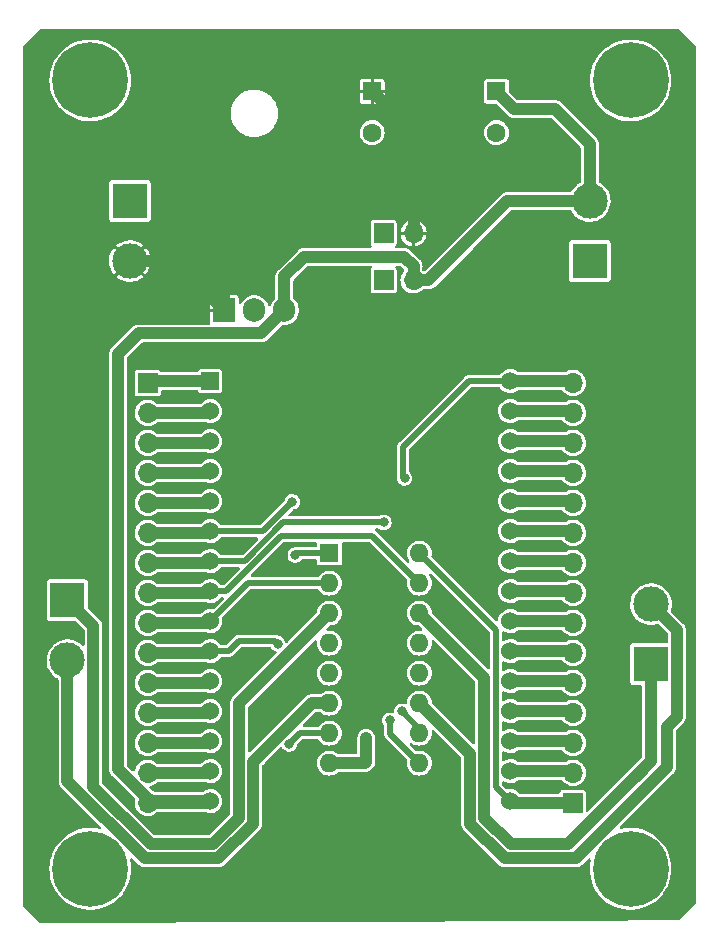
<source format=gbr>
%TF.GenerationSoftware,KiCad,Pcbnew,6.0.9-8da3e8f707~117~ubuntu18.04.1*%
%TF.CreationDate,2023-01-21T20:22:21-05:00*%
%TF.ProjectId,makers-motor-board,6d616b65-7273-42d6-9d6f-746f722d626f,rev?*%
%TF.SameCoordinates,Original*%
%TF.FileFunction,Copper,L1,Top*%
%TF.FilePolarity,Positive*%
%FSLAX46Y46*%
G04 Gerber Fmt 4.6, Leading zero omitted, Abs format (unit mm)*
G04 Created by KiCad (PCBNEW 6.0.9-8da3e8f707~117~ubuntu18.04.1) date 2023-01-21 20:22:21*
%MOMM*%
%LPD*%
G01*
G04 APERTURE LIST*
%TA.AperFunction,ComponentPad*%
%ADD10R,1.700000X1.700000*%
%TD*%
%TA.AperFunction,ComponentPad*%
%ADD11O,1.700000X1.700000*%
%TD*%
%TA.AperFunction,ComponentPad*%
%ADD12C,3.000000*%
%TD*%
%TA.AperFunction,ComponentPad*%
%ADD13R,3.000000X3.000000*%
%TD*%
%TA.AperFunction,ComponentPad*%
%ADD14C,1.524000*%
%TD*%
%TA.AperFunction,ComponentPad*%
%ADD15R,1.524000X1.524000*%
%TD*%
%TA.AperFunction,ComponentPad*%
%ADD16R,1.600000X1.600000*%
%TD*%
%TA.AperFunction,ComponentPad*%
%ADD17C,1.600000*%
%TD*%
%TA.AperFunction,ComponentPad*%
%ADD18C,6.400000*%
%TD*%
%TA.AperFunction,ComponentPad*%
%ADD19R,1.905000X2.000000*%
%TD*%
%TA.AperFunction,ComponentPad*%
%ADD20O,1.905000X2.000000*%
%TD*%
%TA.AperFunction,ComponentPad*%
%ADD21O,1.600000X1.600000*%
%TD*%
%TA.AperFunction,ViaPad*%
%ADD22C,0.800000*%
%TD*%
%TA.AperFunction,Conductor*%
%ADD23C,0.500000*%
%TD*%
%TA.AperFunction,Conductor*%
%ADD24C,1.000000*%
%TD*%
G04 APERTURE END LIST*
D10*
%TO.P,J8,1,Pin_1*%
%TO.N,/driver_supply*%
X153337500Y-94925000D03*
D11*
%TO.P,J8,2,Pin_2*%
%TO.N,+5V*%
X155877500Y-94925000D03*
%TD*%
D10*
%TO.P,J7,1,Pin_1*%
%TO.N,/driver_supply*%
X153337500Y-90925000D03*
D11*
%TO.P,J7,2,Pin_2*%
%TO.N,+12V*%
X155877500Y-90925000D03*
%TD*%
D12*
%TO.P,J6,2,Pin_2*%
%TO.N,Net-(U3-Pad11)*%
X175978500Y-122336000D03*
D13*
%TO.P,J6,1,Pin_1*%
%TO.N,Net-(J6-Pad1)*%
X175978500Y-127416000D03*
%TD*%
%TO.P,J5,1,Pin_1*%
%TO.N,Net-(J5-Pad1)*%
X126575500Y-122000000D03*
D12*
%TO.P,J5,2,Pin_2*%
%TO.N,Net-(J5-Pad2)*%
X126575500Y-127080000D03*
%TD*%
D10*
%TO.P,J4,1,Pin_1*%
%TO.N,/left_con_1*%
X133362500Y-103615000D03*
D11*
%TO.P,J4,2,Pin_2*%
%TO.N,/left_con_2*%
X133362500Y-106155000D03*
%TO.P,J4,3,Pin_3*%
%TO.N,/left_con_3*%
X133362500Y-108695000D03*
%TO.P,J4,4,Pin_4*%
%TO.N,/left_con_4*%
X133362500Y-111235000D03*
%TO.P,J4,5,Pin_5*%
%TO.N,/left_con_5*%
X133362500Y-113775000D03*
%TO.P,J4,6,Pin_6*%
%TO.N,/driver_en12*%
X133362500Y-116315000D03*
%TO.P,J4,7,Pin_7*%
%TO.N,/driver_en34*%
X133362500Y-118855000D03*
%TO.P,J4,8,Pin_8*%
%TO.N,/driver_4a*%
X133362500Y-121395000D03*
%TO.P,J4,9,Pin_9*%
%TO.N,/driver_1a*%
X133362500Y-123935000D03*
%TO.P,J4,10,Pin_10*%
%TO.N,/driver_2a*%
X133362500Y-126475000D03*
%TO.P,J4,11,Pin_11*%
%TO.N,/left_con_11*%
X133362500Y-129015000D03*
%TO.P,J4,12,Pin_12*%
%TO.N,/left_con_12*%
X133362500Y-131555000D03*
%TO.P,J4,13,Pin_13*%
%TO.N,/left_con_13*%
X133362500Y-134095000D03*
%TO.P,J4,14,Pin_14*%
%TO.N,GND*%
X133362500Y-136635000D03*
%TO.P,J4,15,Pin_15*%
%TO.N,+5V*%
X133362500Y-139175000D03*
%TD*%
%TO.P,J3,15,Pin_15*%
%TO.N,/driver_3a*%
X169362500Y-103615000D03*
%TO.P,J3,14,Pin_14*%
%TO.N,/right_con_14*%
X169362500Y-106155000D03*
%TO.P,J3,13,Pin_13*%
%TO.N,/right_con_13*%
X169362500Y-108695000D03*
%TO.P,J3,12,Pin_12*%
%TO.N,/right_con_12*%
X169362500Y-111235000D03*
%TO.P,J3,11,Pin_11*%
%TO.N,/right_con_11*%
X169362500Y-113775000D03*
%TO.P,J3,10,Pin_10*%
%TO.N,/right_con_10*%
X169362500Y-116315000D03*
%TO.P,J3,9,Pin_9*%
%TO.N,/right_con_9*%
X169362500Y-118855000D03*
%TO.P,J3,8,Pin_8*%
%TO.N,/right_con_8*%
X169362500Y-121395000D03*
%TO.P,J3,7,Pin_7*%
%TO.N,/right_con_7*%
X169362500Y-123935000D03*
%TO.P,J3,6,Pin_6*%
%TO.N,/right_con_6*%
X169362500Y-126475000D03*
%TO.P,J3,5,Pin_5*%
%TO.N,/right_con_5*%
X169362500Y-129015000D03*
%TO.P,J3,4,Pin_4*%
%TO.N,/right_con_4*%
X169362500Y-131555000D03*
%TO.P,J3,3,Pin_3*%
%TO.N,/right_con_3*%
X169362500Y-134095000D03*
%TO.P,J3,2,Pin_2*%
%TO.N,GND*%
X169362500Y-136635000D03*
D10*
%TO.P,J3,1,Pin_1*%
%TO.N,+3V3*%
X169362500Y-139175000D03*
%TD*%
D13*
%TO.P,J2,1,Pin_1*%
%TO.N,GND*%
X170800000Y-93290000D03*
D12*
%TO.P,J2,2,Pin_2*%
%TO.N,+5V*%
X170800000Y-88210000D03*
%TD*%
D13*
%TO.P,J1,1,Pin_1*%
%TO.N,GND*%
X131857500Y-88210000D03*
D12*
%TO.P,J1,2,Pin_2*%
%TO.N,+12V*%
X131857500Y-93290000D03*
%TD*%
D14*
%TO.P,U2,30,IO23*%
%TO.N,/driver_3a*%
X164062500Y-103465000D03*
%TO.P,U2,29,IO22*%
%TO.N,/right_con_14*%
X164062500Y-106005000D03*
%TO.P,U2,28,TXD0/IO1*%
%TO.N,/right_con_13*%
X164062500Y-108545000D03*
%TO.P,U2,27,RXD0/IO3*%
%TO.N,/right_con_12*%
X164062500Y-111085000D03*
%TO.P,U2,26,IO21*%
%TO.N,/right_con_11*%
X164062500Y-113625000D03*
%TO.P,U2,25,IO19*%
%TO.N,/right_con_10*%
X164062500Y-116165000D03*
%TO.P,U2,24,IO18*%
%TO.N,/right_con_9*%
X164062500Y-118705000D03*
%TO.P,U2,23,IO5*%
%TO.N,/right_con_8*%
X164062500Y-121245000D03*
%TO.P,U2,22,IO17*%
%TO.N,/right_con_7*%
X164062500Y-123785000D03*
%TO.P,U2,21,IO16*%
%TO.N,/right_con_6*%
X164062500Y-126325000D03*
%TO.P,U2,20,IO4*%
%TO.N,/right_con_5*%
X164062500Y-128865000D03*
%TO.P,U2,19,IO2*%
%TO.N,/right_con_4*%
X164062500Y-131405000D03*
%TO.P,U2,18,IO15*%
%TO.N,/right_con_3*%
X164062500Y-133945000D03*
%TO.P,U2,17,GND*%
%TO.N,GND*%
X164062500Y-136485000D03*
%TO.P,U2,16,3V3*%
%TO.N,+3V3*%
X164062500Y-139025000D03*
%TO.P,U2,15,VIN*%
%TO.N,+5V*%
X138662500Y-139025000D03*
%TO.P,U2,14,GND*%
%TO.N,GND*%
X138662500Y-136485000D03*
%TO.P,U2,13,IO13*%
%TO.N,/left_con_13*%
X138662500Y-133945000D03*
%TO.P,U2,12,IO12*%
%TO.N,/left_con_12*%
X138662500Y-131405000D03*
%TO.P,U2,11,IO14*%
%TO.N,/left_con_11*%
X138662500Y-128865000D03*
%TO.P,U2,10,IO27*%
%TO.N,/driver_2a*%
X138662500Y-126325000D03*
%TO.P,U2,9,IO26*%
%TO.N,/driver_1a*%
X138662500Y-123785000D03*
%TO.P,U2,8,IO25*%
%TO.N,/driver_4a*%
X138662500Y-121245000D03*
%TO.P,U2,7,IO33*%
%TO.N,/driver_en34*%
X138662500Y-118705000D03*
%TO.P,U2,6,IO32*%
%TO.N,/driver_en12*%
X138662500Y-116165000D03*
%TO.P,U2,5,IO35*%
%TO.N,/left_con_5*%
X138662500Y-113625000D03*
%TO.P,U2,4,IO34*%
%TO.N,/left_con_4*%
X138662500Y-111085000D03*
%TO.P,U2,3,SENSOR_VN*%
%TO.N,/left_con_3*%
X138662500Y-108545000D03*
%TO.P,U2,2,SENSOR_VP*%
%TO.N,/left_con_2*%
X138662500Y-106005000D03*
D15*
%TO.P,U2,1,EN*%
%TO.N,/left_con_1*%
X138662500Y-103465000D03*
%TD*%
D16*
%TO.P,C1,1*%
%TO.N,+12V*%
X152362500Y-78925000D03*
D17*
%TO.P,C1,2*%
%TO.N,GND*%
X152362500Y-82425000D03*
%TD*%
D18*
%TO.P,H2,1*%
%TO.N,N/C*%
X174250000Y-144750000D03*
%TD*%
%TO.P,H3,1*%
%TO.N,N/C*%
X128500000Y-78000000D03*
%TD*%
D19*
%TO.P,U1,1,VI*%
%TO.N,+12V*%
X139857500Y-97440000D03*
D20*
%TO.P,U1,2,GND*%
%TO.N,GND*%
X142397500Y-97440000D03*
%TO.P,U1,3,VO*%
%TO.N,+5V*%
X144937500Y-97440000D03*
%TD*%
D21*
%TO.P,U3,16,VCC1*%
%TO.N,+3V3*%
X156362500Y-118015000D03*
%TO.P,U3,15,4A*%
%TO.N,/driver_4a*%
X156362500Y-120555000D03*
%TO.P,U3,14,4Y*%
%TO.N,Net-(J6-Pad1)*%
X156362500Y-123095000D03*
%TO.P,U3,13,GND*%
%TO.N,GND*%
X156362500Y-125635000D03*
%TO.P,U3,12,GND*%
X156362500Y-128175000D03*
%TO.P,U3,11,3Y*%
%TO.N,Net-(U3-Pad11)*%
X156362500Y-130715000D03*
%TO.P,U3,10,3A*%
%TO.N,/driver_3a*%
X156362500Y-133255000D03*
%TO.P,U3,9,EN3\u002C4*%
%TO.N,/driver_en34*%
X156362500Y-135795000D03*
%TO.P,U3,8,VCC2*%
%TO.N,/driver_supply*%
X148742500Y-135795000D03*
%TO.P,U3,7,2A*%
%TO.N,/driver_2a*%
X148742500Y-133255000D03*
%TO.P,U3,6,2Y*%
%TO.N,Net-(J5-Pad2)*%
X148742500Y-130715000D03*
%TO.P,U3,5,GND*%
%TO.N,GND*%
X148742500Y-128175000D03*
%TO.P,U3,4,GND*%
X148742500Y-125635000D03*
%TO.P,U3,3,1Y*%
%TO.N,Net-(J5-Pad1)*%
X148742500Y-123095000D03*
%TO.P,U3,2,1A*%
%TO.N,/driver_1a*%
X148742500Y-120555000D03*
D16*
%TO.P,U3,1,EN1\u002C2*%
%TO.N,/driver_en12*%
X148742500Y-118015000D03*
%TD*%
D18*
%TO.P,H1,1*%
%TO.N,N/C*%
X128500000Y-144750000D03*
%TD*%
D16*
%TO.P,C2,1*%
%TO.N,+5V*%
X162897500Y-78925000D03*
D17*
%TO.P,C2,2*%
%TO.N,GND*%
X162897500Y-82425000D03*
%TD*%
D18*
%TO.P,H4,1*%
%TO.N,N/C*%
X174250000Y-78000000D03*
%TD*%
D22*
%TO.N,/driver_2a*%
X144362500Y-125675000D03*
X145362500Y-134175000D03*
%TO.N,/driver_en12*%
X145862500Y-118175000D03*
X145612500Y-113675000D03*
%TO.N,/driver_3a*%
X154862500Y-131425000D03*
X155112500Y-111675000D03*
%TO.N,/driver_en34*%
X153362500Y-115425000D03*
X153862500Y-132175000D03*
%TO.N,/driver_supply*%
X151862500Y-133675000D03*
X151862500Y-134675000D03*
X151862500Y-135675000D03*
%TD*%
D23*
%TO.N,/driver_3a*%
X164062500Y-103465000D02*
X160535000Y-103465000D01*
X160535000Y-103465000D02*
X155000000Y-109000000D01*
X155000000Y-111562500D02*
X155112500Y-111675000D01*
X155000000Y-109000000D02*
X155000000Y-111562500D01*
D24*
%TO.N,Net-(J5-Pad2)*%
X148742500Y-130715000D02*
X147267572Y-130715000D01*
X147267572Y-130715000D02*
X142312001Y-135670571D01*
X142312001Y-135670571D02*
X142312001Y-140921849D01*
X142312001Y-140921849D02*
X139359349Y-143874501D01*
X139359349Y-143874501D02*
X133139934Y-143874501D01*
X133139934Y-143874501D02*
X126575500Y-137310067D01*
X126575500Y-137310067D02*
X126575500Y-127080000D01*
%TO.N,Net-(J5-Pad1)*%
X128775500Y-126775500D02*
X128775500Y-125410000D01*
X128775500Y-137813717D02*
X128775500Y-126775500D01*
X128775500Y-126775500D02*
X128775500Y-124200000D01*
X128775500Y-124200000D02*
X126575500Y-122000000D01*
%TO.N,Net-(U3-Pad11)*%
X156362500Y-130715000D02*
X160662999Y-135015499D01*
X160662999Y-135015499D02*
X160662999Y-140921849D01*
X178178500Y-131859000D02*
X178178500Y-124536000D01*
X160662999Y-140921849D02*
X163615651Y-143874501D01*
X163615651Y-143874501D02*
X169610066Y-143874501D01*
X169610066Y-143874501D02*
X177335675Y-136148892D01*
X177335675Y-136148892D02*
X177335675Y-132701825D01*
X177335675Y-132701825D02*
X178178500Y-131859000D01*
X178178500Y-124536000D02*
X175978500Y-122336000D01*
%TO.N,Net-(J6-Pad1)*%
X175978500Y-135659000D02*
X174677705Y-136959795D01*
X175978500Y-135659000D02*
X175978500Y-127416000D01*
X168962501Y-142675000D02*
X175978500Y-135659000D01*
X164112500Y-142675000D02*
X168962501Y-142675000D01*
X161862500Y-140425000D02*
X164112500Y-142675000D01*
X156362500Y-123095000D02*
X161862500Y-128595000D01*
X161862500Y-128595000D02*
X161862500Y-140425000D01*
%TO.N,Net-(J5-Pad1)*%
X133636783Y-142675000D02*
X128775500Y-137813717D01*
X148742500Y-123095000D02*
X141112500Y-130725000D01*
X141112500Y-130725000D02*
X141112500Y-140425000D01*
X138862500Y-142675000D02*
X133636783Y-142675000D01*
X141112500Y-140425000D02*
X138862500Y-142675000D01*
D23*
%TO.N,+3V3*%
X156362500Y-118015000D02*
X162850500Y-124503000D01*
X162850500Y-124503000D02*
X162850500Y-137813000D01*
X162850500Y-137813000D02*
X164062500Y-139025000D01*
%TO.N,/driver_2a*%
X138662500Y-126325000D02*
X140212500Y-126325000D01*
X140212500Y-126325000D02*
X141112500Y-125425000D01*
X141112500Y-125425000D02*
X144112500Y-125425000D01*
X144112500Y-125425000D02*
X144362500Y-125675000D01*
X148742500Y-133255000D02*
X146282500Y-133255000D01*
X146282500Y-133255000D02*
X145362500Y-134175000D01*
%TO.N,/driver_en12*%
X143122500Y-116165000D02*
X138662500Y-116165000D01*
X146022500Y-118015000D02*
X145862500Y-118175000D01*
%TO.N,/driver_en34*%
X153362500Y-115425000D02*
X144851744Y-115425000D01*
%TO.N,/driver_en12*%
X148742500Y-118015000D02*
X146022500Y-118015000D01*
%TO.N,/driver_en34*%
X144851744Y-115425000D02*
X141571744Y-118705000D01*
X141571744Y-118705000D02*
X138662500Y-118705000D01*
%TO.N,/driver_4a*%
X152381502Y-116574002D02*
X144691986Y-116574002D01*
X144691986Y-116574002D02*
X140020988Y-121245000D01*
X156362500Y-120555000D02*
X152381502Y-116574002D01*
X140020988Y-121245000D02*
X138662500Y-121245000D01*
%TO.N,/driver_en12*%
X145612500Y-113675000D02*
X143122500Y-116165000D01*
%TO.N,/driver_1a*%
X148742500Y-120555000D02*
X141892500Y-120555000D01*
X141892500Y-120555000D02*
X138662500Y-123785000D01*
%TO.N,/driver_3a*%
X156362500Y-133255000D02*
X156362500Y-132925000D01*
X156362500Y-132925000D02*
X154862500Y-131425000D01*
%TO.N,/driver_en34*%
X156362500Y-135795000D02*
X153862500Y-133295000D01*
X153862500Y-133295000D02*
X153862500Y-132175000D01*
D24*
%TO.N,+5V*%
X144937500Y-97440000D02*
X142952500Y-99425000D01*
X142952500Y-99425000D02*
X132612500Y-99425000D01*
X130862500Y-136327032D02*
X133560468Y-139025000D01*
X132612500Y-99425000D02*
X130862500Y-101175000D01*
X130862500Y-101175000D02*
X130862500Y-136327032D01*
X133560468Y-139025000D02*
X138662500Y-139025000D01*
X133362500Y-139175000D02*
X138512500Y-139175000D01*
X138512500Y-139175000D02*
X138662500Y-139025000D01*
%TO.N,GND*%
X133362500Y-136635000D02*
X138512500Y-136635000D01*
X138512500Y-136635000D02*
X138662500Y-136485000D01*
%TO.N,/left_con_13*%
X133362500Y-134095000D02*
X138512500Y-134095000D01*
X138512500Y-134095000D02*
X138662500Y-133945000D01*
%TO.N,/left_con_12*%
X133362500Y-131555000D02*
X138512500Y-131555000D01*
X138512500Y-131555000D02*
X138662500Y-131405000D01*
%TO.N,/left_con_11*%
X133362500Y-129015000D02*
X138512500Y-129015000D01*
X138512500Y-129015000D02*
X138662500Y-128865000D01*
%TO.N,/driver_2a*%
X133362500Y-126475000D02*
X138512500Y-126475000D01*
X138512500Y-126475000D02*
X138662500Y-126325000D01*
%TO.N,/driver_1a*%
X133362500Y-123935000D02*
X138512500Y-123935000D01*
X138512500Y-123935000D02*
X138662500Y-123785000D01*
%TO.N,/driver_4a*%
X133362500Y-121395000D02*
X138512500Y-121395000D01*
X138512500Y-121395000D02*
X138662500Y-121245000D01*
%TO.N,/driver_en34*%
X133362500Y-118855000D02*
X138512500Y-118855000D01*
X138512500Y-118855000D02*
X138662500Y-118705000D01*
%TO.N,/driver_en12*%
X133362500Y-116315000D02*
X138512500Y-116315000D01*
X138512500Y-116315000D02*
X138662500Y-116165000D01*
%TO.N,/left_con_5*%
X133362500Y-113775000D02*
X138512500Y-113775000D01*
X138512500Y-113775000D02*
X138662500Y-113625000D01*
%TO.N,/left_con_4*%
X133362500Y-111235000D02*
X138512500Y-111235000D01*
X138512500Y-111235000D02*
X138662500Y-111085000D01*
%TO.N,/left_con_3*%
X133362500Y-108695000D02*
X138512500Y-108695000D01*
X138512500Y-108695000D02*
X138662500Y-108545000D01*
%TO.N,/left_con_2*%
X133362500Y-106155000D02*
X138512500Y-106155000D01*
X138512500Y-106155000D02*
X138662500Y-106005000D01*
%TO.N,/left_con_1*%
X138662500Y-103465000D02*
X133512500Y-103465000D01*
X133512500Y-103465000D02*
X133362500Y-103615000D01*
%TO.N,/driver_3a*%
X164062500Y-103465000D02*
X169212500Y-103465000D01*
X169212500Y-103465000D02*
X169362500Y-103615000D01*
%TO.N,/right_con_14*%
X164062500Y-106005000D02*
X169212500Y-106005000D01*
X169212500Y-106005000D02*
X169362500Y-106155000D01*
%TO.N,/right_con_13*%
X164062500Y-108545000D02*
X169212500Y-108545000D01*
X169212500Y-108545000D02*
X169362500Y-108695000D01*
%TO.N,/right_con_12*%
X164062500Y-111085000D02*
X169212500Y-111085000D01*
X169212500Y-111085000D02*
X169362500Y-111235000D01*
%TO.N,/right_con_11*%
X164062500Y-113625000D02*
X169212500Y-113625000D01*
X169212500Y-113625000D02*
X169362500Y-113775000D01*
%TO.N,/right_con_10*%
X164062500Y-116165000D02*
X169212500Y-116165000D01*
X169212500Y-116165000D02*
X169362500Y-116315000D01*
%TO.N,/right_con_9*%
X164062500Y-118705000D02*
X169212500Y-118705000D01*
X169212500Y-118705000D02*
X169362500Y-118855000D01*
%TO.N,/right_con_8*%
X164062500Y-121245000D02*
X169212500Y-121245000D01*
X169212500Y-121245000D02*
X169362500Y-121395000D01*
%TO.N,/right_con_7*%
X164062500Y-123785000D02*
X169212500Y-123785000D01*
X169212500Y-123785000D02*
X169362500Y-123935000D01*
%TO.N,/right_con_6*%
X164062500Y-126325000D02*
X169212500Y-126325000D01*
X169212500Y-126325000D02*
X169362500Y-126475000D01*
%TO.N,/right_con_5*%
X164062500Y-128865000D02*
X169212500Y-128865000D01*
X169212500Y-128865000D02*
X169362500Y-129015000D01*
%TO.N,/right_con_4*%
X164062500Y-131405000D02*
X169212500Y-131405000D01*
X169212500Y-131405000D02*
X169362500Y-131555000D01*
%TO.N,/right_con_3*%
X164062500Y-133945000D02*
X169212500Y-133945000D01*
X169212500Y-133945000D02*
X169362500Y-134095000D01*
%TO.N,GND*%
X164062500Y-136485000D02*
X169212500Y-136485000D01*
X169212500Y-136485000D02*
X169362500Y-136635000D01*
%TO.N,+3V3*%
X169362500Y-139175000D02*
X164212500Y-139175000D01*
X164212500Y-139175000D02*
X164062500Y-139025000D01*
%TO.N,+5V*%
X144937500Y-97440000D02*
X144937500Y-94600000D01*
X144937500Y-94600000D02*
X146612500Y-92925000D01*
X146612500Y-92925000D02*
X155079581Y-92925000D01*
X155079581Y-92925000D02*
X155877500Y-93722919D01*
X155877500Y-93722919D02*
X155877500Y-94925000D01*
%TO.N,/driver_supply*%
X151862500Y-133675000D02*
X151862500Y-135675000D01*
X148742500Y-135795000D02*
X151742500Y-135795000D01*
X151742500Y-135795000D02*
X151862500Y-135675000D01*
%TO.N,+5V*%
X162897500Y-78925000D02*
X164397500Y-80425000D01*
X164397500Y-80425000D02*
X167862500Y-80425000D01*
X167862500Y-80425000D02*
X170800000Y-83362500D01*
X170800000Y-83362500D02*
X170800000Y-88210000D01*
X155877500Y-94925000D02*
X157112500Y-94925000D01*
X157112500Y-94925000D02*
X163827500Y-88210000D01*
X163827500Y-88210000D02*
X170800000Y-88210000D01*
%TO.N,+12V*%
X155877500Y-90925000D02*
X155877500Y-89722919D01*
X155877500Y-89722919D02*
X153079581Y-86925000D01*
X153079581Y-86925000D02*
X145612500Y-86925000D01*
X139857500Y-92680000D02*
X139857500Y-97440000D01*
X145612500Y-86925000D02*
X139857500Y-92680000D01*
X155877500Y-90925000D02*
X155877500Y-82440000D01*
X155877500Y-82440000D02*
X152362500Y-78925000D01*
X131857500Y-93290000D02*
X135707500Y-93290000D01*
X135707500Y-93290000D02*
X139857500Y-97440000D01*
%TD*%
%TA.AperFunction,Conductor*%
%TO.N,+12V*%
G36*
X178328431Y-73645002D02*
G01*
X178349405Y-73661905D01*
X179775595Y-75088095D01*
X179809621Y-75150407D01*
X179812500Y-75177190D01*
X179812500Y-147572810D01*
X179792498Y-147640931D01*
X179775595Y-147661905D01*
X178349164Y-149088336D01*
X178286852Y-149122362D01*
X178260652Y-149125240D01*
X169806435Y-149164380D01*
X124365030Y-149374757D01*
X124296819Y-149355070D01*
X124275353Y-149337853D01*
X122849405Y-147911905D01*
X122815379Y-147849593D01*
X122812500Y-147822810D01*
X122812500Y-127033944D01*
X124816683Y-127033944D01*
X124816907Y-127038611D01*
X124816907Y-127038616D01*
X124821430Y-127132779D01*
X124829194Y-127294419D01*
X124880069Y-127550185D01*
X124968190Y-127795621D01*
X124970406Y-127799745D01*
X125087021Y-128016776D01*
X125091620Y-128025336D01*
X125094415Y-128029079D01*
X125094417Y-128029082D01*
X125244857Y-128230545D01*
X125244862Y-128230551D01*
X125247649Y-128234283D01*
X125250958Y-128237563D01*
X125250963Y-128237569D01*
X125429531Y-128414585D01*
X125432848Y-128417873D01*
X125436610Y-128420631D01*
X125436613Y-128420634D01*
X125639375Y-128569306D01*
X125643149Y-128572073D01*
X125753670Y-128630221D01*
X125804640Y-128679638D01*
X125821000Y-128741727D01*
X125821000Y-137243302D01*
X125819567Y-137262251D01*
X125816326Y-137283556D01*
X125816919Y-137290847D01*
X125816919Y-137290850D01*
X125820585Y-137335915D01*
X125821000Y-137346130D01*
X125821000Y-137354120D01*
X125821425Y-137357764D01*
X125824271Y-137382180D01*
X125824704Y-137386554D01*
X125829784Y-137449003D01*
X125830590Y-137458914D01*
X125832845Y-137465876D01*
X125834018Y-137471744D01*
X125835390Y-137477551D01*
X125836238Y-137484821D01*
X125861032Y-137553127D01*
X125862440Y-137557230D01*
X125884812Y-137626289D01*
X125888609Y-137632546D01*
X125891102Y-137637993D01*
X125893770Y-137643321D01*
X125896268Y-137650201D01*
X125921406Y-137688543D01*
X125936068Y-137710906D01*
X125938415Y-137714626D01*
X125955458Y-137742712D01*
X125976083Y-137776700D01*
X125979795Y-137780903D01*
X125983449Y-137785041D01*
X125983424Y-137785063D01*
X125986124Y-137788108D01*
X125988720Y-137791213D01*
X125992734Y-137797335D01*
X125998047Y-137802368D01*
X126048626Y-137850282D01*
X126051068Y-137852660D01*
X129363565Y-141165157D01*
X129397591Y-141227469D01*
X129392526Y-141298284D01*
X129349979Y-141355120D01*
X129283459Y-141379931D01*
X129247199Y-141377265D01*
X129224812Y-141372302D01*
X129065038Y-141336881D01*
X128921337Y-141321016D01*
X128696500Y-141296193D01*
X128696495Y-141296193D01*
X128693119Y-141295820D01*
X128689720Y-141295814D01*
X128689719Y-141295814D01*
X128512987Y-141295506D01*
X128318940Y-141295167D01*
X128180079Y-141310007D01*
X127950263Y-141334567D01*
X127950257Y-141334568D01*
X127946879Y-141334929D01*
X127581289Y-141414641D01*
X127226446Y-141533369D01*
X126886501Y-141689727D01*
X126883567Y-141691483D01*
X126883565Y-141691484D01*
X126874110Y-141697143D01*
X126565431Y-141881883D01*
X126266991Y-142107591D01*
X126264509Y-142109930D01*
X126264503Y-142109935D01*
X126258702Y-142115402D01*
X125994674Y-142364210D01*
X125751664Y-142648738D01*
X125749736Y-142651565D01*
X125749734Y-142651567D01*
X125745111Y-142658345D01*
X125540804Y-142957847D01*
X125364561Y-143287921D01*
X125363288Y-143291089D01*
X125363287Y-143291090D01*
X125264325Y-143537267D01*
X125224997Y-143635098D01*
X125123744Y-143995317D01*
X125061986Y-144364365D01*
X125040447Y-144737924D01*
X125059378Y-145111624D01*
X125118557Y-145481094D01*
X125217293Y-145842011D01*
X125354430Y-146190154D01*
X125528365Y-146521450D01*
X125530262Y-146524274D01*
X125530265Y-146524278D01*
X125726014Y-146815585D01*
X125737061Y-146832024D01*
X125739256Y-146834630D01*
X125739260Y-146834636D01*
X125758961Y-146858031D01*
X125978079Y-147118241D01*
X126248598Y-147376755D01*
X126545455Y-147604541D01*
X126865176Y-147798935D01*
X127204021Y-147957661D01*
X127207239Y-147958763D01*
X127207242Y-147958764D01*
X127554803Y-148077761D01*
X127554811Y-148077763D01*
X127558026Y-148078864D01*
X127923051Y-148161126D01*
X128010200Y-148171056D01*
X128291442Y-148203100D01*
X128291450Y-148203100D01*
X128294825Y-148203485D01*
X128298229Y-148203503D01*
X128298232Y-148203503D01*
X128501556Y-148204567D01*
X128668999Y-148205444D01*
X128672385Y-148205094D01*
X128672387Y-148205094D01*
X129037805Y-148167332D01*
X129037814Y-148167331D01*
X129041197Y-148166981D01*
X129044530Y-148166267D01*
X129044533Y-148166266D01*
X129224820Y-148127616D01*
X129407063Y-148088546D01*
X129762318Y-147971056D01*
X130102807Y-147815887D01*
X130200707Y-147757758D01*
X130421601Y-147626601D01*
X130421606Y-147626598D01*
X130424546Y-147624852D01*
X130436917Y-147615564D01*
X130526828Y-147548056D01*
X130723771Y-147400187D01*
X130996983Y-147144521D01*
X131240985Y-146860842D01*
X131262737Y-146829192D01*
X131450992Y-146555280D01*
X131450997Y-146555273D01*
X131452922Y-146552471D01*
X131454534Y-146549477D01*
X131454539Y-146549469D01*
X131628694Y-146226027D01*
X131630316Y-146223015D01*
X131771091Y-145876327D01*
X131873601Y-145516463D01*
X131936647Y-145147634D01*
X131938850Y-145111624D01*
X131959380Y-144775948D01*
X131959490Y-144774152D01*
X131959574Y-144750000D01*
X131939339Y-144376368D01*
X131926484Y-144297866D01*
X131879422Y-144010475D01*
X131879420Y-144010467D01*
X131878870Y-144007107D01*
X131879233Y-144007047D01*
X131884001Y-143938177D01*
X131926417Y-143881244D01*
X131992881Y-143856281D01*
X132062289Y-143871214D01*
X132091252Y-143892844D01*
X132559213Y-144360805D01*
X132571600Y-144375217D01*
X132584371Y-144392572D01*
X132593303Y-144400160D01*
X132624406Y-144426584D01*
X132631922Y-144433514D01*
X132637572Y-144439164D01*
X132640441Y-144441434D01*
X132640449Y-144441441D01*
X132659720Y-144456687D01*
X132663120Y-144459474D01*
X132675753Y-144470206D01*
X132718454Y-144506483D01*
X132724970Y-144509810D01*
X132729938Y-144513123D01*
X132735024Y-144516264D01*
X132740767Y-144520808D01*
X132747401Y-144523908D01*
X132747400Y-144523908D01*
X132806551Y-144551554D01*
X132810501Y-144553485D01*
X132875146Y-144586494D01*
X132882256Y-144588234D01*
X132887868Y-144590321D01*
X132893525Y-144592203D01*
X132900156Y-144595302D01*
X132907321Y-144596792D01*
X132907323Y-144596793D01*
X132971262Y-144610092D01*
X132975546Y-144611062D01*
X133046042Y-144628312D01*
X133051644Y-144628660D01*
X133051647Y-144628660D01*
X133057148Y-144629001D01*
X133057146Y-144629035D01*
X133061184Y-144629278D01*
X133065245Y-144629640D01*
X133072407Y-144631130D01*
X133149386Y-144629047D01*
X133152794Y-144629001D01*
X139292584Y-144629001D01*
X139311534Y-144630434D01*
X139325604Y-144632575D01*
X139325608Y-144632575D01*
X139332838Y-144633675D01*
X139340129Y-144633082D01*
X139340132Y-144633082D01*
X139385197Y-144629416D01*
X139395412Y-144629001D01*
X139403402Y-144629001D01*
X139410651Y-144628156D01*
X139431462Y-144625730D01*
X139435836Y-144625297D01*
X139500898Y-144620005D01*
X139500901Y-144620004D01*
X139508196Y-144619411D01*
X139515158Y-144617156D01*
X139521026Y-144615983D01*
X139526833Y-144614611D01*
X139534103Y-144613763D01*
X139602409Y-144588969D01*
X139606512Y-144587561D01*
X139675571Y-144565189D01*
X139681828Y-144561392D01*
X139687275Y-144558899D01*
X139692603Y-144556231D01*
X139699483Y-144553733D01*
X139760198Y-144513927D01*
X139763908Y-144511586D01*
X139821187Y-144476828D01*
X139821189Y-144476826D01*
X139825982Y-144473918D01*
X139834323Y-144466552D01*
X139834345Y-144466577D01*
X139837390Y-144463877D01*
X139840495Y-144461281D01*
X139846617Y-144457267D01*
X139899565Y-144401374D01*
X139901942Y-144398933D01*
X142798305Y-141502570D01*
X142812718Y-141490183D01*
X142824173Y-141481753D01*
X142830072Y-141477412D01*
X142864084Y-141437377D01*
X142871014Y-141429861D01*
X142876664Y-141424211D01*
X142878934Y-141421342D01*
X142878941Y-141421334D01*
X142894187Y-141402063D01*
X142896974Y-141398663D01*
X142939248Y-141348903D01*
X142939249Y-141348901D01*
X142943983Y-141343329D01*
X142947310Y-141336813D01*
X142950623Y-141331845D01*
X142953764Y-141326759D01*
X142958308Y-141321016D01*
X142989054Y-141255232D01*
X142990985Y-141251282D01*
X143020665Y-141193156D01*
X143023994Y-141186637D01*
X143025734Y-141179527D01*
X143027821Y-141173915D01*
X143029703Y-141168258D01*
X143032802Y-141161627D01*
X143047593Y-141090516D01*
X143048563Y-141086232D01*
X143064477Y-141021195D01*
X143065812Y-141015741D01*
X143066501Y-141004635D01*
X143066535Y-141004637D01*
X143066778Y-141000599D01*
X143067140Y-140996538D01*
X143068630Y-140989376D01*
X143066547Y-140912397D01*
X143066501Y-140908989D01*
X143066501Y-136035286D01*
X143086503Y-135967165D01*
X143103406Y-135946191D01*
X143269391Y-135780206D01*
X147683001Y-135780206D01*
X147684243Y-135795000D01*
X147695316Y-135926850D01*
X147700306Y-135986278D01*
X147757307Y-136185066D01*
X147760125Y-136190548D01*
X147760126Y-136190552D01*
X147849014Y-136363509D01*
X147849017Y-136363513D01*
X147851834Y-136368995D01*
X147980286Y-136531061D01*
X147984979Y-136535055D01*
X147984980Y-136535056D01*
X148121513Y-136651254D01*
X148137771Y-136665091D01*
X148318289Y-136765980D01*
X148514966Y-136829884D01*
X148720309Y-136854370D01*
X148726444Y-136853898D01*
X148726446Y-136853898D01*
X148920356Y-136838977D01*
X148920360Y-136838976D01*
X148926498Y-136838504D01*
X149125678Y-136782892D01*
X149131182Y-136780112D01*
X149131184Y-136780111D01*
X149304762Y-136692431D01*
X149304764Y-136692430D01*
X149310263Y-136689652D01*
X149455461Y-136576211D01*
X149521455Y-136550033D01*
X149533034Y-136549500D01*
X151675735Y-136549500D01*
X151694685Y-136550933D01*
X151708755Y-136553074D01*
X151708759Y-136553074D01*
X151715989Y-136554174D01*
X151723280Y-136553581D01*
X151723283Y-136553581D01*
X151768348Y-136549915D01*
X151778563Y-136549500D01*
X151786553Y-136549500D01*
X151793802Y-136548655D01*
X151814613Y-136546229D01*
X151818987Y-136545796D01*
X151884049Y-136540504D01*
X151884052Y-136540503D01*
X151891347Y-136539910D01*
X151898309Y-136537655D01*
X151904177Y-136536482D01*
X151909984Y-136535110D01*
X151917254Y-136534262D01*
X151985560Y-136509468D01*
X151989663Y-136508060D01*
X152058722Y-136485688D01*
X152064979Y-136481891D01*
X152070426Y-136479398D01*
X152075754Y-136476730D01*
X152082634Y-136474232D01*
X152143349Y-136434426D01*
X152147059Y-136432085D01*
X152204338Y-136397327D01*
X152204340Y-136397325D01*
X152209133Y-136394417D01*
X152217474Y-136387051D01*
X152217496Y-136387076D01*
X152220541Y-136384376D01*
X152223646Y-136381780D01*
X152229768Y-136377766D01*
X152282716Y-136321873D01*
X152285093Y-136319432D01*
X152348804Y-136255721D01*
X152363217Y-136243334D01*
X152374672Y-136234904D01*
X152380571Y-136230563D01*
X152414583Y-136190528D01*
X152421513Y-136183012D01*
X152427163Y-136177362D01*
X152429433Y-136174493D01*
X152429440Y-136174485D01*
X152444686Y-136155214D01*
X152447473Y-136151814D01*
X152489747Y-136102054D01*
X152489748Y-136102052D01*
X152494482Y-136096480D01*
X152497809Y-136089964D01*
X152501122Y-136084996D01*
X152504263Y-136079910D01*
X152508807Y-136074167D01*
X152539553Y-136008383D01*
X152541484Y-136004433D01*
X152571164Y-135946307D01*
X152574493Y-135939788D01*
X152576233Y-135932678D01*
X152578320Y-135927066D01*
X152580202Y-135921409D01*
X152583301Y-135914778D01*
X152598092Y-135843667D01*
X152599062Y-135839383D01*
X152603545Y-135821062D01*
X152616311Y-135768892D01*
X152617000Y-135757786D01*
X152617034Y-135757788D01*
X152617277Y-135753750D01*
X152617639Y-135749689D01*
X152619129Y-135742527D01*
X152617046Y-135665548D01*
X152617000Y-135662140D01*
X152617000Y-133630947D01*
X152601762Y-133500246D01*
X152598359Y-133490869D01*
X152544229Y-133341745D01*
X152541732Y-133334866D01*
X152526271Y-133311283D01*
X152465708Y-133218911D01*
X152445266Y-133187732D01*
X152317540Y-133066736D01*
X152165404Y-132978368D01*
X151997020Y-132927370D01*
X151821420Y-132916476D01*
X151814204Y-132917716D01*
X151814202Y-132917716D01*
X151655238Y-132945031D01*
X151655236Y-132945032D01*
X151648023Y-132946271D01*
X151486132Y-133015156D01*
X151344429Y-133119437D01*
X151230518Y-133253520D01*
X151216454Y-133281062D01*
X151153834Y-133403695D01*
X151153832Y-133403700D01*
X151150507Y-133410212D01*
X151148768Y-133417318D01*
X151148767Y-133417321D01*
X151131043Y-133489753D01*
X151108689Y-133581108D01*
X151108000Y-133592214D01*
X151108000Y-134914500D01*
X151087998Y-134982621D01*
X151034342Y-135029114D01*
X150982000Y-135040500D01*
X149530215Y-135040500D01*
X149462094Y-135020498D01*
X149449900Y-135011585D01*
X149339771Y-134920478D01*
X149339766Y-134920475D01*
X149335022Y-134916550D01*
X149329603Y-134913620D01*
X149329600Y-134913618D01*
X149158532Y-134821122D01*
X149158527Y-134821120D01*
X149153112Y-134818192D01*
X148955563Y-134757040D01*
X148949438Y-134756396D01*
X148949437Y-134756396D01*
X148756026Y-134736068D01*
X148756024Y-134736068D01*
X148749897Y-134735424D01*
X148623729Y-134746906D01*
X148550091Y-134753607D01*
X148550090Y-134753607D01*
X148543950Y-134754166D01*
X148345566Y-134812554D01*
X148340101Y-134815411D01*
X148167761Y-134905508D01*
X148167757Y-134905511D01*
X148162301Y-134908363D01*
X148001135Y-135037943D01*
X147868208Y-135196360D01*
X147768582Y-135377578D01*
X147766719Y-135383451D01*
X147708950Y-135565565D01*
X147706053Y-135574696D01*
X147705367Y-135580813D01*
X147705366Y-135580817D01*
X147685830Y-135754987D01*
X147683001Y-135780206D01*
X143269391Y-135780206D01*
X144586489Y-134463108D01*
X144648801Y-134429082D01*
X144719616Y-134434147D01*
X144780165Y-134481926D01*
X144863408Y-134605805D01*
X144869027Y-134610918D01*
X144869028Y-134610919D01*
X144950093Y-134684682D01*
X144980576Y-134712419D01*
X145119793Y-134788008D01*
X145273022Y-134828207D01*
X145356977Y-134829526D01*
X145423819Y-134830576D01*
X145423822Y-134830576D01*
X145431416Y-134830695D01*
X145585832Y-134795329D01*
X145670434Y-134752779D01*
X145720572Y-134727563D01*
X145720575Y-134727561D01*
X145727355Y-134724151D01*
X145733126Y-134719222D01*
X145733129Y-134719220D01*
X145842036Y-134626204D01*
X145842036Y-134626203D01*
X145847814Y-134621269D01*
X145940255Y-134492624D01*
X145999342Y-134345641D01*
X146009018Y-134277647D01*
X146038418Y-134213025D01*
X146044666Y-134206305D01*
X146454566Y-133796405D01*
X146516878Y-133762379D01*
X146543661Y-133759500D01*
X147739208Y-133759500D01*
X147807329Y-133779502D01*
X147843723Y-133819594D01*
X147845679Y-133818334D01*
X147849016Y-133823512D01*
X147851834Y-133828995D01*
X147855663Y-133833826D01*
X147877315Y-133861144D01*
X147980286Y-133991061D01*
X147984979Y-133995055D01*
X147984980Y-133995056D01*
X148098073Y-134091305D01*
X148137771Y-134125091D01*
X148318289Y-134225980D01*
X148514966Y-134289884D01*
X148720309Y-134314370D01*
X148726444Y-134313898D01*
X148726446Y-134313898D01*
X148920356Y-134298977D01*
X148920360Y-134298976D01*
X148926498Y-134298504D01*
X149125678Y-134242892D01*
X149131182Y-134240112D01*
X149131184Y-134240111D01*
X149304762Y-134152431D01*
X149304764Y-134152430D01*
X149310263Y-134149652D01*
X149473222Y-134022334D01*
X149477248Y-134017670D01*
X149477251Y-134017667D01*
X149604319Y-133870457D01*
X149604320Y-133870455D01*
X149608348Y-133865789D01*
X149659421Y-133775884D01*
X149707450Y-133691340D01*
X149707452Y-133691336D01*
X149710495Y-133685979D01*
X149767229Y-133515428D01*
X149773825Y-133495601D01*
X149773826Y-133495598D01*
X149775770Y-133489753D01*
X149801689Y-133284586D01*
X149802102Y-133255000D01*
X149781922Y-133049189D01*
X149722151Y-132851217D01*
X149666713Y-132746954D01*
X149627959Y-132674067D01*
X149627957Y-132674064D01*
X149625065Y-132668625D01*
X149621174Y-132663855D01*
X149621172Y-132663851D01*
X149498258Y-132513143D01*
X149498255Y-132513140D01*
X149494363Y-132508368D01*
X149482789Y-132498793D01*
X149339771Y-132380478D01*
X149339766Y-132380475D01*
X149335022Y-132376550D01*
X149329603Y-132373620D01*
X149329600Y-132373618D01*
X149158532Y-132281122D01*
X149158527Y-132281120D01*
X149153112Y-132278192D01*
X148955563Y-132217040D01*
X148949438Y-132216396D01*
X148949437Y-132216396D01*
X148756026Y-132196068D01*
X148756024Y-132196068D01*
X148749897Y-132195424D01*
X148630551Y-132206285D01*
X148550091Y-132213607D01*
X148550090Y-132213607D01*
X148543950Y-132214166D01*
X148345566Y-132272554D01*
X148340101Y-132275411D01*
X148167761Y-132365508D01*
X148167757Y-132365511D01*
X148162301Y-132368363D01*
X148001135Y-132497943D01*
X147868208Y-132656360D01*
X147865244Y-132661752D01*
X147865241Y-132661756D01*
X147852351Y-132685203D01*
X147802005Y-132735260D01*
X147741937Y-132750500D01*
X146603286Y-132750500D01*
X146535165Y-132730498D01*
X146488672Y-132676842D01*
X146478568Y-132606568D01*
X146508062Y-132541988D01*
X146514191Y-132535405D01*
X147543191Y-131506405D01*
X147605503Y-131472379D01*
X147632286Y-131469500D01*
X147955593Y-131469500D01*
X148023714Y-131489502D01*
X148037256Y-131499546D01*
X148102733Y-131555271D01*
X148137771Y-131585091D01*
X148318289Y-131685980D01*
X148514966Y-131749884D01*
X148720309Y-131774370D01*
X148726444Y-131773898D01*
X148726446Y-131773898D01*
X148920356Y-131758977D01*
X148920360Y-131758976D01*
X148926498Y-131758504D01*
X149125678Y-131702892D01*
X149131182Y-131700112D01*
X149131184Y-131700111D01*
X149304762Y-131612431D01*
X149304764Y-131612430D01*
X149310263Y-131609652D01*
X149473222Y-131482334D01*
X149477248Y-131477670D01*
X149477251Y-131477667D01*
X149604319Y-131330457D01*
X149604320Y-131330455D01*
X149608348Y-131325789D01*
X149703958Y-131157487D01*
X149707450Y-131151340D01*
X149707452Y-131151336D01*
X149710495Y-131145979D01*
X149758849Y-131000620D01*
X149773825Y-130955601D01*
X149773826Y-130955598D01*
X149775770Y-130949753D01*
X149801689Y-130744586D01*
X149802102Y-130715000D01*
X149781922Y-130509189D01*
X149722151Y-130311217D01*
X149658011Y-130190587D01*
X149627959Y-130134067D01*
X149627957Y-130134064D01*
X149625065Y-130128625D01*
X149621174Y-130123855D01*
X149621172Y-130123851D01*
X149498258Y-129973143D01*
X149498255Y-129973140D01*
X149494363Y-129968368D01*
X149489330Y-129964204D01*
X149339771Y-129840478D01*
X149339766Y-129840475D01*
X149335022Y-129836550D01*
X149329603Y-129833620D01*
X149329600Y-129833618D01*
X149158532Y-129741122D01*
X149158527Y-129741120D01*
X149153112Y-129738192D01*
X148955563Y-129677040D01*
X148949438Y-129676396D01*
X148949437Y-129676396D01*
X148756026Y-129656068D01*
X148756024Y-129656068D01*
X148749897Y-129655424D01*
X148623729Y-129666906D01*
X148550091Y-129673607D01*
X148550090Y-129673607D01*
X148543950Y-129674166D01*
X148345566Y-129732554D01*
X148340101Y-129735411D01*
X148167761Y-129825508D01*
X148167757Y-129825511D01*
X148162301Y-129828363D01*
X148157501Y-129832223D01*
X148157500Y-129832223D01*
X148032535Y-129932697D01*
X147966912Y-129959793D01*
X147953583Y-129960500D01*
X147334337Y-129960500D01*
X147315387Y-129959067D01*
X147301317Y-129956926D01*
X147301313Y-129956926D01*
X147294083Y-129955826D01*
X147286792Y-129956419D01*
X147286789Y-129956419D01*
X147241724Y-129960085D01*
X147231509Y-129960500D01*
X147223519Y-129960500D01*
X147216270Y-129961345D01*
X147195459Y-129963771D01*
X147191085Y-129964204D01*
X147126023Y-129969496D01*
X147126020Y-129969497D01*
X147118725Y-129970090D01*
X147111763Y-129972345D01*
X147105895Y-129973518D01*
X147100089Y-129974890D01*
X147092818Y-129975738D01*
X147024540Y-130000522D01*
X147020418Y-130001936D01*
X146987783Y-130012509D01*
X146958317Y-130022054D01*
X146958314Y-130022055D01*
X146951351Y-130024311D01*
X146945092Y-130028109D01*
X146939645Y-130030603D01*
X146934318Y-130033271D01*
X146927438Y-130035768D01*
X146884819Y-130063710D01*
X146866724Y-130075574D01*
X146863004Y-130077921D01*
X146805742Y-130112668D01*
X146805738Y-130112671D01*
X146800939Y-130115583D01*
X146792599Y-130122949D01*
X146792576Y-130122923D01*
X146789533Y-130125623D01*
X146786429Y-130128218D01*
X146780304Y-130132234D01*
X146768897Y-130144276D01*
X146727339Y-130188145D01*
X146724961Y-130190587D01*
X142082095Y-134833453D01*
X142019783Y-134867479D01*
X141948968Y-134862414D01*
X141892132Y-134819867D01*
X141867321Y-134753347D01*
X141867000Y-134744358D01*
X141867000Y-131089715D01*
X141887002Y-131021594D01*
X141903905Y-131000620D01*
X144689034Y-128215491D01*
X144744319Y-128160206D01*
X147683001Y-128160206D01*
X147684243Y-128175000D01*
X147697696Y-128335192D01*
X147700306Y-128366278D01*
X147757307Y-128565066D01*
X147760125Y-128570548D01*
X147760126Y-128570552D01*
X147849014Y-128743509D01*
X147849017Y-128743513D01*
X147851834Y-128748995D01*
X147980286Y-128911061D01*
X147984979Y-128915055D01*
X147984980Y-128915056D01*
X148098073Y-129011305D01*
X148137771Y-129045091D01*
X148318289Y-129145980D01*
X148514966Y-129209884D01*
X148720309Y-129234370D01*
X148726444Y-129233898D01*
X148726446Y-129233898D01*
X148920356Y-129218977D01*
X148920360Y-129218976D01*
X148926498Y-129218504D01*
X149125678Y-129162892D01*
X149131182Y-129160112D01*
X149131184Y-129160111D01*
X149304762Y-129072431D01*
X149304764Y-129072430D01*
X149310263Y-129069652D01*
X149473222Y-128942334D01*
X149477248Y-128937670D01*
X149477251Y-128937667D01*
X149604319Y-128790457D01*
X149604320Y-128790455D01*
X149608348Y-128785789D01*
X149679408Y-128660702D01*
X149707450Y-128611340D01*
X149707452Y-128611336D01*
X149710495Y-128605979D01*
X149767229Y-128435428D01*
X149773825Y-128415601D01*
X149773826Y-128415598D01*
X149775770Y-128409753D01*
X149801689Y-128204586D01*
X149802102Y-128175000D01*
X149800651Y-128160206D01*
X155303001Y-128160206D01*
X155304243Y-128175000D01*
X155317696Y-128335192D01*
X155320306Y-128366278D01*
X155377307Y-128565066D01*
X155380125Y-128570548D01*
X155380126Y-128570552D01*
X155469014Y-128743509D01*
X155469017Y-128743513D01*
X155471834Y-128748995D01*
X155600286Y-128911061D01*
X155604979Y-128915055D01*
X155604980Y-128915056D01*
X155718073Y-129011305D01*
X155757771Y-129045091D01*
X155938289Y-129145980D01*
X156134966Y-129209884D01*
X156340309Y-129234370D01*
X156346444Y-129233898D01*
X156346446Y-129233898D01*
X156540356Y-129218977D01*
X156540360Y-129218976D01*
X156546498Y-129218504D01*
X156745678Y-129162892D01*
X156751182Y-129160112D01*
X156751184Y-129160111D01*
X156924762Y-129072431D01*
X156924764Y-129072430D01*
X156930263Y-129069652D01*
X157093222Y-128942334D01*
X157097248Y-128937670D01*
X157097251Y-128937667D01*
X157224319Y-128790457D01*
X157224320Y-128790455D01*
X157228348Y-128785789D01*
X157299408Y-128660702D01*
X157327450Y-128611340D01*
X157327452Y-128611336D01*
X157330495Y-128605979D01*
X157387229Y-128435428D01*
X157393825Y-128415601D01*
X157393826Y-128415598D01*
X157395770Y-128409753D01*
X157421689Y-128204586D01*
X157422102Y-128175000D01*
X157401922Y-127969189D01*
X157342151Y-127771217D01*
X157245065Y-127588625D01*
X157241174Y-127583855D01*
X157241172Y-127583851D01*
X157118258Y-127433143D01*
X157118255Y-127433140D01*
X157114363Y-127428368D01*
X157107466Y-127422662D01*
X156959771Y-127300478D01*
X156959766Y-127300475D01*
X156955022Y-127296550D01*
X156949603Y-127293620D01*
X156949600Y-127293618D01*
X156778532Y-127201122D01*
X156778527Y-127201120D01*
X156773112Y-127198192D01*
X156575563Y-127137040D01*
X156569438Y-127136396D01*
X156569437Y-127136396D01*
X156376026Y-127116068D01*
X156376024Y-127116068D01*
X156369897Y-127115424D01*
X156243729Y-127126906D01*
X156170091Y-127133607D01*
X156170090Y-127133607D01*
X156163950Y-127134166D01*
X155965566Y-127192554D01*
X155960101Y-127195411D01*
X155787761Y-127285508D01*
X155787757Y-127285511D01*
X155782301Y-127288363D01*
X155621135Y-127417943D01*
X155488208Y-127576360D01*
X155388582Y-127757578D01*
X155386719Y-127763451D01*
X155328950Y-127945565D01*
X155326053Y-127954696D01*
X155325367Y-127960813D01*
X155325366Y-127960817D01*
X155305830Y-128134987D01*
X155303001Y-128160206D01*
X149800651Y-128160206D01*
X149781922Y-127969189D01*
X149722151Y-127771217D01*
X149625065Y-127588625D01*
X149621174Y-127583855D01*
X149621172Y-127583851D01*
X149498258Y-127433143D01*
X149498255Y-127433140D01*
X149494363Y-127428368D01*
X149487466Y-127422662D01*
X149339771Y-127300478D01*
X149339766Y-127300475D01*
X149335022Y-127296550D01*
X149329603Y-127293620D01*
X149329600Y-127293618D01*
X149158532Y-127201122D01*
X149158527Y-127201120D01*
X149153112Y-127198192D01*
X148955563Y-127137040D01*
X148949438Y-127136396D01*
X148949437Y-127136396D01*
X148756026Y-127116068D01*
X148756024Y-127116068D01*
X148749897Y-127115424D01*
X148623729Y-127126906D01*
X148550091Y-127133607D01*
X148550090Y-127133607D01*
X148543950Y-127134166D01*
X148345566Y-127192554D01*
X148340101Y-127195411D01*
X148167761Y-127285508D01*
X148167757Y-127285511D01*
X148162301Y-127288363D01*
X148001135Y-127417943D01*
X147868208Y-127576360D01*
X147768582Y-127757578D01*
X147766719Y-127763451D01*
X147708950Y-127945565D01*
X147706053Y-127954696D01*
X147705367Y-127960813D01*
X147705366Y-127960817D01*
X147685830Y-128134987D01*
X147683001Y-128160206D01*
X144744319Y-128160206D01*
X147478954Y-125425570D01*
X147541266Y-125391544D01*
X147612081Y-125396609D01*
X147668917Y-125439156D01*
X147693728Y-125505676D01*
X147693264Y-125528710D01*
X147685830Y-125594987D01*
X147683001Y-125620206D01*
X147684243Y-125635000D01*
X147699502Y-125816699D01*
X147700306Y-125826278D01*
X147757307Y-126025066D01*
X147760125Y-126030548D01*
X147760126Y-126030552D01*
X147849014Y-126203509D01*
X147849017Y-126203513D01*
X147851834Y-126208995D01*
X147980286Y-126371061D01*
X147984979Y-126375055D01*
X147984980Y-126375056D01*
X148098073Y-126471305D01*
X148137771Y-126505091D01*
X148318289Y-126605980D01*
X148514966Y-126669884D01*
X148720309Y-126694370D01*
X148726444Y-126693898D01*
X148726446Y-126693898D01*
X148920356Y-126678977D01*
X148920360Y-126678976D01*
X148926498Y-126678504D01*
X149125678Y-126622892D01*
X149131182Y-126620112D01*
X149131184Y-126620111D01*
X149304762Y-126532431D01*
X149304764Y-126532430D01*
X149310263Y-126529652D01*
X149473222Y-126402334D01*
X149477248Y-126397670D01*
X149477251Y-126397667D01*
X149604319Y-126250457D01*
X149604320Y-126250455D01*
X149608348Y-126245789D01*
X149659421Y-126155884D01*
X149707450Y-126071340D01*
X149707452Y-126071336D01*
X149710495Y-126065979D01*
X149765506Y-125900609D01*
X149773825Y-125875601D01*
X149773826Y-125875598D01*
X149775770Y-125869753D01*
X149801689Y-125664586D01*
X149802102Y-125635000D01*
X149781922Y-125429189D01*
X149722151Y-125231217D01*
X149647035Y-125089944D01*
X149627959Y-125054067D01*
X149627957Y-125054064D01*
X149625065Y-125048625D01*
X149621174Y-125043855D01*
X149621172Y-125043851D01*
X149498258Y-124893143D01*
X149498255Y-124893140D01*
X149494363Y-124888368D01*
X149487466Y-124882662D01*
X149339771Y-124760478D01*
X149339766Y-124760475D01*
X149335022Y-124756550D01*
X149329603Y-124753620D01*
X149329600Y-124753618D01*
X149158532Y-124661122D01*
X149158527Y-124661120D01*
X149153112Y-124658192D01*
X148955563Y-124597040D01*
X148949438Y-124596396D01*
X148949437Y-124596396D01*
X148756026Y-124576068D01*
X148756024Y-124576068D01*
X148749897Y-124575424D01*
X148633606Y-124586007D01*
X148563954Y-124572262D01*
X148512790Y-124523040D01*
X148496359Y-124453971D01*
X148519877Y-124386983D01*
X148533093Y-124371431D01*
X148719684Y-124184840D01*
X148781996Y-124150814D01*
X148799109Y-124148306D01*
X148839762Y-124145178D01*
X148920356Y-124138977D01*
X148920360Y-124138976D01*
X148926498Y-124138504D01*
X149125678Y-124082892D01*
X149131182Y-124080112D01*
X149131184Y-124080111D01*
X149304762Y-123992431D01*
X149304764Y-123992430D01*
X149310263Y-123989652D01*
X149473222Y-123862334D01*
X149477248Y-123857670D01*
X149477251Y-123857667D01*
X149604319Y-123710457D01*
X149604320Y-123710455D01*
X149608348Y-123705789D01*
X149672569Y-123592740D01*
X149707450Y-123531340D01*
X149707452Y-123531336D01*
X149710495Y-123525979D01*
X149756231Y-123388490D01*
X149773825Y-123335601D01*
X149773826Y-123335598D01*
X149775770Y-123329753D01*
X149801689Y-123124586D01*
X149802102Y-123095000D01*
X149781922Y-122889189D01*
X149722151Y-122691217D01*
X149649727Y-122555007D01*
X149627959Y-122514067D01*
X149627957Y-122514064D01*
X149625065Y-122508625D01*
X149621174Y-122503855D01*
X149621172Y-122503851D01*
X149498258Y-122353143D01*
X149498255Y-122353140D01*
X149494363Y-122348368D01*
X149487466Y-122342662D01*
X149339771Y-122220478D01*
X149339766Y-122220475D01*
X149335022Y-122216550D01*
X149329603Y-122213620D01*
X149329600Y-122213618D01*
X149158532Y-122121122D01*
X149158527Y-122121120D01*
X149153112Y-122118192D01*
X148955563Y-122057040D01*
X148949438Y-122056396D01*
X148949437Y-122056396D01*
X148756026Y-122036068D01*
X148756024Y-122036068D01*
X148749897Y-122035424D01*
X148623729Y-122046906D01*
X148550091Y-122053607D01*
X148550090Y-122053607D01*
X148543950Y-122054166D01*
X148345566Y-122112554D01*
X148340101Y-122115411D01*
X148167761Y-122205508D01*
X148167757Y-122205511D01*
X148162301Y-122208363D01*
X148001135Y-122337943D01*
X147868208Y-122496360D01*
X147768582Y-122677578D01*
X147766719Y-122683451D01*
X147708950Y-122865565D01*
X147706053Y-122874696D01*
X147705367Y-122880813D01*
X147705366Y-122880817D01*
X147687001Y-123044545D01*
X147659530Y-123110012D01*
X147650881Y-123119595D01*
X145209312Y-125561164D01*
X145147000Y-125595190D01*
X145076185Y-125590125D01*
X145019349Y-125547578D01*
X145002351Y-125516608D01*
X144969884Y-125430689D01*
X144946780Y-125369546D01*
X144913879Y-125321674D01*
X144861355Y-125245251D01*
X144861354Y-125245249D01*
X144857053Y-125238992D01*
X144848327Y-125231217D01*
X144744446Y-125138664D01*
X144738775Y-125133611D01*
X144598774Y-125059484D01*
X144445133Y-125020892D01*
X144445091Y-125020892D01*
X144397053Y-125003170D01*
X144392330Y-124998999D01*
X144384205Y-124995184D01*
X144381403Y-124993344D01*
X144367412Y-124984937D01*
X144364449Y-124983315D01*
X144357264Y-124977930D01*
X144348854Y-124974777D01*
X144348852Y-124974776D01*
X144313318Y-124961454D01*
X144304002Y-124957529D01*
X144303555Y-124957319D01*
X144261518Y-124937583D01*
X144252644Y-124936201D01*
X144249417Y-124935215D01*
X144233634Y-124931075D01*
X144230356Y-124930354D01*
X144221948Y-124927202D01*
X144208191Y-124926180D01*
X144175143Y-124923724D01*
X144165096Y-124922570D01*
X144156614Y-124921249D01*
X144156611Y-124921249D01*
X144151803Y-124920500D01*
X144136438Y-124920500D01*
X144127101Y-124920154D01*
X144119548Y-124919593D01*
X144077833Y-124916493D01*
X144069058Y-124918366D01*
X144060362Y-124918959D01*
X144045762Y-124920500D01*
X141183124Y-124920500D01*
X141171119Y-124919159D01*
X141171079Y-124919655D01*
X141162132Y-124918935D01*
X141153376Y-124916954D01*
X141109838Y-124919655D01*
X141100118Y-124920258D01*
X141092316Y-124920500D01*
X141076274Y-124920500D01*
X141071843Y-124921135D01*
X141071838Y-124921135D01*
X141067813Y-124921712D01*
X141066043Y-124921965D01*
X141055986Y-124922996D01*
X141033524Y-124924389D01*
X141018100Y-124925346D01*
X141018098Y-124925346D01*
X141009141Y-124925902D01*
X141000701Y-124928949D01*
X140997411Y-124929630D01*
X140981562Y-124933582D01*
X140978332Y-124934527D01*
X140969448Y-124935799D01*
X140926722Y-124955225D01*
X140917360Y-124959036D01*
X140881658Y-124971925D01*
X140881657Y-124971926D01*
X140873216Y-124974973D01*
X140865967Y-124980269D01*
X140862986Y-124981854D01*
X140848908Y-124990080D01*
X140846069Y-124991896D01*
X140837895Y-124995612D01*
X140808557Y-125020892D01*
X140802348Y-125026242D01*
X140794430Y-125032530D01*
X140783556Y-125040473D01*
X140772694Y-125051335D01*
X140765848Y-125057693D01*
X140728418Y-125089944D01*
X140723534Y-125097479D01*
X140717801Y-125104051D01*
X140708574Y-125115455D01*
X140040434Y-125783595D01*
X139978122Y-125817621D01*
X139951339Y-125820500D01*
X139620458Y-125820500D01*
X139552337Y-125800498D01*
X139515779Y-125764492D01*
X139513261Y-125759756D01*
X139485423Y-125725623D01*
X139391163Y-125610049D01*
X139391160Y-125610046D01*
X139387268Y-125605274D01*
X139379577Y-125598911D01*
X139302926Y-125535500D01*
X139233670Y-125478206D01*
X139058315Y-125383392D01*
X138867885Y-125324444D01*
X138861760Y-125323800D01*
X138861759Y-125323800D01*
X138675760Y-125304251D01*
X138675758Y-125304251D01*
X138669631Y-125303607D01*
X138546752Y-125314790D01*
X138477246Y-125321115D01*
X138477245Y-125321115D01*
X138471105Y-125321674D01*
X138465191Y-125323415D01*
X138465189Y-125323415D01*
X138346329Y-125358398D01*
X138279870Y-125377958D01*
X138274405Y-125380815D01*
X138269476Y-125383392D01*
X138103209Y-125470314D01*
X138098409Y-125474174D01*
X138098408Y-125474174D01*
X138097036Y-125475277D01*
X137947851Y-125595225D01*
X137921735Y-125626349D01*
X137880500Y-125675491D01*
X137821390Y-125714818D01*
X137783978Y-125720500D01*
X134222853Y-125720500D01*
X134154732Y-125700498D01*
X134137324Y-125687025D01*
X134041998Y-125598906D01*
X134041995Y-125598904D01*
X134037758Y-125594987D01*
X133866081Y-125486667D01*
X133677539Y-125411446D01*
X133671879Y-125410320D01*
X133671875Y-125410319D01*
X133484113Y-125372971D01*
X133484110Y-125372971D01*
X133478446Y-125371844D01*
X133472671Y-125371768D01*
X133472667Y-125371768D01*
X133371293Y-125370441D01*
X133275471Y-125369187D01*
X133269774Y-125370166D01*
X133269773Y-125370166D01*
X133115885Y-125396609D01*
X133075410Y-125403564D01*
X132884963Y-125473824D01*
X132710510Y-125577612D01*
X132706170Y-125581418D01*
X132706166Y-125581421D01*
X132607340Y-125668090D01*
X132557892Y-125711455D01*
X132432220Y-125870869D01*
X132429531Y-125875980D01*
X132429529Y-125875983D01*
X132399858Y-125932379D01*
X132337703Y-126050515D01*
X132277507Y-126244378D01*
X132253648Y-126445964D01*
X132266924Y-126648522D01*
X132268345Y-126654118D01*
X132268346Y-126654123D01*
X132313788Y-126833046D01*
X132316892Y-126845269D01*
X132319309Y-126850512D01*
X132356510Y-126931208D01*
X132401877Y-127029616D01*
X132405210Y-127034332D01*
X132510716Y-127183620D01*
X132519033Y-127195389D01*
X132664438Y-127337035D01*
X132833220Y-127449812D01*
X132838523Y-127452090D01*
X132838526Y-127452092D01*
X132927207Y-127490192D01*
X133019728Y-127529942D01*
X133088949Y-127545605D01*
X133212079Y-127573467D01*
X133212084Y-127573468D01*
X133217716Y-127574742D01*
X133223487Y-127574969D01*
X133223489Y-127574969D01*
X133283256Y-127577317D01*
X133420553Y-127582712D01*
X133520999Y-127568148D01*
X133615731Y-127554413D01*
X133615736Y-127554412D01*
X133621445Y-127553584D01*
X133626909Y-127551729D01*
X133626914Y-127551728D01*
X133808193Y-127490192D01*
X133808198Y-127490190D01*
X133813665Y-127488334D01*
X133990776Y-127389147D01*
X134053434Y-127337035D01*
X134146845Y-127259345D01*
X134148445Y-127261269D01*
X134201351Y-127232379D01*
X134228134Y-127229500D01*
X138164413Y-127229500D01*
X138225883Y-127245512D01*
X138253576Y-127260989D01*
X138259435Y-127262893D01*
X138259438Y-127262894D01*
X138295201Y-127274514D01*
X138443165Y-127322591D01*
X138449275Y-127323320D01*
X138449277Y-127323320D01*
X138516814Y-127331373D01*
X138641109Y-127346194D01*
X138647244Y-127345722D01*
X138647246Y-127345722D01*
X138833726Y-127331373D01*
X138833731Y-127331372D01*
X138839867Y-127330900D01*
X138845797Y-127329244D01*
X138845799Y-127329244D01*
X138962895Y-127296550D01*
X139031870Y-127277292D01*
X139037370Y-127274514D01*
X139204302Y-127190191D01*
X139204304Y-127190190D01*
X139209803Y-127187412D01*
X139366890Y-127064682D01*
X139393088Y-127034332D01*
X139493120Y-126918443D01*
X139497147Y-126913778D01*
X139508800Y-126893265D01*
X139559838Y-126843914D01*
X139618357Y-126829500D01*
X140141876Y-126829500D01*
X140153881Y-126830841D01*
X140153921Y-126830345D01*
X140162868Y-126831065D01*
X140171624Y-126833046D01*
X140224882Y-126829742D01*
X140232684Y-126829500D01*
X140248726Y-126829500D01*
X140253157Y-126828865D01*
X140253162Y-126828865D01*
X140257187Y-126828288D01*
X140258957Y-126828035D01*
X140269014Y-126827004D01*
X140291476Y-126825611D01*
X140306900Y-126824654D01*
X140306902Y-126824654D01*
X140315859Y-126824098D01*
X140324299Y-126821051D01*
X140327589Y-126820370D01*
X140343438Y-126816418D01*
X140346668Y-126815473D01*
X140355552Y-126814201D01*
X140398263Y-126794782D01*
X140407628Y-126790970D01*
X140443337Y-126778078D01*
X140443340Y-126778076D01*
X140451784Y-126775028D01*
X140459033Y-126769732D01*
X140461990Y-126768160D01*
X140476114Y-126759907D01*
X140478937Y-126758102D01*
X140487105Y-126754388D01*
X140493902Y-126748531D01*
X140493904Y-126748530D01*
X140522653Y-126723757D01*
X140530564Y-126717475D01*
X140541444Y-126709527D01*
X140552306Y-126698665D01*
X140559153Y-126692307D01*
X140585176Y-126669884D01*
X140596582Y-126660056D01*
X140601466Y-126652521D01*
X140607199Y-126645949D01*
X140616426Y-126634545D01*
X141284566Y-125966405D01*
X141346878Y-125932379D01*
X141373661Y-125929500D01*
X143677799Y-125929500D01*
X143745920Y-125949502D01*
X143782381Y-125985224D01*
X143809154Y-126025066D01*
X143848115Y-126083046D01*
X143863408Y-126105805D01*
X143980576Y-126212419D01*
X144119793Y-126288008D01*
X144158419Y-126298141D01*
X144194719Y-126307665D01*
X144255534Y-126344299D01*
X144286889Y-126407997D01*
X144278830Y-126478535D01*
X144251840Y-126518636D01*
X140626200Y-130144276D01*
X140611787Y-130156663D01*
X140594429Y-130169437D01*
X140577503Y-130189360D01*
X140560411Y-130209479D01*
X140553481Y-130216995D01*
X140547838Y-130222638D01*
X140530306Y-130244798D01*
X140527539Y-130248173D01*
X140480518Y-130303520D01*
X140477189Y-130310040D01*
X140473869Y-130315018D01*
X140470736Y-130320091D01*
X140466193Y-130325833D01*
X140463093Y-130332466D01*
X140435447Y-130391617D01*
X140433516Y-130395567D01*
X140400507Y-130460212D01*
X140398767Y-130467322D01*
X140396677Y-130472942D01*
X140394797Y-130478593D01*
X140391699Y-130485222D01*
X140390209Y-130492386D01*
X140390208Y-130492389D01*
X140386714Y-130509189D01*
X140377129Y-130555276D01*
X140376915Y-130556303D01*
X140375949Y-130560573D01*
X140358689Y-130631108D01*
X140358000Y-130642214D01*
X140357966Y-130642212D01*
X140357723Y-130646271D01*
X140357363Y-130650305D01*
X140355872Y-130657473D01*
X140356070Y-130664790D01*
X140357954Y-130734415D01*
X140358000Y-130737823D01*
X140358000Y-140060286D01*
X140337998Y-140128407D01*
X140321095Y-140149381D01*
X138586881Y-141883595D01*
X138524569Y-141917621D01*
X138497786Y-141920500D01*
X134001497Y-141920500D01*
X133933376Y-141900498D01*
X133912402Y-141883595D01*
X129566905Y-137538098D01*
X129532879Y-137475786D01*
X129530000Y-137449003D01*
X129530000Y-136300521D01*
X130103326Y-136300521D01*
X130103919Y-136307812D01*
X130103919Y-136307815D01*
X130107585Y-136352880D01*
X130108000Y-136363095D01*
X130108000Y-136371085D01*
X130108425Y-136374729D01*
X130111271Y-136399145D01*
X130111704Y-136403519D01*
X130116618Y-136463926D01*
X130117590Y-136475879D01*
X130119845Y-136482841D01*
X130121018Y-136488709D01*
X130122390Y-136494516D01*
X130123238Y-136501786D01*
X130148032Y-136570092D01*
X130149440Y-136574195D01*
X130171812Y-136643254D01*
X130175609Y-136649511D01*
X130178102Y-136654958D01*
X130180770Y-136660286D01*
X130183268Y-136667166D01*
X130216036Y-136717146D01*
X130223068Y-136727871D01*
X130225415Y-136731591D01*
X130257552Y-136784551D01*
X130263083Y-136793665D01*
X130266795Y-136797868D01*
X130270449Y-136802006D01*
X130270424Y-136802028D01*
X130273124Y-136805073D01*
X130275720Y-136808178D01*
X130279734Y-136814300D01*
X130322033Y-136854370D01*
X130335626Y-136867247D01*
X130338068Y-136869625D01*
X131321104Y-137852660D01*
X132255769Y-138787325D01*
X132289794Y-138849637D01*
X132287006Y-138913785D01*
X132279221Y-138938855D01*
X132279219Y-138938864D01*
X132277507Y-138944378D01*
X132253648Y-139145964D01*
X132266924Y-139348522D01*
X132268345Y-139354118D01*
X132268346Y-139354123D01*
X132315471Y-139539674D01*
X132316892Y-139545269D01*
X132319309Y-139550512D01*
X132334350Y-139583139D01*
X132401877Y-139729616D01*
X132405210Y-139734332D01*
X132510713Y-139883616D01*
X132519033Y-139895389D01*
X132664438Y-140037035D01*
X132833220Y-140149812D01*
X132838523Y-140152090D01*
X132838526Y-140152092D01*
X132969783Y-140208484D01*
X133019728Y-140229942D01*
X133092744Y-140246464D01*
X133212079Y-140273467D01*
X133212084Y-140273468D01*
X133217716Y-140274742D01*
X133223487Y-140274969D01*
X133223489Y-140274969D01*
X133283256Y-140277317D01*
X133420553Y-140282712D01*
X133527848Y-140267155D01*
X133615731Y-140254413D01*
X133615736Y-140254412D01*
X133621445Y-140253584D01*
X133626909Y-140251729D01*
X133626914Y-140251728D01*
X133808193Y-140190192D01*
X133808198Y-140190190D01*
X133813665Y-140188334D01*
X133990776Y-140089147D01*
X134025478Y-140060286D01*
X134146845Y-139959345D01*
X134148445Y-139961269D01*
X134201351Y-139932379D01*
X134228134Y-139929500D01*
X138164413Y-139929500D01*
X138225883Y-139945512D01*
X138253576Y-139960989D01*
X138259435Y-139962893D01*
X138259438Y-139962894D01*
X138295198Y-139974513D01*
X138443165Y-140022591D01*
X138449275Y-140023320D01*
X138449277Y-140023320D01*
X138516814Y-140031373D01*
X138641109Y-140046194D01*
X138647244Y-140045722D01*
X138647246Y-140045722D01*
X138833726Y-140031373D01*
X138833731Y-140031372D01*
X138839867Y-140030900D01*
X138845797Y-140029244D01*
X138845799Y-140029244D01*
X138939228Y-140003158D01*
X139031870Y-139977292D01*
X139037372Y-139974513D01*
X139204302Y-139890191D01*
X139204304Y-139890190D01*
X139209803Y-139887412D01*
X139366890Y-139764682D01*
X139389462Y-139738532D01*
X139493118Y-139618446D01*
X139493119Y-139618444D01*
X139497147Y-139613778D01*
X139595612Y-139440448D01*
X139658535Y-139251294D01*
X139671113Y-139151730D01*
X139683078Y-139057023D01*
X139683079Y-139057013D01*
X139683520Y-139053520D01*
X139683918Y-139025000D01*
X139664465Y-138826606D01*
X139662684Y-138820707D01*
X139662683Y-138820702D01*
X139608629Y-138641667D01*
X139606848Y-138635768D01*
X139535689Y-138501937D01*
X139516155Y-138465198D01*
X139516153Y-138465195D01*
X139513261Y-138459756D01*
X139509371Y-138454986D01*
X139509368Y-138454982D01*
X139391163Y-138310049D01*
X139391160Y-138310046D01*
X139387268Y-138305274D01*
X139372397Y-138292971D01*
X139247622Y-138189748D01*
X139233670Y-138178206D01*
X139058315Y-138083392D01*
X138867885Y-138024444D01*
X138861760Y-138023800D01*
X138861759Y-138023800D01*
X138675760Y-138004251D01*
X138675758Y-138004251D01*
X138669631Y-138003607D01*
X138546752Y-138014790D01*
X138477246Y-138021115D01*
X138477245Y-138021115D01*
X138471105Y-138021674D01*
X138465191Y-138023415D01*
X138465189Y-138023415D01*
X138395034Y-138044063D01*
X138279870Y-138077958D01*
X138103209Y-138170314D01*
X138098413Y-138174170D01*
X138098401Y-138174178D01*
X138013183Y-138242696D01*
X137947561Y-138269793D01*
X137934231Y-138270500D01*
X134035377Y-138270500D01*
X133968142Y-138251062D01*
X133870965Y-138189748D01*
X133870960Y-138189746D01*
X133866081Y-138186667D01*
X133778767Y-138151832D01*
X133762172Y-138145211D01*
X133719768Y-138117276D01*
X133532471Y-137929979D01*
X133498445Y-137867667D01*
X133503510Y-137796852D01*
X133546057Y-137740016D01*
X133603485Y-137716188D01*
X133621445Y-137713584D01*
X133626909Y-137711729D01*
X133626914Y-137711728D01*
X133808193Y-137650192D01*
X133808198Y-137650190D01*
X133813665Y-137648334D01*
X133832697Y-137637676D01*
X133892777Y-137604029D01*
X133990776Y-137549147D01*
X134053434Y-137497035D01*
X134146845Y-137419345D01*
X134148445Y-137421269D01*
X134201351Y-137392379D01*
X134228134Y-137389500D01*
X138164413Y-137389500D01*
X138225883Y-137405512D01*
X138253576Y-137420989D01*
X138259435Y-137422893D01*
X138259438Y-137422894D01*
X138295201Y-137434514D01*
X138443165Y-137482591D01*
X138449275Y-137483320D01*
X138449277Y-137483320D01*
X138516814Y-137491373D01*
X138641109Y-137506194D01*
X138647244Y-137505722D01*
X138647246Y-137505722D01*
X138833726Y-137491373D01*
X138833731Y-137491372D01*
X138839867Y-137490900D01*
X138845797Y-137489244D01*
X138845799Y-137489244D01*
X138980567Y-137451616D01*
X139031870Y-137437292D01*
X139037370Y-137434514D01*
X139204302Y-137350191D01*
X139204304Y-137350190D01*
X139209803Y-137347412D01*
X139366890Y-137224682D01*
X139497147Y-137073778D01*
X139595612Y-136900448D01*
X139658535Y-136711294D01*
X139669347Y-136625708D01*
X139683078Y-136517023D01*
X139683079Y-136517013D01*
X139683520Y-136513520D01*
X139683918Y-136485000D01*
X139664465Y-136286606D01*
X139662684Y-136280707D01*
X139662683Y-136280702D01*
X139608629Y-136101667D01*
X139606848Y-136095768D01*
X139548631Y-135986278D01*
X139516155Y-135925198D01*
X139516153Y-135925195D01*
X139513261Y-135919756D01*
X139509371Y-135914986D01*
X139509368Y-135914982D01*
X139391163Y-135770049D01*
X139391160Y-135770046D01*
X139387268Y-135765274D01*
X139379577Y-135758911D01*
X139310282Y-135701585D01*
X139233670Y-135638206D01*
X139058315Y-135543392D01*
X138867885Y-135484444D01*
X138861760Y-135483800D01*
X138861759Y-135483800D01*
X138675760Y-135464251D01*
X138675758Y-135464251D01*
X138669631Y-135463607D01*
X138546752Y-135474790D01*
X138477246Y-135481115D01*
X138477245Y-135481115D01*
X138471105Y-135481674D01*
X138465191Y-135483415D01*
X138465189Y-135483415D01*
X138392221Y-135504891D01*
X138279870Y-135537958D01*
X138274405Y-135540815D01*
X138269476Y-135543392D01*
X138103209Y-135630314D01*
X138098409Y-135634174D01*
X138098408Y-135634174D01*
X138097036Y-135635277D01*
X137947851Y-135755225D01*
X137921735Y-135786349D01*
X137880500Y-135835491D01*
X137821390Y-135874818D01*
X137783978Y-135880500D01*
X134222853Y-135880500D01*
X134154732Y-135860498D01*
X134137324Y-135847025D01*
X134041998Y-135758906D01*
X134041995Y-135758904D01*
X134037758Y-135754987D01*
X133866081Y-135646667D01*
X133677539Y-135571446D01*
X133671879Y-135570320D01*
X133671875Y-135570319D01*
X133484113Y-135532971D01*
X133484110Y-135532971D01*
X133478446Y-135531844D01*
X133472671Y-135531768D01*
X133472667Y-135531768D01*
X133371293Y-135530441D01*
X133275471Y-135529187D01*
X133269774Y-135530166D01*
X133269773Y-135530166D01*
X133081427Y-135562530D01*
X133075410Y-135563564D01*
X132884963Y-135633824D01*
X132710510Y-135737612D01*
X132706170Y-135741418D01*
X132706166Y-135741421D01*
X132607340Y-135828090D01*
X132557892Y-135871455D01*
X132432220Y-136030869D01*
X132429531Y-136035980D01*
X132429529Y-136035983D01*
X132403942Y-136084616D01*
X132337703Y-136210515D01*
X132307491Y-136307815D01*
X132281753Y-136390705D01*
X132277507Y-136404378D01*
X132277029Y-136404229D01*
X132245038Y-136463495D01*
X132182890Y-136497821D01*
X132112051Y-136493098D01*
X132066418Y-136463926D01*
X131653905Y-136051413D01*
X131619879Y-135989101D01*
X131617000Y-135962318D01*
X131617000Y-134065964D01*
X132253648Y-134065964D01*
X132266924Y-134268522D01*
X132268345Y-134274118D01*
X132268346Y-134274123D01*
X132308988Y-134434147D01*
X132316892Y-134465269D01*
X132319309Y-134470512D01*
X132356510Y-134551208D01*
X132401877Y-134649616D01*
X132405210Y-134654332D01*
X132510716Y-134803620D01*
X132519033Y-134815389D01*
X132664438Y-134957035D01*
X132669242Y-134960245D01*
X132746657Y-135011972D01*
X132833220Y-135069812D01*
X132838523Y-135072090D01*
X132838526Y-135072092D01*
X132927207Y-135110192D01*
X133019728Y-135149942D01*
X133092744Y-135166464D01*
X133212079Y-135193467D01*
X133212084Y-135193468D01*
X133217716Y-135194742D01*
X133223487Y-135194969D01*
X133223489Y-135194969D01*
X133283256Y-135197317D01*
X133420553Y-135202712D01*
X133520999Y-135188148D01*
X133615731Y-135174413D01*
X133615736Y-135174412D01*
X133621445Y-135173584D01*
X133626909Y-135171729D01*
X133626914Y-135171728D01*
X133808193Y-135110192D01*
X133808198Y-135110190D01*
X133813665Y-135108334D01*
X133990776Y-135009147D01*
X134053434Y-134957035D01*
X134146845Y-134879345D01*
X134148445Y-134881269D01*
X134201351Y-134852379D01*
X134228134Y-134849500D01*
X138164413Y-134849500D01*
X138225883Y-134865512D01*
X138253576Y-134880989D01*
X138259435Y-134882893D01*
X138259438Y-134882894D01*
X138295201Y-134894514D01*
X138443165Y-134942591D01*
X138449275Y-134943320D01*
X138449277Y-134943320D01*
X138516814Y-134951373D01*
X138641109Y-134966194D01*
X138647244Y-134965722D01*
X138647246Y-134965722D01*
X138833726Y-134951373D01*
X138833731Y-134951372D01*
X138839867Y-134950900D01*
X138845797Y-134949244D01*
X138845799Y-134949244D01*
X138962895Y-134916550D01*
X139031870Y-134897292D01*
X139037370Y-134894514D01*
X139204302Y-134810191D01*
X139204304Y-134810190D01*
X139209803Y-134807412D01*
X139366890Y-134684682D01*
X139372894Y-134677726D01*
X139493118Y-134538446D01*
X139493119Y-134538444D01*
X139497147Y-134533778D01*
X139595612Y-134360448D01*
X139658535Y-134171294D01*
X139671113Y-134071730D01*
X139683078Y-133977023D01*
X139683079Y-133977013D01*
X139683520Y-133973520D01*
X139683918Y-133945000D01*
X139664465Y-133746606D01*
X139662684Y-133740707D01*
X139662683Y-133740702D01*
X139608629Y-133561667D01*
X139606848Y-133555768D01*
X139545366Y-133440136D01*
X139516155Y-133385198D01*
X139516153Y-133385195D01*
X139513261Y-133379756D01*
X139509371Y-133374986D01*
X139509368Y-133374982D01*
X139391163Y-133230049D01*
X139391160Y-133230046D01*
X139387268Y-133225274D01*
X139379577Y-133218911D01*
X139247622Y-133109748D01*
X139233670Y-133098206D01*
X139058315Y-133003392D01*
X138867885Y-132944444D01*
X138861760Y-132943800D01*
X138861759Y-132943800D01*
X138675760Y-132924251D01*
X138675758Y-132924251D01*
X138669631Y-132923607D01*
X138546752Y-132934790D01*
X138477246Y-132941115D01*
X138477245Y-132941115D01*
X138471105Y-132941674D01*
X138465191Y-132943415D01*
X138465189Y-132943415D01*
X138335039Y-132981721D01*
X138279870Y-132997958D01*
X138274405Y-133000815D01*
X138269476Y-133003392D01*
X138103209Y-133090314D01*
X138098409Y-133094174D01*
X138098408Y-133094174D01*
X138097036Y-133095277D01*
X137947851Y-133215225D01*
X137917403Y-133251512D01*
X137880500Y-133295491D01*
X137821390Y-133334818D01*
X137783978Y-133340500D01*
X134222853Y-133340500D01*
X134154732Y-133320498D01*
X134137324Y-133307025D01*
X134041998Y-133218906D01*
X134041995Y-133218904D01*
X134037758Y-133214987D01*
X133866081Y-133106667D01*
X133677539Y-133031446D01*
X133671879Y-133030320D01*
X133671875Y-133030319D01*
X133484113Y-132992971D01*
X133484110Y-132992971D01*
X133478446Y-132991844D01*
X133472671Y-132991768D01*
X133472667Y-132991768D01*
X133371293Y-132990441D01*
X133275471Y-132989187D01*
X133269774Y-132990166D01*
X133269773Y-132990166D01*
X133081107Y-133022585D01*
X133075410Y-133023564D01*
X132884963Y-133093824D01*
X132710510Y-133197612D01*
X132706170Y-133201418D01*
X132706166Y-133201421D01*
X132607340Y-133288090D01*
X132557892Y-133331455D01*
X132432220Y-133490869D01*
X132429531Y-133495980D01*
X132429529Y-133495983D01*
X132384743Y-133581108D01*
X132337703Y-133670515D01*
X132277507Y-133864378D01*
X132253648Y-134065964D01*
X131617000Y-134065964D01*
X131617000Y-131525964D01*
X132253648Y-131525964D01*
X132266924Y-131728522D01*
X132268345Y-131734118D01*
X132268346Y-131734123D01*
X132301190Y-131863444D01*
X132316892Y-131925269D01*
X132319309Y-131930512D01*
X132356510Y-132011208D01*
X132401877Y-132109616D01*
X132405210Y-132114332D01*
X132510716Y-132263620D01*
X132519033Y-132275389D01*
X132664438Y-132417035D01*
X132833220Y-132529812D01*
X132838523Y-132532090D01*
X132838526Y-132532092D01*
X133011875Y-132606568D01*
X133019728Y-132609942D01*
X133092744Y-132626464D01*
X133212079Y-132653467D01*
X133212084Y-132653468D01*
X133217716Y-132654742D01*
X133223487Y-132654969D01*
X133223489Y-132654969D01*
X133283256Y-132657317D01*
X133420553Y-132662712D01*
X133520999Y-132648148D01*
X133615731Y-132634413D01*
X133615736Y-132634412D01*
X133621445Y-132633584D01*
X133626909Y-132631729D01*
X133626914Y-132631728D01*
X133808193Y-132570192D01*
X133808198Y-132570190D01*
X133813665Y-132568334D01*
X133825658Y-132561618D01*
X133888183Y-132526602D01*
X133990776Y-132469147D01*
X134041051Y-132427334D01*
X134146845Y-132339345D01*
X134148445Y-132341269D01*
X134201351Y-132312379D01*
X134228134Y-132309500D01*
X138164413Y-132309500D01*
X138225883Y-132325512D01*
X138253576Y-132340989D01*
X138259435Y-132342893D01*
X138259438Y-132342894D01*
X138295201Y-132354514D01*
X138443165Y-132402591D01*
X138449275Y-132403320D01*
X138449277Y-132403320D01*
X138516814Y-132411373D01*
X138641109Y-132426194D01*
X138647244Y-132425722D01*
X138647246Y-132425722D01*
X138833726Y-132411373D01*
X138833731Y-132411372D01*
X138839867Y-132410900D01*
X138845797Y-132409244D01*
X138845799Y-132409244D01*
X138970137Y-132374528D01*
X139031870Y-132357292D01*
X139040971Y-132352695D01*
X139204302Y-132270191D01*
X139204304Y-132270190D01*
X139209803Y-132267412D01*
X139366890Y-132144682D01*
X139384925Y-132123788D01*
X139493118Y-131998446D01*
X139493119Y-131998444D01*
X139497147Y-131993778D01*
X139514458Y-131963306D01*
X139526681Y-131941788D01*
X139595612Y-131820448D01*
X139658535Y-131631294D01*
X139667238Y-131562407D01*
X139683078Y-131437023D01*
X139683079Y-131437013D01*
X139683520Y-131433520D01*
X139683918Y-131405000D01*
X139664465Y-131206606D01*
X139662684Y-131200707D01*
X139662683Y-131200702D01*
X139608629Y-131021667D01*
X139606848Y-131015768D01*
X139513261Y-130839756D01*
X139509371Y-130834986D01*
X139509368Y-130834982D01*
X139391163Y-130690049D01*
X139391160Y-130690046D01*
X139387268Y-130685274D01*
X139379577Y-130678911D01*
X139247622Y-130569748D01*
X139233670Y-130558206D01*
X139058315Y-130463392D01*
X138867885Y-130404444D01*
X138861760Y-130403800D01*
X138861759Y-130403800D01*
X138675760Y-130384251D01*
X138675758Y-130384251D01*
X138669631Y-130383607D01*
X138581615Y-130391617D01*
X138477246Y-130401115D01*
X138477245Y-130401115D01*
X138471105Y-130401674D01*
X138465191Y-130403415D01*
X138465189Y-130403415D01*
X138335039Y-130441721D01*
X138279870Y-130457958D01*
X138274405Y-130460815D01*
X138269476Y-130463392D01*
X138103209Y-130550314D01*
X138098409Y-130554174D01*
X138098408Y-130554174D01*
X138097036Y-130555277D01*
X137947851Y-130675225D01*
X137895325Y-130737823D01*
X137880500Y-130755491D01*
X137821390Y-130794818D01*
X137783978Y-130800500D01*
X134222853Y-130800500D01*
X134154732Y-130780498D01*
X134137324Y-130767025D01*
X134041998Y-130678906D01*
X134041995Y-130678904D01*
X134037758Y-130674987D01*
X133866081Y-130566667D01*
X133677539Y-130491446D01*
X133671879Y-130490320D01*
X133671875Y-130490319D01*
X133484113Y-130452971D01*
X133484110Y-130452971D01*
X133478446Y-130451844D01*
X133472671Y-130451768D01*
X133472667Y-130451768D01*
X133371293Y-130450441D01*
X133275471Y-130449187D01*
X133269774Y-130450166D01*
X133269773Y-130450166D01*
X133137226Y-130472942D01*
X133075410Y-130483564D01*
X132884963Y-130553824D01*
X132710510Y-130657612D01*
X132706170Y-130661418D01*
X132706166Y-130661421D01*
X132580265Y-130771834D01*
X132557892Y-130791455D01*
X132432220Y-130950869D01*
X132429531Y-130955980D01*
X132429529Y-130955983D01*
X132394971Y-131021667D01*
X132337703Y-131130515D01*
X132277507Y-131324378D01*
X132253648Y-131525964D01*
X131617000Y-131525964D01*
X131617000Y-128985964D01*
X132253648Y-128985964D01*
X132266924Y-129188522D01*
X132268345Y-129194118D01*
X132268346Y-129194123D01*
X132294347Y-129296499D01*
X132316892Y-129385269D01*
X132319309Y-129390512D01*
X132356510Y-129471208D01*
X132401877Y-129569616D01*
X132405210Y-129574332D01*
X132510716Y-129723620D01*
X132519033Y-129735389D01*
X132664438Y-129877035D01*
X132833220Y-129989812D01*
X132838523Y-129992090D01*
X132838526Y-129992092D01*
X132949526Y-130039781D01*
X133019728Y-130069942D01*
X133092744Y-130086464D01*
X133212079Y-130113467D01*
X133212084Y-130113468D01*
X133217716Y-130114742D01*
X133223487Y-130114969D01*
X133223489Y-130114969D01*
X133283256Y-130117317D01*
X133420553Y-130122712D01*
X133520999Y-130108148D01*
X133615731Y-130094413D01*
X133615736Y-130094412D01*
X133621445Y-130093584D01*
X133626909Y-130091729D01*
X133626914Y-130091728D01*
X133808193Y-130030192D01*
X133808198Y-130030190D01*
X133813665Y-130028334D01*
X133860790Y-130001943D01*
X133911546Y-129973518D01*
X133990776Y-129929147D01*
X134053434Y-129877035D01*
X134146845Y-129799345D01*
X134148445Y-129801269D01*
X134201351Y-129772379D01*
X134228134Y-129769500D01*
X138164413Y-129769500D01*
X138225883Y-129785512D01*
X138253576Y-129800989D01*
X138259435Y-129802893D01*
X138259438Y-129802894D01*
X138295201Y-129814514D01*
X138443165Y-129862591D01*
X138449275Y-129863320D01*
X138449277Y-129863320D01*
X138516814Y-129871373D01*
X138641109Y-129886194D01*
X138647244Y-129885722D01*
X138647246Y-129885722D01*
X138833726Y-129871373D01*
X138833731Y-129871372D01*
X138839867Y-129870900D01*
X138845797Y-129869244D01*
X138845799Y-129869244D01*
X138962895Y-129836550D01*
X139031870Y-129817292D01*
X139037370Y-129814514D01*
X139204302Y-129730191D01*
X139204304Y-129730190D01*
X139209803Y-129727412D01*
X139366890Y-129604682D01*
X139372894Y-129597726D01*
X139493118Y-129458446D01*
X139493119Y-129458444D01*
X139497147Y-129453778D01*
X139595612Y-129280448D01*
X139658535Y-129091294D01*
X139668640Y-129011305D01*
X139683078Y-128897023D01*
X139683079Y-128897013D01*
X139683520Y-128893520D01*
X139683918Y-128865000D01*
X139664465Y-128666606D01*
X139662684Y-128660707D01*
X139662683Y-128660702D01*
X139608629Y-128481667D01*
X139606848Y-128475768D01*
X139531951Y-128334907D01*
X139516155Y-128305198D01*
X139516153Y-128305195D01*
X139513261Y-128299756D01*
X139509371Y-128294986D01*
X139509368Y-128294982D01*
X139391163Y-128150049D01*
X139391160Y-128150046D01*
X139387268Y-128145274D01*
X139379577Y-128138911D01*
X139247622Y-128029748D01*
X139233670Y-128018206D01*
X139058315Y-127923392D01*
X138867885Y-127864444D01*
X138861760Y-127863800D01*
X138861759Y-127863800D01*
X138675760Y-127844251D01*
X138675758Y-127844251D01*
X138669631Y-127843607D01*
X138546752Y-127854790D01*
X138477246Y-127861115D01*
X138477245Y-127861115D01*
X138471105Y-127861674D01*
X138465191Y-127863415D01*
X138465189Y-127863415D01*
X138335039Y-127901721D01*
X138279870Y-127917958D01*
X138274405Y-127920815D01*
X138269476Y-127923392D01*
X138103209Y-128010314D01*
X138098409Y-128014174D01*
X138098408Y-128014174D01*
X138097036Y-128015277D01*
X137947851Y-128135225D01*
X137921735Y-128166349D01*
X137880500Y-128215491D01*
X137821390Y-128254818D01*
X137783978Y-128260500D01*
X134222853Y-128260500D01*
X134154732Y-128240498D01*
X134137324Y-128227025D01*
X134041998Y-128138906D01*
X134041995Y-128138904D01*
X134037758Y-128134987D01*
X133866081Y-128026667D01*
X133677539Y-127951446D01*
X133671879Y-127950320D01*
X133671875Y-127950319D01*
X133484113Y-127912971D01*
X133484110Y-127912971D01*
X133478446Y-127911844D01*
X133472671Y-127911768D01*
X133472667Y-127911768D01*
X133371293Y-127910441D01*
X133275471Y-127909187D01*
X133269774Y-127910166D01*
X133269773Y-127910166D01*
X133081107Y-127942585D01*
X133075410Y-127943564D01*
X132884963Y-128013824D01*
X132710510Y-128117612D01*
X132706170Y-128121418D01*
X132706166Y-128121421D01*
X132607340Y-128208090D01*
X132557892Y-128251455D01*
X132432220Y-128410869D01*
X132429531Y-128415980D01*
X132429529Y-128415983D01*
X132416573Y-128440609D01*
X132337703Y-128590515D01*
X132277507Y-128784378D01*
X132253648Y-128985964D01*
X131617000Y-128985964D01*
X131617000Y-123905964D01*
X132253648Y-123905964D01*
X132266924Y-124108522D01*
X132268345Y-124114118D01*
X132268346Y-124114123D01*
X132292206Y-124208068D01*
X132316892Y-124305269D01*
X132319309Y-124310512D01*
X132354563Y-124386983D01*
X132401877Y-124489616D01*
X132405210Y-124494332D01*
X132510716Y-124643620D01*
X132519033Y-124655389D01*
X132664438Y-124797035D01*
X132833220Y-124909812D01*
X132838523Y-124912090D01*
X132838526Y-124912092D01*
X133013115Y-124987101D01*
X133019728Y-124989942D01*
X133070697Y-125001475D01*
X133212079Y-125033467D01*
X133212084Y-125033468D01*
X133217716Y-125034742D01*
X133223487Y-125034969D01*
X133223489Y-125034969D01*
X133283256Y-125037317D01*
X133420553Y-125042712D01*
X133520999Y-125028148D01*
X133615731Y-125014413D01*
X133615736Y-125014412D01*
X133621445Y-125013584D01*
X133626909Y-125011729D01*
X133626914Y-125011728D01*
X133808193Y-124950192D01*
X133808198Y-124950190D01*
X133813665Y-124948334D01*
X133826049Y-124941399D01*
X133888183Y-124906602D01*
X133990776Y-124849147D01*
X134035899Y-124811619D01*
X134146845Y-124719345D01*
X134148445Y-124721269D01*
X134201351Y-124692379D01*
X134228134Y-124689500D01*
X138164413Y-124689500D01*
X138225883Y-124705512D01*
X138253576Y-124720989D01*
X138259435Y-124722893D01*
X138259438Y-124722894D01*
X138295201Y-124734514D01*
X138443165Y-124782591D01*
X138449275Y-124783320D01*
X138449277Y-124783320D01*
X138516814Y-124791373D01*
X138641109Y-124806194D01*
X138647244Y-124805722D01*
X138647246Y-124805722D01*
X138833726Y-124791373D01*
X138833731Y-124791372D01*
X138839867Y-124790900D01*
X138845797Y-124789244D01*
X138845799Y-124789244D01*
X138962895Y-124756550D01*
X139031870Y-124737292D01*
X139037370Y-124734514D01*
X139204302Y-124650191D01*
X139204304Y-124650190D01*
X139209803Y-124647412D01*
X139366890Y-124524682D01*
X139384192Y-124504638D01*
X139493118Y-124378446D01*
X139493119Y-124378444D01*
X139497147Y-124373778D01*
X139595612Y-124200448D01*
X139658535Y-124011294D01*
X139671113Y-123911730D01*
X139683078Y-123817023D01*
X139683079Y-123817013D01*
X139683520Y-123813520D01*
X139683918Y-123785000D01*
X139664465Y-123586606D01*
X139662684Y-123580706D01*
X139662129Y-123577904D01*
X139668520Y-123507195D01*
X139696635Y-123464336D01*
X142064566Y-121096405D01*
X142126878Y-121062379D01*
X142153661Y-121059500D01*
X147739208Y-121059500D01*
X147807329Y-121079502D01*
X147843723Y-121119594D01*
X147845679Y-121118334D01*
X147849016Y-121123512D01*
X147851834Y-121128995D01*
X147855663Y-121133826D01*
X147879878Y-121164378D01*
X147980286Y-121291061D01*
X147984979Y-121295055D01*
X147984980Y-121295056D01*
X148098073Y-121391305D01*
X148137771Y-121425091D01*
X148318289Y-121525980D01*
X148514966Y-121589884D01*
X148720309Y-121614370D01*
X148726444Y-121613898D01*
X148726446Y-121613898D01*
X148920356Y-121598977D01*
X148920360Y-121598976D01*
X148926498Y-121598504D01*
X149125678Y-121542892D01*
X149131182Y-121540112D01*
X149131184Y-121540111D01*
X149304762Y-121452431D01*
X149304764Y-121452430D01*
X149310263Y-121449652D01*
X149473222Y-121322334D01*
X149477248Y-121317670D01*
X149477251Y-121317667D01*
X149604319Y-121170457D01*
X149604320Y-121170455D01*
X149608348Y-121165789D01*
X149659422Y-121075884D01*
X149707450Y-120991340D01*
X149707452Y-120991336D01*
X149710495Y-120985979D01*
X149756231Y-120848490D01*
X149773825Y-120795601D01*
X149773826Y-120795598D01*
X149775770Y-120789753D01*
X149801689Y-120584586D01*
X149802102Y-120555000D01*
X149781922Y-120349189D01*
X149722151Y-120151217D01*
X149666713Y-120046954D01*
X149627959Y-119974067D01*
X149627957Y-119974064D01*
X149625065Y-119968625D01*
X149621174Y-119963855D01*
X149621172Y-119963851D01*
X149498258Y-119813143D01*
X149498255Y-119813140D01*
X149494363Y-119808368D01*
X149487466Y-119802662D01*
X149339771Y-119680478D01*
X149339766Y-119680475D01*
X149335022Y-119676550D01*
X149329603Y-119673620D01*
X149329600Y-119673618D01*
X149158532Y-119581122D01*
X149158527Y-119581120D01*
X149153112Y-119578192D01*
X148955563Y-119517040D01*
X148949438Y-119516396D01*
X148949437Y-119516396D01*
X148756026Y-119496068D01*
X148756024Y-119496068D01*
X148749897Y-119495424D01*
X148623729Y-119506906D01*
X148550091Y-119513607D01*
X148550090Y-119513607D01*
X148543950Y-119514166D01*
X148345566Y-119572554D01*
X148340101Y-119575411D01*
X148167761Y-119665508D01*
X148167757Y-119665511D01*
X148162301Y-119668363D01*
X148001135Y-119797943D01*
X147868208Y-119956360D01*
X147865244Y-119961752D01*
X147865241Y-119961756D01*
X147852351Y-119985203D01*
X147802005Y-120035260D01*
X147741937Y-120050500D01*
X142233149Y-120050500D01*
X142165028Y-120030498D01*
X142118535Y-119976842D01*
X142108431Y-119906568D01*
X142137925Y-119841988D01*
X142144054Y-119835405D01*
X144864052Y-117115407D01*
X144926364Y-117081381D01*
X144953147Y-117078502D01*
X147562000Y-117078502D01*
X147630121Y-117098504D01*
X147676614Y-117152160D01*
X147688000Y-117204502D01*
X147688000Y-117384500D01*
X147667998Y-117452621D01*
X147614342Y-117499114D01*
X147562000Y-117510500D01*
X146093124Y-117510500D01*
X146081119Y-117509159D01*
X146081079Y-117509655D01*
X146072132Y-117508935D01*
X146063376Y-117506954D01*
X146019838Y-117509655D01*
X146010118Y-117510258D01*
X146002316Y-117510500D01*
X145986274Y-117510500D01*
X145981843Y-117511135D01*
X145981838Y-117511135D01*
X145977813Y-117511712D01*
X145976043Y-117511965D01*
X145965986Y-117512996D01*
X145945590Y-117514261D01*
X145928099Y-117515346D01*
X145928097Y-117515346D01*
X145919141Y-117515902D01*
X145912617Y-117518257D01*
X145889159Y-117520598D01*
X145828873Y-117520283D01*
X145786721Y-117520062D01*
X145779341Y-117521834D01*
X145779339Y-117521834D01*
X145640063Y-117555271D01*
X145640060Y-117555272D01*
X145632684Y-117557043D01*
X145491914Y-117629700D01*
X145372539Y-117733838D01*
X145281450Y-117863444D01*
X145278690Y-117870524D01*
X145228129Y-118000206D01*
X145223906Y-118011037D01*
X145222914Y-118018570D01*
X145222914Y-118018571D01*
X145208517Y-118127933D01*
X145203229Y-118168096D01*
X145208099Y-118212203D01*
X145218391Y-118305423D01*
X145220613Y-118325553D01*
X145223223Y-118332684D01*
X145223223Y-118332686D01*
X145270928Y-118463046D01*
X145275053Y-118474319D01*
X145279289Y-118480622D01*
X145279289Y-118480623D01*
X145354910Y-118593158D01*
X145363408Y-118605805D01*
X145369027Y-118610918D01*
X145369028Y-118610919D01*
X145452590Y-118686954D01*
X145480576Y-118712419D01*
X145619793Y-118788008D01*
X145773022Y-118828207D01*
X145856977Y-118829526D01*
X145923819Y-118830576D01*
X145923822Y-118830576D01*
X145931416Y-118830695D01*
X146085832Y-118795329D01*
X146173850Y-118751061D01*
X146220572Y-118727563D01*
X146220575Y-118727561D01*
X146227355Y-118724151D01*
X146233126Y-118719222D01*
X146233129Y-118719220D01*
X146342037Y-118626203D01*
X146347814Y-118621269D01*
X146383237Y-118571973D01*
X146439231Y-118528326D01*
X146485559Y-118519500D01*
X147562001Y-118519500D01*
X147630122Y-118539502D01*
X147676615Y-118593158D01*
X147688001Y-118645500D01*
X147688001Y-118840066D01*
X147691708Y-118858704D01*
X147697811Y-118889386D01*
X147702766Y-118914301D01*
X147759016Y-118998484D01*
X147843199Y-119054734D01*
X147917433Y-119069500D01*
X148742366Y-119069500D01*
X149567566Y-119069499D01*
X149603318Y-119062388D01*
X149629626Y-119057156D01*
X149629628Y-119057155D01*
X149641801Y-119054734D01*
X149652121Y-119047839D01*
X149652122Y-119047838D01*
X149715668Y-119005377D01*
X149725984Y-118998484D01*
X149782234Y-118914301D01*
X149797000Y-118840067D01*
X149796999Y-117204502D01*
X149817001Y-117136381D01*
X149870657Y-117089888D01*
X149922999Y-117078502D01*
X152120341Y-117078502D01*
X152188462Y-117098504D01*
X152209436Y-117115407D01*
X155296608Y-120202579D01*
X155330634Y-120264891D01*
X155327951Y-120322530D01*
X155329197Y-120322795D01*
X155327915Y-120328825D01*
X155326053Y-120334696D01*
X155303001Y-120540206D01*
X155320306Y-120746278D01*
X155377307Y-120945066D01*
X155380125Y-120950548D01*
X155380126Y-120950552D01*
X155469014Y-121123509D01*
X155469017Y-121123513D01*
X155471834Y-121128995D01*
X155600286Y-121291061D01*
X155604979Y-121295055D01*
X155604980Y-121295056D01*
X155718073Y-121391305D01*
X155757771Y-121425091D01*
X155938289Y-121525980D01*
X156134966Y-121589884D01*
X156340309Y-121614370D01*
X156346444Y-121613898D01*
X156346446Y-121613898D01*
X156540356Y-121598977D01*
X156540360Y-121598976D01*
X156546498Y-121598504D01*
X156745678Y-121542892D01*
X156751182Y-121540112D01*
X156751184Y-121540111D01*
X156924762Y-121452431D01*
X156924764Y-121452430D01*
X156930263Y-121449652D01*
X157093222Y-121322334D01*
X157097248Y-121317670D01*
X157097251Y-121317667D01*
X157224319Y-121170457D01*
X157224320Y-121170455D01*
X157228348Y-121165789D01*
X157279422Y-121075884D01*
X157327450Y-120991340D01*
X157327452Y-120991336D01*
X157330495Y-120985979D01*
X157376231Y-120848490D01*
X157393825Y-120795601D01*
X157393826Y-120795598D01*
X157395770Y-120789753D01*
X157421689Y-120584586D01*
X157422102Y-120555000D01*
X157401922Y-120349189D01*
X157342151Y-120151217D01*
X157286713Y-120046954D01*
X157247959Y-119974067D01*
X157247957Y-119974064D01*
X157245065Y-119968625D01*
X157235689Y-119957129D01*
X157208135Y-119891698D01*
X157220330Y-119821756D01*
X157268402Y-119769511D01*
X157337089Y-119751549D01*
X157404583Y-119773574D01*
X157422427Y-119788398D01*
X162309095Y-124675065D01*
X162343121Y-124737377D01*
X162346000Y-124764160D01*
X162346000Y-127707286D01*
X162325998Y-127775407D01*
X162272342Y-127821900D01*
X162202068Y-127832004D01*
X162137488Y-127802510D01*
X162130905Y-127796381D01*
X157453197Y-123118673D01*
X157419171Y-123056361D01*
X157416893Y-123041874D01*
X157406298Y-122933824D01*
X157401922Y-122889189D01*
X157342151Y-122691217D01*
X157269727Y-122555007D01*
X157247959Y-122514067D01*
X157247957Y-122514064D01*
X157245065Y-122508625D01*
X157241174Y-122503855D01*
X157241172Y-122503851D01*
X157118258Y-122353143D01*
X157118255Y-122353140D01*
X157114363Y-122348368D01*
X157107466Y-122342662D01*
X156959771Y-122220478D01*
X156959766Y-122220475D01*
X156955022Y-122216550D01*
X156949603Y-122213620D01*
X156949600Y-122213618D01*
X156778532Y-122121122D01*
X156778527Y-122121120D01*
X156773112Y-122118192D01*
X156575563Y-122057040D01*
X156569438Y-122056396D01*
X156569437Y-122056396D01*
X156376026Y-122036068D01*
X156376024Y-122036068D01*
X156369897Y-122035424D01*
X156243729Y-122046906D01*
X156170091Y-122053607D01*
X156170090Y-122053607D01*
X156163950Y-122054166D01*
X155965566Y-122112554D01*
X155960101Y-122115411D01*
X155787761Y-122205508D01*
X155787757Y-122205511D01*
X155782301Y-122208363D01*
X155621135Y-122337943D01*
X155488208Y-122496360D01*
X155388582Y-122677578D01*
X155386719Y-122683451D01*
X155328950Y-122865565D01*
X155326053Y-122874696D01*
X155325367Y-122880813D01*
X155325366Y-122880817D01*
X155305830Y-123054987D01*
X155303001Y-123080206D01*
X155320306Y-123286278D01*
X155377307Y-123485066D01*
X155380125Y-123490548D01*
X155380126Y-123490552D01*
X155469014Y-123663509D01*
X155469017Y-123663513D01*
X155471834Y-123668995D01*
X155600286Y-123831061D01*
X155604979Y-123835055D01*
X155604980Y-123835056D01*
X155748234Y-123956974D01*
X155757771Y-123965091D01*
X155938289Y-124065980D01*
X156134966Y-124129884D01*
X156300030Y-124149567D01*
X156313490Y-124151172D01*
X156378763Y-124179100D01*
X156387666Y-124187191D01*
X156571986Y-124371511D01*
X156606012Y-124433823D01*
X156600947Y-124504638D01*
X156558400Y-124561474D01*
X156491880Y-124586285D01*
X156469724Y-124585916D01*
X156369897Y-124575424D01*
X156250551Y-124586285D01*
X156170091Y-124593607D01*
X156170090Y-124593607D01*
X156163950Y-124594166D01*
X155965566Y-124652554D01*
X155960101Y-124655411D01*
X155787761Y-124745508D01*
X155787757Y-124745511D01*
X155782301Y-124748363D01*
X155621135Y-124877943D01*
X155488208Y-125036360D01*
X155388582Y-125217578D01*
X155386719Y-125223451D01*
X155328950Y-125405565D01*
X155326053Y-125414696D01*
X155325367Y-125420813D01*
X155325366Y-125420817D01*
X155305830Y-125594987D01*
X155303001Y-125620206D01*
X155304243Y-125635000D01*
X155319502Y-125816699D01*
X155320306Y-125826278D01*
X155377307Y-126025066D01*
X155380125Y-126030548D01*
X155380126Y-126030552D01*
X155469014Y-126203509D01*
X155469017Y-126203513D01*
X155471834Y-126208995D01*
X155600286Y-126371061D01*
X155604979Y-126375055D01*
X155604980Y-126375056D01*
X155718073Y-126471305D01*
X155757771Y-126505091D01*
X155938289Y-126605980D01*
X156134966Y-126669884D01*
X156340309Y-126694370D01*
X156346444Y-126693898D01*
X156346446Y-126693898D01*
X156540356Y-126678977D01*
X156540360Y-126678976D01*
X156546498Y-126678504D01*
X156745678Y-126622892D01*
X156751182Y-126620112D01*
X156751184Y-126620111D01*
X156924762Y-126532431D01*
X156924764Y-126532430D01*
X156930263Y-126529652D01*
X157093222Y-126402334D01*
X157097248Y-126397670D01*
X157097251Y-126397667D01*
X157224319Y-126250457D01*
X157224320Y-126250455D01*
X157228348Y-126245789D01*
X157279421Y-126155884D01*
X157327450Y-126071340D01*
X157327452Y-126071336D01*
X157330495Y-126065979D01*
X157385506Y-125900609D01*
X157393825Y-125875601D01*
X157393826Y-125875598D01*
X157395770Y-125869753D01*
X157421689Y-125664586D01*
X157422102Y-125635000D01*
X157418179Y-125594987D01*
X157411504Y-125526913D01*
X157424764Y-125457166D01*
X157473626Y-125405659D01*
X157542579Y-125388746D01*
X157609729Y-125411796D01*
X157625998Y-125425523D01*
X161071095Y-128870620D01*
X161105121Y-128932932D01*
X161108000Y-128959715D01*
X161108000Y-134089285D01*
X161087998Y-134157406D01*
X161034342Y-134203899D01*
X160964068Y-134214003D01*
X160899488Y-134184509D01*
X160892905Y-134178380D01*
X157453197Y-130738673D01*
X157419171Y-130676361D01*
X157416893Y-130661874D01*
X157406588Y-130556774D01*
X157401922Y-130509189D01*
X157342151Y-130311217D01*
X157278011Y-130190587D01*
X157247959Y-130134067D01*
X157247957Y-130134064D01*
X157245065Y-130128625D01*
X157241174Y-130123855D01*
X157241172Y-130123851D01*
X157118258Y-129973143D01*
X157118255Y-129973140D01*
X157114363Y-129968368D01*
X157109330Y-129964204D01*
X156959771Y-129840478D01*
X156959766Y-129840475D01*
X156955022Y-129836550D01*
X156949603Y-129833620D01*
X156949600Y-129833618D01*
X156778532Y-129741122D01*
X156778527Y-129741120D01*
X156773112Y-129738192D01*
X156575563Y-129677040D01*
X156569438Y-129676396D01*
X156569437Y-129676396D01*
X156376026Y-129656068D01*
X156376024Y-129656068D01*
X156369897Y-129655424D01*
X156243729Y-129666906D01*
X156170091Y-129673607D01*
X156170090Y-129673607D01*
X156163950Y-129674166D01*
X155965566Y-129732554D01*
X155960101Y-129735411D01*
X155787761Y-129825508D01*
X155787757Y-129825511D01*
X155782301Y-129828363D01*
X155621135Y-129957943D01*
X155488208Y-130116360D01*
X155388582Y-130297578D01*
X155386719Y-130303451D01*
X155328950Y-130485565D01*
X155326053Y-130494696D01*
X155325367Y-130500813D01*
X155325366Y-130500817D01*
X155305830Y-130674987D01*
X155303001Y-130700206D01*
X155303517Y-130706348D01*
X155303461Y-130710341D01*
X155282510Y-130778176D01*
X155228210Y-130823915D01*
X155157802Y-130833037D01*
X155118517Y-130819937D01*
X155098774Y-130809484D01*
X154945133Y-130770892D01*
X154937534Y-130770852D01*
X154937533Y-130770852D01*
X154871681Y-130770507D01*
X154786721Y-130770062D01*
X154779341Y-130771834D01*
X154779339Y-130771834D01*
X154640063Y-130805271D01*
X154640060Y-130805272D01*
X154632684Y-130807043D01*
X154491914Y-130879700D01*
X154372539Y-130983838D01*
X154281450Y-131113444D01*
X154223906Y-131261037D01*
X154222914Y-131268570D01*
X154222914Y-131268571D01*
X154204492Y-131408505D01*
X154203229Y-131418096D01*
X154204062Y-131425645D01*
X154204062Y-131425689D01*
X154183348Y-131493596D01*
X154129208Y-131539525D01*
X154058832Y-131548892D01*
X154047373Y-131546573D01*
X153952502Y-131522743D01*
X153945133Y-131520892D01*
X153937534Y-131520852D01*
X153937533Y-131520852D01*
X153871681Y-131520507D01*
X153786721Y-131520062D01*
X153779341Y-131521834D01*
X153779339Y-131521834D01*
X153640063Y-131555271D01*
X153640060Y-131555272D01*
X153632684Y-131557043D01*
X153491914Y-131629700D01*
X153372539Y-131733838D01*
X153281450Y-131863444D01*
X153256855Y-131926527D01*
X153232725Y-131988418D01*
X153223906Y-132011037D01*
X153222914Y-132018570D01*
X153222914Y-132018571D01*
X153204291Y-132160033D01*
X153203229Y-132168096D01*
X153208508Y-132215907D01*
X153219159Y-132312379D01*
X153220613Y-132325553D01*
X153223223Y-132332684D01*
X153223223Y-132332686D01*
X153271809Y-132465453D01*
X153275053Y-132474319D01*
X153279289Y-132480622D01*
X153279289Y-132480623D01*
X153336582Y-132565884D01*
X153358000Y-132636160D01*
X153358000Y-133224376D01*
X153356659Y-133236381D01*
X153357155Y-133236421D01*
X153356435Y-133245368D01*
X153354454Y-133254124D01*
X153355010Y-133263084D01*
X153357758Y-133307382D01*
X153358000Y-133315184D01*
X153358000Y-133331226D01*
X153358635Y-133335657D01*
X153358635Y-133335662D01*
X153359465Y-133341453D01*
X153360497Y-133351523D01*
X153362586Y-133385198D01*
X153363402Y-133398359D01*
X153366449Y-133406799D01*
X153367130Y-133410089D01*
X153371082Y-133425938D01*
X153372027Y-133429168D01*
X153373299Y-133438052D01*
X153377014Y-133446223D01*
X153392718Y-133480763D01*
X153396530Y-133490128D01*
X153409422Y-133525837D01*
X153409424Y-133525840D01*
X153412472Y-133534284D01*
X153417768Y-133541533D01*
X153419340Y-133544490D01*
X153427593Y-133558614D01*
X153429398Y-133561437D01*
X153433112Y-133569605D01*
X153438969Y-133576402D01*
X153438970Y-133576404D01*
X153463743Y-133605153D01*
X153470025Y-133613064D01*
X153477973Y-133623944D01*
X153488835Y-133634806D01*
X153495193Y-133641652D01*
X153527444Y-133679082D01*
X153534979Y-133683966D01*
X153541551Y-133689699D01*
X153552955Y-133698926D01*
X155296608Y-135442579D01*
X155330634Y-135504891D01*
X155327951Y-135562530D01*
X155329197Y-135562795D01*
X155327916Y-135568823D01*
X155326053Y-135574696D01*
X155303001Y-135780206D01*
X155304243Y-135795000D01*
X155315316Y-135926850D01*
X155320306Y-135986278D01*
X155377307Y-136185066D01*
X155380125Y-136190548D01*
X155380126Y-136190552D01*
X155469014Y-136363509D01*
X155469017Y-136363513D01*
X155471834Y-136368995D01*
X155600286Y-136531061D01*
X155604979Y-136535055D01*
X155604980Y-136535056D01*
X155741513Y-136651254D01*
X155757771Y-136665091D01*
X155938289Y-136765980D01*
X156134966Y-136829884D01*
X156340309Y-136854370D01*
X156346444Y-136853898D01*
X156346446Y-136853898D01*
X156540356Y-136838977D01*
X156540360Y-136838976D01*
X156546498Y-136838504D01*
X156745678Y-136782892D01*
X156751182Y-136780112D01*
X156751184Y-136780111D01*
X156924762Y-136692431D01*
X156924764Y-136692430D01*
X156930263Y-136689652D01*
X157093222Y-136562334D01*
X157097248Y-136557670D01*
X157097251Y-136557667D01*
X157224319Y-136410457D01*
X157224320Y-136410455D01*
X157228348Y-136405789D01*
X157288149Y-136300521D01*
X157327450Y-136231340D01*
X157327452Y-136231336D01*
X157330495Y-136225979D01*
X157388565Y-136051413D01*
X157393825Y-136035601D01*
X157393826Y-136035598D01*
X157395770Y-136029753D01*
X157421689Y-135824586D01*
X157422102Y-135795000D01*
X157401922Y-135589189D01*
X157342151Y-135391217D01*
X157245065Y-135208625D01*
X157241174Y-135203855D01*
X157241172Y-135203851D01*
X157118258Y-135053143D01*
X157118255Y-135053140D01*
X157114363Y-135048368D01*
X157107466Y-135042662D01*
X156959771Y-134920478D01*
X156959766Y-134920475D01*
X156955022Y-134916550D01*
X156949603Y-134913620D01*
X156949600Y-134913618D01*
X156778532Y-134821122D01*
X156778527Y-134821120D01*
X156773112Y-134818192D01*
X156575563Y-134757040D01*
X156569438Y-134756396D01*
X156569437Y-134756396D01*
X156376026Y-134736068D01*
X156376024Y-134736068D01*
X156369897Y-134735424D01*
X156293915Y-134742339D01*
X156170088Y-134753607D01*
X156170084Y-134753608D01*
X156163950Y-134754166D01*
X156158044Y-134755904D01*
X156158035Y-134755906D01*
X156136194Y-134762334D01*
X156065198Y-134762378D01*
X156011526Y-134730555D01*
X155600450Y-134319479D01*
X155566424Y-134257167D01*
X155571489Y-134186352D01*
X155614036Y-134129516D01*
X155680556Y-134104705D01*
X155749930Y-134119796D01*
X155755845Y-134123452D01*
X155757771Y-134125091D01*
X155763147Y-134128095D01*
X155763149Y-134128097D01*
X155814376Y-134156727D01*
X155938289Y-134225980D01*
X156134966Y-134289884D01*
X156340309Y-134314370D01*
X156346444Y-134313898D01*
X156346446Y-134313898D01*
X156540356Y-134298977D01*
X156540360Y-134298976D01*
X156546498Y-134298504D01*
X156745678Y-134242892D01*
X156751182Y-134240112D01*
X156751184Y-134240111D01*
X156924762Y-134152431D01*
X156924764Y-134152430D01*
X156930263Y-134149652D01*
X157093222Y-134022334D01*
X157097248Y-134017670D01*
X157097251Y-134017667D01*
X157224319Y-133870457D01*
X157224320Y-133870455D01*
X157228348Y-133865789D01*
X157279421Y-133775884D01*
X157327450Y-133691340D01*
X157327452Y-133691336D01*
X157330495Y-133685979D01*
X157387229Y-133515428D01*
X157393825Y-133495601D01*
X157393826Y-133495598D01*
X157395770Y-133489753D01*
X157421689Y-133284586D01*
X157422102Y-133255000D01*
X157418179Y-133214987D01*
X157411504Y-133146913D01*
X157424764Y-133077166D01*
X157473626Y-133025659D01*
X157542579Y-133008746D01*
X157609729Y-133031796D01*
X157625998Y-133045523D01*
X159871594Y-135291118D01*
X159905619Y-135353430D01*
X159908499Y-135380213D01*
X159908499Y-140855084D01*
X159907066Y-140874033D01*
X159903825Y-140895338D01*
X159904418Y-140902629D01*
X159904418Y-140902632D01*
X159908084Y-140947697D01*
X159908499Y-140957912D01*
X159908499Y-140965902D01*
X159908924Y-140969546D01*
X159911770Y-140993962D01*
X159912203Y-140998336D01*
X159914063Y-141021195D01*
X159918089Y-141070696D01*
X159920344Y-141077658D01*
X159921517Y-141083526D01*
X159922889Y-141089333D01*
X159923737Y-141096603D01*
X159948531Y-141164909D01*
X159949939Y-141169012D01*
X159972311Y-141238071D01*
X159976108Y-141244328D01*
X159978601Y-141249775D01*
X159981269Y-141255103D01*
X159983767Y-141261983D01*
X160006196Y-141296193D01*
X160023567Y-141322688D01*
X160025914Y-141326408D01*
X160058393Y-141379931D01*
X160063582Y-141388482D01*
X160067294Y-141392685D01*
X160070948Y-141396823D01*
X160070923Y-141396845D01*
X160073623Y-141399890D01*
X160076219Y-141402995D01*
X160080233Y-141409117D01*
X160085546Y-141414150D01*
X160136125Y-141462064D01*
X160138567Y-141464442D01*
X163034930Y-144360805D01*
X163047317Y-144375217D01*
X163060088Y-144392572D01*
X163069020Y-144400160D01*
X163100123Y-144426584D01*
X163107639Y-144433514D01*
X163113289Y-144439164D01*
X163116158Y-144441434D01*
X163116166Y-144441441D01*
X163135437Y-144456687D01*
X163138837Y-144459474D01*
X163151470Y-144470206D01*
X163194171Y-144506483D01*
X163200687Y-144509810D01*
X163205655Y-144513123D01*
X163210741Y-144516264D01*
X163216484Y-144520808D01*
X163223118Y-144523908D01*
X163223117Y-144523908D01*
X163282268Y-144551554D01*
X163286218Y-144553485D01*
X163350863Y-144586494D01*
X163357973Y-144588234D01*
X163363585Y-144590321D01*
X163369242Y-144592203D01*
X163375873Y-144595302D01*
X163383038Y-144596792D01*
X163383040Y-144596793D01*
X163446979Y-144610092D01*
X163451263Y-144611062D01*
X163521759Y-144628312D01*
X163527361Y-144628660D01*
X163527364Y-144628660D01*
X163532865Y-144629001D01*
X163532863Y-144629035D01*
X163536901Y-144629278D01*
X163540962Y-144629640D01*
X163548124Y-144631130D01*
X163625103Y-144629047D01*
X163628511Y-144629001D01*
X169543301Y-144629001D01*
X169562251Y-144630434D01*
X169576321Y-144632575D01*
X169576325Y-144632575D01*
X169583555Y-144633675D01*
X169590846Y-144633082D01*
X169590849Y-144633082D01*
X169635914Y-144629416D01*
X169646129Y-144629001D01*
X169654119Y-144629001D01*
X169661368Y-144628156D01*
X169682179Y-144625730D01*
X169686553Y-144625297D01*
X169751615Y-144620005D01*
X169751618Y-144620004D01*
X169758913Y-144619411D01*
X169765875Y-144617156D01*
X169771743Y-144615983D01*
X169777550Y-144614611D01*
X169784820Y-144613763D01*
X169853126Y-144588969D01*
X169857229Y-144587561D01*
X169926288Y-144565189D01*
X169932545Y-144561392D01*
X169937992Y-144558899D01*
X169943320Y-144556231D01*
X169950200Y-144553733D01*
X170010915Y-144513927D01*
X170014625Y-144511586D01*
X170071904Y-144476828D01*
X170071906Y-144476826D01*
X170076699Y-144473918D01*
X170085040Y-144466552D01*
X170085062Y-144466577D01*
X170088107Y-144463877D01*
X170091212Y-144461281D01*
X170097334Y-144457267D01*
X170150282Y-144401374D01*
X170152659Y-144398933D01*
X170659214Y-143892378D01*
X170721526Y-143858352D01*
X170792341Y-143863417D01*
X170849177Y-143905964D01*
X170873988Y-143972484D01*
X170872581Y-144002266D01*
X170811986Y-144364365D01*
X170790447Y-144737924D01*
X170809378Y-145111624D01*
X170868557Y-145481094D01*
X170967293Y-145842011D01*
X171104430Y-146190154D01*
X171278365Y-146521450D01*
X171280262Y-146524274D01*
X171280265Y-146524278D01*
X171476014Y-146815585D01*
X171487061Y-146832024D01*
X171489256Y-146834630D01*
X171489260Y-146834636D01*
X171508961Y-146858031D01*
X171728079Y-147118241D01*
X171998598Y-147376755D01*
X172295455Y-147604541D01*
X172615176Y-147798935D01*
X172954021Y-147957661D01*
X172957239Y-147958763D01*
X172957242Y-147958764D01*
X173304803Y-148077761D01*
X173304811Y-148077763D01*
X173308026Y-148078864D01*
X173673051Y-148161126D01*
X173760200Y-148171056D01*
X174041442Y-148203100D01*
X174041450Y-148203100D01*
X174044825Y-148203485D01*
X174048229Y-148203503D01*
X174048232Y-148203503D01*
X174251556Y-148204567D01*
X174418999Y-148205444D01*
X174422385Y-148205094D01*
X174422387Y-148205094D01*
X174787805Y-148167332D01*
X174787814Y-148167331D01*
X174791197Y-148166981D01*
X174794530Y-148166267D01*
X174794533Y-148166266D01*
X174974820Y-148127616D01*
X175157063Y-148088546D01*
X175512318Y-147971056D01*
X175852807Y-147815887D01*
X175950707Y-147757758D01*
X176171601Y-147626601D01*
X176171606Y-147626598D01*
X176174546Y-147624852D01*
X176186917Y-147615564D01*
X176276828Y-147548056D01*
X176473771Y-147400187D01*
X176746983Y-147144521D01*
X176990985Y-146860842D01*
X177012737Y-146829192D01*
X177200992Y-146555280D01*
X177200997Y-146555273D01*
X177202922Y-146552471D01*
X177204534Y-146549477D01*
X177204539Y-146549469D01*
X177378694Y-146226027D01*
X177380316Y-146223015D01*
X177521091Y-145876327D01*
X177623601Y-145516463D01*
X177686647Y-145147634D01*
X177688850Y-145111624D01*
X177709380Y-144775948D01*
X177709490Y-144774152D01*
X177709574Y-144750000D01*
X177689339Y-144376368D01*
X177628870Y-144007107D01*
X177528875Y-143646537D01*
X177525627Y-143638373D01*
X177391783Y-143302039D01*
X177391779Y-143302031D01*
X177390523Y-143298874D01*
X177215434Y-142968188D01*
X177213534Y-142965382D01*
X177213530Y-142965375D01*
X177007561Y-142661162D01*
X177005654Y-142658345D01*
X176763639Y-142372970D01*
X176492219Y-142115402D01*
X176489512Y-142113340D01*
X176489504Y-142113333D01*
X176197281Y-141890720D01*
X176194569Y-141888654D01*
X175874172Y-141695377D01*
X175871082Y-141693943D01*
X175871077Y-141693940D01*
X175537871Y-141539272D01*
X175537869Y-141539271D01*
X175534775Y-141537835D01*
X175531540Y-141536740D01*
X175531535Y-141536738D01*
X175183583Y-141418963D01*
X175180348Y-141417868D01*
X174815038Y-141336881D01*
X174671337Y-141321016D01*
X174446500Y-141296193D01*
X174446495Y-141296193D01*
X174443119Y-141295820D01*
X174439720Y-141295814D01*
X174439719Y-141295814D01*
X174262987Y-141295506D01*
X174068940Y-141295167D01*
X173930079Y-141310007D01*
X173700263Y-141334567D01*
X173700257Y-141334568D01*
X173696879Y-141334929D01*
X173502398Y-141377333D01*
X173431581Y-141372302D01*
X173374725Y-141329782D01*
X173349882Y-141263274D01*
X173364941Y-141193893D01*
X173386462Y-141165130D01*
X177821975Y-136729616D01*
X177836388Y-136717229D01*
X177847847Y-136708796D01*
X177853746Y-136704455D01*
X177887764Y-136664413D01*
X177894694Y-136656897D01*
X177900337Y-136651254D01*
X177917869Y-136629094D01*
X177920645Y-136625708D01*
X177962918Y-136575950D01*
X177967657Y-136570372D01*
X177970986Y-136563852D01*
X177974306Y-136558874D01*
X177977439Y-136553800D01*
X177981982Y-136548059D01*
X177985082Y-136541427D01*
X177985084Y-136541423D01*
X178012724Y-136482283D01*
X178014656Y-136478330D01*
X178044339Y-136420200D01*
X178044340Y-136420198D01*
X178047668Y-136413680D01*
X178049407Y-136406571D01*
X178051501Y-136400941D01*
X178053378Y-136395299D01*
X178056476Y-136388671D01*
X178059564Y-136373827D01*
X178071263Y-136317578D01*
X178072234Y-136313289D01*
X178088151Y-136248239D01*
X178089486Y-136242784D01*
X178090175Y-136231678D01*
X178090209Y-136231680D01*
X178090452Y-136227621D01*
X178090812Y-136223587D01*
X178092303Y-136216419D01*
X178090221Y-136139477D01*
X178090175Y-136136069D01*
X178090175Y-133066540D01*
X178110177Y-132998419D01*
X178127080Y-132977445D01*
X178664804Y-132439721D01*
X178679217Y-132427334D01*
X178680766Y-132426194D01*
X178696571Y-132414563D01*
X178730583Y-132374528D01*
X178737513Y-132367012D01*
X178743163Y-132361362D01*
X178745433Y-132358493D01*
X178745440Y-132358485D01*
X178760686Y-132339214D01*
X178763473Y-132335814D01*
X178805747Y-132286054D01*
X178805748Y-132286052D01*
X178810482Y-132280480D01*
X178813809Y-132273964D01*
X178817122Y-132268996D01*
X178820263Y-132263910D01*
X178824807Y-132258167D01*
X178854132Y-132195424D01*
X178855553Y-132192383D01*
X178857484Y-132188433D01*
X178871714Y-132160565D01*
X178890493Y-132123788D01*
X178892233Y-132116678D01*
X178894320Y-132111066D01*
X178896202Y-132105409D01*
X178899301Y-132098778D01*
X178906531Y-132064021D01*
X178914091Y-132027672D01*
X178915062Y-132023383D01*
X178915307Y-132022381D01*
X178932311Y-131952892D01*
X178933000Y-131941786D01*
X178933034Y-131941788D01*
X178933277Y-131937750D01*
X178933639Y-131933689D01*
X178935129Y-131926527D01*
X178933046Y-131849548D01*
X178933000Y-131846140D01*
X178933000Y-124602765D01*
X178934433Y-124583815D01*
X178936574Y-124569745D01*
X178936574Y-124569741D01*
X178937674Y-124562511D01*
X178936159Y-124543877D01*
X178933415Y-124510152D01*
X178933000Y-124499937D01*
X178933000Y-124491947D01*
X178932117Y-124484371D01*
X178929729Y-124463887D01*
X178929296Y-124459513D01*
X178924004Y-124394451D01*
X178924003Y-124394448D01*
X178923410Y-124387153D01*
X178921155Y-124380193D01*
X178919981Y-124374316D01*
X178918609Y-124368513D01*
X178917762Y-124361246D01*
X178892976Y-124292963D01*
X178891573Y-124288876D01*
X178869189Y-124219778D01*
X178865390Y-124213517D01*
X178862895Y-124208068D01*
X178860228Y-124202742D01*
X178857732Y-124195866D01*
X178817921Y-124135145D01*
X178815574Y-124131424D01*
X178780832Y-124074170D01*
X178780829Y-124074166D01*
X178777917Y-124069367D01*
X178770551Y-124061027D01*
X178770577Y-124061004D01*
X178767877Y-124057961D01*
X178765282Y-124054857D01*
X178761266Y-124048732D01*
X178705354Y-123995766D01*
X178702913Y-123993389D01*
X177687436Y-122977912D01*
X177653410Y-122915600D01*
X177655262Y-122854618D01*
X177702599Y-122686772D01*
X177719362Y-122555007D01*
X177735111Y-122431212D01*
X177735111Y-122431206D01*
X177735509Y-122428081D01*
X177735978Y-122410192D01*
X177737699Y-122344439D01*
X177737920Y-122336000D01*
X177734152Y-122285290D01*
X177718940Y-122080593D01*
X177718939Y-122080589D01*
X177718594Y-122075941D01*
X177661042Y-121821595D01*
X177651988Y-121798311D01*
X177597973Y-121659414D01*
X177566527Y-121578550D01*
X177560796Y-121568522D01*
X177494799Y-121453053D01*
X177437125Y-121352145D01*
X177275680Y-121147353D01*
X177085739Y-120968674D01*
X176871473Y-120820032D01*
X176867283Y-120817966D01*
X176867280Y-120817964D01*
X176641778Y-120706759D01*
X176641775Y-120706758D01*
X176637590Y-120704694D01*
X176559684Y-120679756D01*
X176437047Y-120640500D01*
X176389228Y-120625193D01*
X176384621Y-120624443D01*
X176384618Y-120624442D01*
X176136455Y-120584026D01*
X176136456Y-120584026D01*
X176131844Y-120583275D01*
X176005375Y-120581620D01*
X175875767Y-120579923D01*
X175875764Y-120579923D01*
X175871090Y-120579862D01*
X175612696Y-120615028D01*
X175608210Y-120616336D01*
X175608208Y-120616336D01*
X175577821Y-120625193D01*
X175362338Y-120688000D01*
X175125516Y-120797177D01*
X175121611Y-120799737D01*
X175121606Y-120799740D01*
X174911346Y-120937592D01*
X174911341Y-120937596D01*
X174907433Y-120940158D01*
X174849005Y-120992307D01*
X174773722Y-121059500D01*
X174712879Y-121113804D01*
X174546129Y-121314300D01*
X174410845Y-121537240D01*
X174409038Y-121541548D01*
X174409038Y-121541549D01*
X174313026Y-121770512D01*
X174310000Y-121777728D01*
X174308849Y-121782260D01*
X174308848Y-121782263D01*
X174294009Y-121840693D01*
X174245810Y-122030480D01*
X174219683Y-122289944D01*
X174219907Y-122294611D01*
X174219907Y-122294616D01*
X174223365Y-122366602D01*
X174232194Y-122550419D01*
X174283069Y-122806185D01*
X174371190Y-123051621D01*
X174392624Y-123091512D01*
X174458079Y-123213329D01*
X174494620Y-123281336D01*
X174497415Y-123285079D01*
X174497417Y-123285082D01*
X174647857Y-123486545D01*
X174647862Y-123486551D01*
X174650649Y-123490283D01*
X174653958Y-123493563D01*
X174653963Y-123493569D01*
X174820457Y-123658616D01*
X174835848Y-123673873D01*
X174839610Y-123676631D01*
X174839613Y-123676634D01*
X175004209Y-123797321D01*
X175046149Y-123828073D01*
X175050280Y-123830247D01*
X175050281Y-123830247D01*
X175272798Y-123947319D01*
X175272804Y-123947321D01*
X175276933Y-123949494D01*
X175453902Y-124011294D01*
X175493855Y-124025246D01*
X175523129Y-124035469D01*
X175527722Y-124036341D01*
X175774739Y-124083239D01*
X175774742Y-124083239D01*
X175779328Y-124084110D01*
X175903225Y-124088978D01*
X176035235Y-124094165D01*
X176035240Y-124094165D01*
X176039903Y-124094348D01*
X176120000Y-124085576D01*
X176294476Y-124066468D01*
X176294481Y-124066467D01*
X176299129Y-124065958D01*
X176310463Y-124062974D01*
X176500101Y-124013047D01*
X176571070Y-124015047D01*
X176621276Y-124045800D01*
X177387095Y-124811619D01*
X177421121Y-124873931D01*
X177424000Y-124900714D01*
X177424000Y-125535500D01*
X177403998Y-125603621D01*
X177350342Y-125650114D01*
X177298000Y-125661500D01*
X174592514Y-125661501D01*
X174453434Y-125661501D01*
X174420306Y-125668090D01*
X174391374Y-125673844D01*
X174391372Y-125673845D01*
X174379199Y-125676266D01*
X174368879Y-125683161D01*
X174368878Y-125683162D01*
X174319913Y-125715880D01*
X174295016Y-125732516D01*
X174238766Y-125816699D01*
X174224000Y-125890933D01*
X174224001Y-128941066D01*
X174238766Y-129015301D01*
X174245661Y-129025621D01*
X174245662Y-129025622D01*
X174277355Y-129073053D01*
X174295016Y-129099484D01*
X174379199Y-129155734D01*
X174453433Y-129170500D01*
X175098000Y-129170500D01*
X175166121Y-129190502D01*
X175212614Y-129244158D01*
X175224000Y-129296500D01*
X175224000Y-135294286D01*
X175203998Y-135362407D01*
X175187095Y-135383381D01*
X170682095Y-139888381D01*
X170619783Y-139922407D01*
X170548968Y-139917342D01*
X170492132Y-139874795D01*
X170467321Y-139808275D01*
X170467000Y-139799286D01*
X170466999Y-138306123D01*
X170466999Y-138299934D01*
X170452234Y-138225699D01*
X170426154Y-138186667D01*
X170402877Y-138151832D01*
X170395984Y-138141516D01*
X170311801Y-138085266D01*
X170237567Y-138070500D01*
X169362642Y-138070500D01*
X168487434Y-138070501D01*
X168451682Y-138077612D01*
X168425374Y-138082844D01*
X168425372Y-138082845D01*
X168413199Y-138085266D01*
X168402879Y-138092161D01*
X168402878Y-138092162D01*
X168365293Y-138117276D01*
X168329016Y-138141516D01*
X168272766Y-138225699D01*
X168258000Y-138299933D01*
X168258000Y-138306120D01*
X168257928Y-138306851D01*
X168231345Y-138372683D01*
X168173391Y-138413692D01*
X168132535Y-138420500D01*
X164941073Y-138420500D01*
X164872952Y-138400498D01*
X164843430Y-138374135D01*
X164791167Y-138310054D01*
X164791162Y-138310049D01*
X164787268Y-138305274D01*
X164772397Y-138292971D01*
X164647622Y-138189748D01*
X164633670Y-138178206D01*
X164458315Y-138083392D01*
X164267885Y-138024444D01*
X164261760Y-138023800D01*
X164261759Y-138023800D01*
X164075760Y-138004251D01*
X164075758Y-138004251D01*
X164069631Y-138003607D01*
X163986037Y-138011215D01*
X163877244Y-138021115D01*
X163877241Y-138021116D01*
X163871105Y-138021674D01*
X163865196Y-138023413D01*
X163859136Y-138024569D01*
X163858827Y-138022947D01*
X163795794Y-138022981D01*
X163742132Y-137991161D01*
X163391905Y-137640934D01*
X163357879Y-137578622D01*
X163355000Y-137551839D01*
X163355000Y-137468882D01*
X163375002Y-137400761D01*
X163428658Y-137354268D01*
X163498932Y-137344164D01*
X163542469Y-137358894D01*
X163653576Y-137420989D01*
X163659435Y-137422893D01*
X163659438Y-137422894D01*
X163695201Y-137434514D01*
X163843165Y-137482591D01*
X163849275Y-137483320D01*
X163849277Y-137483320D01*
X163916814Y-137491373D01*
X164041109Y-137506194D01*
X164047244Y-137505722D01*
X164047246Y-137505722D01*
X164233726Y-137491373D01*
X164233731Y-137491372D01*
X164239867Y-137490900D01*
X164245797Y-137489244D01*
X164245799Y-137489244D01*
X164380567Y-137451616D01*
X164431870Y-137437292D01*
X164437370Y-137434514D01*
X164604302Y-137350191D01*
X164604304Y-137350190D01*
X164609803Y-137347412D01*
X164713737Y-137266210D01*
X164779729Y-137240033D01*
X164791308Y-137239500D01*
X168371888Y-137239500D01*
X168440009Y-137259502D01*
X168474784Y-137292778D01*
X168519033Y-137355389D01*
X168664438Y-137497035D01*
X168833220Y-137609812D01*
X168838523Y-137612090D01*
X168838526Y-137612092D01*
X169014421Y-137687662D01*
X169019728Y-137689942D01*
X169092744Y-137706464D01*
X169212079Y-137733467D01*
X169212084Y-137733468D01*
X169217716Y-137734742D01*
X169223487Y-137734969D01*
X169223489Y-137734969D01*
X169283256Y-137737317D01*
X169420553Y-137742712D01*
X169520999Y-137728148D01*
X169615731Y-137714413D01*
X169615736Y-137714412D01*
X169621445Y-137713584D01*
X169626909Y-137711729D01*
X169626914Y-137711728D01*
X169808193Y-137650192D01*
X169808198Y-137650190D01*
X169813665Y-137648334D01*
X169832697Y-137637676D01*
X169892777Y-137604029D01*
X169990776Y-137549147D01*
X170053434Y-137497035D01*
X170142413Y-137423031D01*
X170146845Y-137419345D01*
X170200969Y-137354268D01*
X170272953Y-137267718D01*
X170272955Y-137267715D01*
X170276647Y-137263276D01*
X170375834Y-137086165D01*
X170377690Y-137080698D01*
X170377692Y-137080693D01*
X170439228Y-136899414D01*
X170439229Y-136899409D01*
X170441084Y-136893945D01*
X170441912Y-136888236D01*
X170441913Y-136888231D01*
X170464624Y-136731591D01*
X170470212Y-136693053D01*
X170471732Y-136635000D01*
X170458271Y-136488505D01*
X170453687Y-136438613D01*
X170453686Y-136438610D01*
X170453158Y-136432859D01*
X170446840Y-136410457D01*
X170399625Y-136243046D01*
X170399624Y-136243044D01*
X170398057Y-136237487D01*
X170395194Y-136231680D01*
X170310831Y-136060609D01*
X170308276Y-136055428D01*
X170293471Y-136035601D01*
X170226791Y-135946307D01*
X170186820Y-135892779D01*
X170037758Y-135754987D01*
X170032875Y-135751906D01*
X170032871Y-135751903D01*
X169870964Y-135649748D01*
X169866081Y-135646667D01*
X169677539Y-135571446D01*
X169671879Y-135570320D01*
X169671875Y-135570319D01*
X169484113Y-135532971D01*
X169484110Y-135532971D01*
X169478446Y-135531844D01*
X169472671Y-135531768D01*
X169472667Y-135531768D01*
X169371293Y-135530441D01*
X169275471Y-135529187D01*
X169269774Y-135530166D01*
X169269773Y-135530166D01*
X169081427Y-135562530D01*
X169075410Y-135563564D01*
X168884963Y-135633824D01*
X168880006Y-135636773D01*
X168880004Y-135636774D01*
X168752239Y-135712786D01*
X168687817Y-135730500D01*
X164790598Y-135730500D01*
X164722477Y-135710498D01*
X164710283Y-135701585D01*
X164638420Y-135642134D01*
X164638410Y-135642127D01*
X164633670Y-135638206D01*
X164458315Y-135543392D01*
X164267885Y-135484444D01*
X164261760Y-135483800D01*
X164261759Y-135483800D01*
X164075760Y-135464251D01*
X164075758Y-135464251D01*
X164069631Y-135463607D01*
X163946752Y-135474790D01*
X163877246Y-135481115D01*
X163877245Y-135481115D01*
X163871105Y-135481674D01*
X163865191Y-135483415D01*
X163865189Y-135483415D01*
X163792221Y-135504891D01*
X163679870Y-135537958D01*
X163674405Y-135540815D01*
X163669476Y-135543392D01*
X163562666Y-135599231D01*
X163539375Y-135611407D01*
X163469740Y-135625241D01*
X163403679Y-135599231D01*
X163362167Y-135541635D01*
X163355000Y-135499745D01*
X163355000Y-134928882D01*
X163375002Y-134860761D01*
X163428658Y-134814268D01*
X163498932Y-134804164D01*
X163542469Y-134818894D01*
X163653576Y-134880989D01*
X163659435Y-134882893D01*
X163659438Y-134882894D01*
X163695201Y-134894514D01*
X163843165Y-134942591D01*
X163849275Y-134943320D01*
X163849277Y-134943320D01*
X163916814Y-134951373D01*
X164041109Y-134966194D01*
X164047244Y-134965722D01*
X164047246Y-134965722D01*
X164233726Y-134951373D01*
X164233731Y-134951372D01*
X164239867Y-134950900D01*
X164245797Y-134949244D01*
X164245799Y-134949244D01*
X164362895Y-134916550D01*
X164431870Y-134897292D01*
X164437370Y-134894514D01*
X164604302Y-134810191D01*
X164604304Y-134810190D01*
X164609803Y-134807412D01*
X164713737Y-134726210D01*
X164779729Y-134700033D01*
X164791308Y-134699500D01*
X168371888Y-134699500D01*
X168440009Y-134719502D01*
X168474784Y-134752778D01*
X168519033Y-134815389D01*
X168664438Y-134957035D01*
X168669242Y-134960245D01*
X168746657Y-135011972D01*
X168833220Y-135069812D01*
X168838523Y-135072090D01*
X168838526Y-135072092D01*
X168927207Y-135110192D01*
X169019728Y-135149942D01*
X169092744Y-135166464D01*
X169212079Y-135193467D01*
X169212084Y-135193468D01*
X169217716Y-135194742D01*
X169223487Y-135194969D01*
X169223489Y-135194969D01*
X169283256Y-135197317D01*
X169420553Y-135202712D01*
X169520999Y-135188148D01*
X169615731Y-135174413D01*
X169615736Y-135174412D01*
X169621445Y-135173584D01*
X169626909Y-135171729D01*
X169626914Y-135171728D01*
X169808193Y-135110192D01*
X169808198Y-135110190D01*
X169813665Y-135108334D01*
X169990776Y-135009147D01*
X170053434Y-134957035D01*
X170142413Y-134883031D01*
X170146845Y-134879345D01*
X170204360Y-134810191D01*
X170272953Y-134727718D01*
X170272955Y-134727715D01*
X170276647Y-134723276D01*
X170375834Y-134546165D01*
X170377690Y-134540698D01*
X170377692Y-134540693D01*
X170439228Y-134359414D01*
X170439229Y-134359409D01*
X170441084Y-134353945D01*
X170441912Y-134348236D01*
X170441913Y-134348231D01*
X170466540Y-134178380D01*
X170470212Y-134153053D01*
X170471732Y-134095000D01*
X170453158Y-133892859D01*
X170446840Y-133870457D01*
X170399625Y-133703046D01*
X170399624Y-133703044D01*
X170398057Y-133697487D01*
X170394217Y-133689699D01*
X170310831Y-133520609D01*
X170308276Y-133515428D01*
X170293471Y-133495601D01*
X170250496Y-133438052D01*
X170186820Y-133352779D01*
X170037758Y-133214987D01*
X170032875Y-133211906D01*
X170032871Y-133211903D01*
X169870964Y-133109748D01*
X169866081Y-133106667D01*
X169677539Y-133031446D01*
X169671879Y-133030320D01*
X169671875Y-133030319D01*
X169484113Y-132992971D01*
X169484110Y-132992971D01*
X169478446Y-132991844D01*
X169472671Y-132991768D01*
X169472667Y-132991768D01*
X169371293Y-132990441D01*
X169275471Y-132989187D01*
X169269774Y-132990166D01*
X169269773Y-132990166D01*
X169081107Y-133022585D01*
X169075410Y-133023564D01*
X168884963Y-133093824D01*
X168880006Y-133096773D01*
X168880004Y-133096774D01*
X168752239Y-133172786D01*
X168687817Y-133190500D01*
X164790598Y-133190500D01*
X164722477Y-133170498D01*
X164710283Y-133161585D01*
X164638420Y-133102134D01*
X164638410Y-133102127D01*
X164633670Y-133098206D01*
X164458315Y-133003392D01*
X164267885Y-132944444D01*
X164261760Y-132943800D01*
X164261759Y-132943800D01*
X164075760Y-132924251D01*
X164075758Y-132924251D01*
X164069631Y-132923607D01*
X163946752Y-132934790D01*
X163877246Y-132941115D01*
X163877245Y-132941115D01*
X163871105Y-132941674D01*
X163865191Y-132943415D01*
X163865189Y-132943415D01*
X163735039Y-132981721D01*
X163679870Y-132997958D01*
X163674405Y-133000815D01*
X163669476Y-133003392D01*
X163562666Y-133059231D01*
X163539375Y-133071407D01*
X163469740Y-133085241D01*
X163403679Y-133059231D01*
X163362167Y-133001635D01*
X163355000Y-132959745D01*
X163355000Y-132388882D01*
X163375002Y-132320761D01*
X163428658Y-132274268D01*
X163498932Y-132264164D01*
X163542469Y-132278894D01*
X163653576Y-132340989D01*
X163659435Y-132342893D01*
X163659438Y-132342894D01*
X163695201Y-132354514D01*
X163843165Y-132402591D01*
X163849275Y-132403320D01*
X163849277Y-132403320D01*
X163916814Y-132411373D01*
X164041109Y-132426194D01*
X164047244Y-132425722D01*
X164047246Y-132425722D01*
X164233726Y-132411373D01*
X164233731Y-132411372D01*
X164239867Y-132410900D01*
X164245797Y-132409244D01*
X164245799Y-132409244D01*
X164370137Y-132374528D01*
X164431870Y-132357292D01*
X164440971Y-132352695D01*
X164604302Y-132270191D01*
X164604304Y-132270190D01*
X164609803Y-132267412D01*
X164713737Y-132186210D01*
X164779729Y-132160033D01*
X164791308Y-132159500D01*
X168371888Y-132159500D01*
X168440009Y-132179502D01*
X168474784Y-132212778D01*
X168519033Y-132275389D01*
X168664438Y-132417035D01*
X168833220Y-132529812D01*
X168838523Y-132532090D01*
X168838526Y-132532092D01*
X169011875Y-132606568D01*
X169019728Y-132609942D01*
X169092744Y-132626464D01*
X169212079Y-132653467D01*
X169212084Y-132653468D01*
X169217716Y-132654742D01*
X169223487Y-132654969D01*
X169223489Y-132654969D01*
X169283256Y-132657317D01*
X169420553Y-132662712D01*
X169520999Y-132648148D01*
X169615731Y-132634413D01*
X169615736Y-132634412D01*
X169621445Y-132633584D01*
X169626909Y-132631729D01*
X169626914Y-132631728D01*
X169808193Y-132570192D01*
X169808198Y-132570190D01*
X169813665Y-132568334D01*
X169825658Y-132561618D01*
X169888183Y-132526602D01*
X169990776Y-132469147D01*
X170041051Y-132427334D01*
X170142413Y-132343031D01*
X170146845Y-132339345D01*
X170205670Y-132268616D01*
X170272953Y-132187718D01*
X170272955Y-132187715D01*
X170276647Y-132183276D01*
X170358001Y-132038008D01*
X170373010Y-132011208D01*
X170373011Y-132011206D01*
X170375834Y-132006165D01*
X170377690Y-132000698D01*
X170377692Y-132000693D01*
X170439228Y-131819414D01*
X170439229Y-131819409D01*
X170441084Y-131813945D01*
X170441912Y-131808236D01*
X170441913Y-131808231D01*
X170466640Y-131637688D01*
X170470212Y-131613053D01*
X170471732Y-131555000D01*
X170453158Y-131352859D01*
X170446840Y-131330457D01*
X170399625Y-131163046D01*
X170399624Y-131163044D01*
X170398057Y-131157487D01*
X170387478Y-131136033D01*
X170310831Y-130980609D01*
X170308276Y-130975428D01*
X170293471Y-130955601D01*
X170211028Y-130845198D01*
X170186820Y-130812779D01*
X170037758Y-130674987D01*
X170032875Y-130671906D01*
X170032871Y-130671903D01*
X169870964Y-130569748D01*
X169866081Y-130566667D01*
X169677539Y-130491446D01*
X169671879Y-130490320D01*
X169671875Y-130490319D01*
X169484113Y-130452971D01*
X169484110Y-130452971D01*
X169478446Y-130451844D01*
X169472671Y-130451768D01*
X169472667Y-130451768D01*
X169371293Y-130450441D01*
X169275471Y-130449187D01*
X169269774Y-130450166D01*
X169269773Y-130450166D01*
X169137226Y-130472942D01*
X169075410Y-130483564D01*
X168884963Y-130553824D01*
X168880006Y-130556773D01*
X168880004Y-130556774D01*
X168752239Y-130632786D01*
X168687817Y-130650500D01*
X164790598Y-130650500D01*
X164722477Y-130630498D01*
X164710283Y-130621585D01*
X164638420Y-130562134D01*
X164638410Y-130562127D01*
X164633670Y-130558206D01*
X164458315Y-130463392D01*
X164267885Y-130404444D01*
X164261760Y-130403800D01*
X164261759Y-130403800D01*
X164075760Y-130384251D01*
X164075758Y-130384251D01*
X164069631Y-130383607D01*
X163981615Y-130391617D01*
X163877246Y-130401115D01*
X163877245Y-130401115D01*
X163871105Y-130401674D01*
X163865191Y-130403415D01*
X163865189Y-130403415D01*
X163735039Y-130441721D01*
X163679870Y-130457958D01*
X163674405Y-130460815D01*
X163669476Y-130463392D01*
X163562666Y-130519231D01*
X163539375Y-130531407D01*
X163469740Y-130545241D01*
X163403679Y-130519231D01*
X163362167Y-130461635D01*
X163355000Y-130419745D01*
X163355000Y-129848882D01*
X163375002Y-129780761D01*
X163428658Y-129734268D01*
X163498932Y-129724164D01*
X163542469Y-129738894D01*
X163653576Y-129800989D01*
X163659435Y-129802893D01*
X163659438Y-129802894D01*
X163695201Y-129814514D01*
X163843165Y-129862591D01*
X163849275Y-129863320D01*
X163849277Y-129863320D01*
X163916814Y-129871373D01*
X164041109Y-129886194D01*
X164047244Y-129885722D01*
X164047246Y-129885722D01*
X164233726Y-129871373D01*
X164233731Y-129871372D01*
X164239867Y-129870900D01*
X164245797Y-129869244D01*
X164245799Y-129869244D01*
X164362895Y-129836550D01*
X164431870Y-129817292D01*
X164437370Y-129814514D01*
X164604302Y-129730191D01*
X164604304Y-129730190D01*
X164609803Y-129727412D01*
X164713737Y-129646210D01*
X164779729Y-129620033D01*
X164791308Y-129619500D01*
X168371888Y-129619500D01*
X168440009Y-129639502D01*
X168474784Y-129672778D01*
X168519033Y-129735389D01*
X168664438Y-129877035D01*
X168833220Y-129989812D01*
X168838523Y-129992090D01*
X168838526Y-129992092D01*
X168949526Y-130039781D01*
X169019728Y-130069942D01*
X169092744Y-130086464D01*
X169212079Y-130113467D01*
X169212084Y-130113468D01*
X169217716Y-130114742D01*
X169223487Y-130114969D01*
X169223489Y-130114969D01*
X169283256Y-130117317D01*
X169420553Y-130122712D01*
X169520999Y-130108148D01*
X169615731Y-130094413D01*
X169615736Y-130094412D01*
X169621445Y-130093584D01*
X169626909Y-130091729D01*
X169626914Y-130091728D01*
X169808193Y-130030192D01*
X169808198Y-130030190D01*
X169813665Y-130028334D01*
X169860790Y-130001943D01*
X169911546Y-129973518D01*
X169990776Y-129929147D01*
X170053434Y-129877035D01*
X170142413Y-129803031D01*
X170146845Y-129799345D01*
X170204360Y-129730191D01*
X170272953Y-129647718D01*
X170272955Y-129647715D01*
X170276647Y-129643276D01*
X170375834Y-129466165D01*
X170377690Y-129460698D01*
X170377692Y-129460693D01*
X170439228Y-129279414D01*
X170439229Y-129279409D01*
X170441084Y-129273945D01*
X170441912Y-129268236D01*
X170441913Y-129268231D01*
X170465380Y-129106377D01*
X170470212Y-129073053D01*
X170471732Y-129015000D01*
X170460246Y-128889996D01*
X170453687Y-128818613D01*
X170453686Y-128818610D01*
X170453158Y-128812859D01*
X170446840Y-128790457D01*
X170399625Y-128623046D01*
X170399624Y-128623044D01*
X170398057Y-128617487D01*
X170387478Y-128596033D01*
X170310831Y-128440609D01*
X170308276Y-128435428D01*
X170293471Y-128415601D01*
X170211028Y-128305198D01*
X170186820Y-128272779D01*
X170037758Y-128134987D01*
X170032875Y-128131906D01*
X170032871Y-128131903D01*
X169870964Y-128029748D01*
X169866081Y-128026667D01*
X169677539Y-127951446D01*
X169671879Y-127950320D01*
X169671875Y-127950319D01*
X169484113Y-127912971D01*
X169484110Y-127912971D01*
X169478446Y-127911844D01*
X169472671Y-127911768D01*
X169472667Y-127911768D01*
X169371293Y-127910441D01*
X169275471Y-127909187D01*
X169269774Y-127910166D01*
X169269773Y-127910166D01*
X169081107Y-127942585D01*
X169075410Y-127943564D01*
X168884963Y-128013824D01*
X168880006Y-128016773D01*
X168880004Y-128016774D01*
X168752239Y-128092786D01*
X168687817Y-128110500D01*
X164790598Y-128110500D01*
X164722477Y-128090498D01*
X164710283Y-128081585D01*
X164638420Y-128022134D01*
X164638410Y-128022127D01*
X164633670Y-128018206D01*
X164458315Y-127923392D01*
X164267885Y-127864444D01*
X164261760Y-127863800D01*
X164261759Y-127863800D01*
X164075760Y-127844251D01*
X164075758Y-127844251D01*
X164069631Y-127843607D01*
X163946752Y-127854790D01*
X163877246Y-127861115D01*
X163877245Y-127861115D01*
X163871105Y-127861674D01*
X163865191Y-127863415D01*
X163865189Y-127863415D01*
X163735039Y-127901721D01*
X163679870Y-127917958D01*
X163674405Y-127920815D01*
X163669476Y-127923392D01*
X163562666Y-127979231D01*
X163539375Y-127991407D01*
X163469740Y-128005241D01*
X163403679Y-127979231D01*
X163362167Y-127921635D01*
X163355000Y-127879745D01*
X163355000Y-127308882D01*
X163375002Y-127240761D01*
X163428658Y-127194268D01*
X163498932Y-127184164D01*
X163542469Y-127198894D01*
X163653576Y-127260989D01*
X163659435Y-127262893D01*
X163659438Y-127262894D01*
X163695201Y-127274514D01*
X163843165Y-127322591D01*
X163849275Y-127323320D01*
X163849277Y-127323320D01*
X163916814Y-127331373D01*
X164041109Y-127346194D01*
X164047244Y-127345722D01*
X164047246Y-127345722D01*
X164233726Y-127331373D01*
X164233731Y-127331372D01*
X164239867Y-127330900D01*
X164245797Y-127329244D01*
X164245799Y-127329244D01*
X164362895Y-127296550D01*
X164431870Y-127277292D01*
X164437370Y-127274514D01*
X164604302Y-127190191D01*
X164604304Y-127190190D01*
X164609803Y-127187412D01*
X164713737Y-127106210D01*
X164779729Y-127080033D01*
X164791308Y-127079500D01*
X168371888Y-127079500D01*
X168440009Y-127099502D01*
X168474784Y-127132778D01*
X168519033Y-127195389D01*
X168664438Y-127337035D01*
X168833220Y-127449812D01*
X168838523Y-127452090D01*
X168838526Y-127452092D01*
X168927207Y-127490192D01*
X169019728Y-127529942D01*
X169088949Y-127545605D01*
X169212079Y-127573467D01*
X169212084Y-127573468D01*
X169217716Y-127574742D01*
X169223487Y-127574969D01*
X169223489Y-127574969D01*
X169283256Y-127577317D01*
X169420553Y-127582712D01*
X169520999Y-127568148D01*
X169615731Y-127554413D01*
X169615736Y-127554412D01*
X169621445Y-127553584D01*
X169626909Y-127551729D01*
X169626914Y-127551728D01*
X169808193Y-127490192D01*
X169808198Y-127490190D01*
X169813665Y-127488334D01*
X169990776Y-127389147D01*
X170053434Y-127337035D01*
X170142413Y-127263031D01*
X170146845Y-127259345D01*
X170204360Y-127190191D01*
X170272953Y-127107718D01*
X170272955Y-127107715D01*
X170276647Y-127103276D01*
X170375834Y-126926165D01*
X170377690Y-126920698D01*
X170377692Y-126920693D01*
X170439228Y-126739414D01*
X170439229Y-126739409D01*
X170441084Y-126733945D01*
X170441912Y-126728236D01*
X170441913Y-126728231D01*
X170469679Y-126536727D01*
X170470212Y-126533053D01*
X170471732Y-126475000D01*
X170453158Y-126272859D01*
X170446840Y-126250457D01*
X170399625Y-126083046D01*
X170399624Y-126083044D01*
X170398057Y-126077487D01*
X170390565Y-126062293D01*
X170310831Y-125900609D01*
X170308276Y-125895428D01*
X170293471Y-125875601D01*
X170256639Y-125826278D01*
X170186820Y-125732779D01*
X170037758Y-125594987D01*
X170032875Y-125591906D01*
X170032871Y-125591903D01*
X169870964Y-125489748D01*
X169866081Y-125486667D01*
X169677539Y-125411446D01*
X169671879Y-125410320D01*
X169671875Y-125410319D01*
X169484113Y-125372971D01*
X169484110Y-125372971D01*
X169478446Y-125371844D01*
X169472671Y-125371768D01*
X169472667Y-125371768D01*
X169371293Y-125370441D01*
X169275471Y-125369187D01*
X169269774Y-125370166D01*
X169269773Y-125370166D01*
X169115885Y-125396609D01*
X169075410Y-125403564D01*
X168884963Y-125473824D01*
X168880006Y-125476773D01*
X168880004Y-125476774D01*
X168752239Y-125552786D01*
X168687817Y-125570500D01*
X164790598Y-125570500D01*
X164722477Y-125550498D01*
X164710283Y-125541585D01*
X164638420Y-125482134D01*
X164638410Y-125482127D01*
X164633670Y-125478206D01*
X164458315Y-125383392D01*
X164267885Y-125324444D01*
X164261760Y-125323800D01*
X164261759Y-125323800D01*
X164075760Y-125304251D01*
X164075758Y-125304251D01*
X164069631Y-125303607D01*
X163946752Y-125314790D01*
X163877246Y-125321115D01*
X163877245Y-125321115D01*
X163871105Y-125321674D01*
X163865191Y-125323415D01*
X163865189Y-125323415D01*
X163746329Y-125358398D01*
X163679870Y-125377958D01*
X163674405Y-125380815D01*
X163669476Y-125383392D01*
X163540615Y-125450759D01*
X163539375Y-125451407D01*
X163469740Y-125465241D01*
X163403679Y-125439231D01*
X163362167Y-125381635D01*
X163355000Y-125339745D01*
X163355000Y-124768882D01*
X163375002Y-124700761D01*
X163428658Y-124654268D01*
X163498932Y-124644164D01*
X163542469Y-124658894D01*
X163653576Y-124720989D01*
X163659435Y-124722893D01*
X163659438Y-124722894D01*
X163695201Y-124734514D01*
X163843165Y-124782591D01*
X163849275Y-124783320D01*
X163849277Y-124783320D01*
X163916814Y-124791373D01*
X164041109Y-124806194D01*
X164047244Y-124805722D01*
X164047246Y-124805722D01*
X164233726Y-124791373D01*
X164233731Y-124791372D01*
X164239867Y-124790900D01*
X164245797Y-124789244D01*
X164245799Y-124789244D01*
X164362895Y-124756550D01*
X164431870Y-124737292D01*
X164437370Y-124734514D01*
X164604302Y-124650191D01*
X164604304Y-124650190D01*
X164609803Y-124647412D01*
X164713737Y-124566210D01*
X164779729Y-124540033D01*
X164791308Y-124539500D01*
X168371888Y-124539500D01*
X168440009Y-124559502D01*
X168474784Y-124592778D01*
X168519033Y-124655389D01*
X168664438Y-124797035D01*
X168833220Y-124909812D01*
X168838523Y-124912090D01*
X168838526Y-124912092D01*
X169013115Y-124987101D01*
X169019728Y-124989942D01*
X169070697Y-125001475D01*
X169212079Y-125033467D01*
X169212084Y-125033468D01*
X169217716Y-125034742D01*
X169223487Y-125034969D01*
X169223489Y-125034969D01*
X169283256Y-125037317D01*
X169420553Y-125042712D01*
X169520999Y-125028148D01*
X169615731Y-125014413D01*
X169615736Y-125014412D01*
X169621445Y-125013584D01*
X169626909Y-125011729D01*
X169626914Y-125011728D01*
X169808193Y-124950192D01*
X169808198Y-124950190D01*
X169813665Y-124948334D01*
X169826049Y-124941399D01*
X169888183Y-124906602D01*
X169990776Y-124849147D01*
X170035899Y-124811619D01*
X170142413Y-124723031D01*
X170146845Y-124719345D01*
X170204360Y-124650191D01*
X170272953Y-124567718D01*
X170272955Y-124567715D01*
X170276647Y-124563276D01*
X170375834Y-124386165D01*
X170377690Y-124380698D01*
X170377692Y-124380693D01*
X170439228Y-124199414D01*
X170439229Y-124199409D01*
X170441084Y-124193945D01*
X170441912Y-124188236D01*
X170441913Y-124188231D01*
X170460801Y-124057961D01*
X170470212Y-123993053D01*
X170471732Y-123935000D01*
X170458907Y-123795424D01*
X170453687Y-123738613D01*
X170453686Y-123738610D01*
X170453158Y-123732859D01*
X170450943Y-123725004D01*
X170399625Y-123543046D01*
X170399624Y-123543044D01*
X170398057Y-123537487D01*
X170388152Y-123517400D01*
X170310831Y-123360609D01*
X170308276Y-123355428D01*
X170293471Y-123335601D01*
X170190277Y-123197409D01*
X170186820Y-123192779D01*
X170106653Y-123118673D01*
X170042003Y-123058911D01*
X170037758Y-123054987D01*
X170032875Y-123051906D01*
X170032871Y-123051903D01*
X169870964Y-122949748D01*
X169866081Y-122946667D01*
X169677539Y-122871446D01*
X169671879Y-122870320D01*
X169671875Y-122870319D01*
X169484113Y-122832971D01*
X169484110Y-122832971D01*
X169478446Y-122831844D01*
X169472671Y-122831768D01*
X169472667Y-122831768D01*
X169371293Y-122830441D01*
X169275471Y-122829187D01*
X169269774Y-122830166D01*
X169269773Y-122830166D01*
X169081107Y-122862585D01*
X169075410Y-122863564D01*
X168884963Y-122933824D01*
X168880006Y-122936773D01*
X168880004Y-122936774D01*
X168752239Y-123012786D01*
X168687817Y-123030500D01*
X164790598Y-123030500D01*
X164722477Y-123010498D01*
X164710283Y-123001585D01*
X164638420Y-122942134D01*
X164638410Y-122942127D01*
X164633670Y-122938206D01*
X164458315Y-122843392D01*
X164267885Y-122784444D01*
X164261760Y-122783800D01*
X164261759Y-122783800D01*
X164075760Y-122764251D01*
X164075758Y-122764251D01*
X164069631Y-122763607D01*
X163946752Y-122774790D01*
X163877246Y-122781115D01*
X163877245Y-122781115D01*
X163871105Y-122781674D01*
X163865191Y-122783415D01*
X163865189Y-122783415D01*
X163735039Y-122821721D01*
X163679870Y-122837958D01*
X163503209Y-122930314D01*
X163347851Y-123055225D01*
X163219714Y-123207933D01*
X163123679Y-123382621D01*
X163063402Y-123572635D01*
X163053896Y-123657389D01*
X163049239Y-123698907D01*
X163021768Y-123764374D01*
X162963265Y-123804597D01*
X162892303Y-123806805D01*
X162834929Y-123773958D01*
X160291710Y-121230739D01*
X163041182Y-121230739D01*
X163057862Y-121429386D01*
X163064649Y-121453053D01*
X163110771Y-121613898D01*
X163112810Y-121621009D01*
X163115625Y-121626486D01*
X163195683Y-121782263D01*
X163203930Y-121798311D01*
X163327753Y-121954537D01*
X163479563Y-122083737D01*
X163484941Y-122086743D01*
X163484943Y-122086744D01*
X163528008Y-122110812D01*
X163653576Y-122180989D01*
X163659435Y-122182893D01*
X163659438Y-122182894D01*
X163695201Y-122194514D01*
X163843165Y-122242591D01*
X163849275Y-122243320D01*
X163849277Y-122243320D01*
X163916814Y-122251373D01*
X164041109Y-122266194D01*
X164047244Y-122265722D01*
X164047246Y-122265722D01*
X164233726Y-122251373D01*
X164233731Y-122251372D01*
X164239867Y-122250900D01*
X164245797Y-122249244D01*
X164245799Y-122249244D01*
X164362895Y-122216550D01*
X164431870Y-122197292D01*
X164437370Y-122194514D01*
X164604302Y-122110191D01*
X164604304Y-122110190D01*
X164609803Y-122107412D01*
X164713737Y-122026210D01*
X164779729Y-122000033D01*
X164791308Y-121999500D01*
X168371888Y-121999500D01*
X168440009Y-122019502D01*
X168474784Y-122052778D01*
X168519033Y-122115389D01*
X168664438Y-122257035D01*
X168833220Y-122369812D01*
X168838523Y-122372090D01*
X168838526Y-122372092D01*
X169014421Y-122447662D01*
X169019728Y-122449942D01*
X169092744Y-122466464D01*
X169212079Y-122493467D01*
X169212084Y-122493468D01*
X169217716Y-122494742D01*
X169223487Y-122494969D01*
X169223489Y-122494969D01*
X169283256Y-122497317D01*
X169420553Y-122502712D01*
X169520999Y-122488148D01*
X169615731Y-122474413D01*
X169615736Y-122474412D01*
X169621445Y-122473584D01*
X169626909Y-122471729D01*
X169626914Y-122471728D01*
X169808193Y-122410192D01*
X169808198Y-122410190D01*
X169813665Y-122408334D01*
X169990776Y-122309147D01*
X170053434Y-122257035D01*
X170142413Y-122183031D01*
X170146845Y-122179345D01*
X170204360Y-122110191D01*
X170272953Y-122027718D01*
X170272955Y-122027715D01*
X170276647Y-122023276D01*
X170375834Y-121846165D01*
X170377690Y-121840698D01*
X170377692Y-121840693D01*
X170439228Y-121659414D01*
X170439229Y-121659409D01*
X170441084Y-121653945D01*
X170441912Y-121648236D01*
X170441913Y-121648231D01*
X170469679Y-121456727D01*
X170470212Y-121453053D01*
X170471732Y-121395000D01*
X170453158Y-121192859D01*
X170446840Y-121170457D01*
X170399625Y-121003046D01*
X170399624Y-121003044D01*
X170398057Y-120997487D01*
X170387478Y-120976033D01*
X170310831Y-120820609D01*
X170308276Y-120815428D01*
X170293471Y-120795601D01*
X170256639Y-120746278D01*
X170186820Y-120652779D01*
X170037758Y-120514987D01*
X170032875Y-120511906D01*
X170032871Y-120511903D01*
X169887228Y-120420010D01*
X169866081Y-120406667D01*
X169677539Y-120331446D01*
X169671879Y-120330320D01*
X169671875Y-120330319D01*
X169484113Y-120292971D01*
X169484110Y-120292971D01*
X169478446Y-120291844D01*
X169472671Y-120291768D01*
X169472667Y-120291768D01*
X169371293Y-120290441D01*
X169275471Y-120289187D01*
X169269774Y-120290166D01*
X169269773Y-120290166D01*
X169081427Y-120322530D01*
X169075410Y-120323564D01*
X168884963Y-120393824D01*
X168880006Y-120396773D01*
X168880004Y-120396774D01*
X168792853Y-120448623D01*
X168758830Y-120468865D01*
X168752239Y-120472786D01*
X168687817Y-120490500D01*
X164790598Y-120490500D01*
X164722477Y-120470498D01*
X164710283Y-120461585D01*
X164638420Y-120402134D01*
X164638410Y-120402127D01*
X164633670Y-120398206D01*
X164458315Y-120303392D01*
X164267885Y-120244444D01*
X164261760Y-120243800D01*
X164261759Y-120243800D01*
X164075760Y-120224251D01*
X164075758Y-120224251D01*
X164069631Y-120223607D01*
X163946752Y-120234790D01*
X163877246Y-120241115D01*
X163877245Y-120241115D01*
X163871105Y-120241674D01*
X163865191Y-120243415D01*
X163865189Y-120243415D01*
X163816161Y-120257845D01*
X163679870Y-120297958D01*
X163503209Y-120390314D01*
X163498409Y-120394174D01*
X163498408Y-120394174D01*
X163497036Y-120395277D01*
X163347851Y-120515225D01*
X163219714Y-120667933D01*
X163123679Y-120842621D01*
X163063402Y-121032635D01*
X163041182Y-121230739D01*
X160291710Y-121230739D01*
X157751710Y-118690739D01*
X163041182Y-118690739D01*
X163057862Y-118889386D01*
X163067966Y-118924622D01*
X163110771Y-119073898D01*
X163112810Y-119081009D01*
X163115625Y-119086486D01*
X163186253Y-119223914D01*
X163203930Y-119258311D01*
X163327753Y-119414537D01*
X163479563Y-119543737D01*
X163484941Y-119546743D01*
X163484943Y-119546744D01*
X163528008Y-119570812D01*
X163653576Y-119640989D01*
X163659435Y-119642893D01*
X163659438Y-119642894D01*
X163695201Y-119654514D01*
X163843165Y-119702591D01*
X163849275Y-119703320D01*
X163849277Y-119703320D01*
X163916814Y-119711373D01*
X164041109Y-119726194D01*
X164047244Y-119725722D01*
X164047246Y-119725722D01*
X164233726Y-119711373D01*
X164233731Y-119711372D01*
X164239867Y-119710900D01*
X164245797Y-119709244D01*
X164245799Y-119709244D01*
X164362895Y-119676550D01*
X164431870Y-119657292D01*
X164437370Y-119654514D01*
X164604302Y-119570191D01*
X164604304Y-119570190D01*
X164609803Y-119567412D01*
X164713737Y-119486210D01*
X164779729Y-119460033D01*
X164791308Y-119459500D01*
X168371888Y-119459500D01*
X168440009Y-119479502D01*
X168474784Y-119512778D01*
X168519033Y-119575389D01*
X168664438Y-119717035D01*
X168833220Y-119829812D01*
X168838523Y-119832090D01*
X168838526Y-119832092D01*
X168927207Y-119870192D01*
X169019728Y-119909942D01*
X169092744Y-119926464D01*
X169212079Y-119953467D01*
X169212084Y-119953468D01*
X169217716Y-119954742D01*
X169223487Y-119954969D01*
X169223489Y-119954969D01*
X169278465Y-119957129D01*
X169420553Y-119962712D01*
X169520999Y-119948148D01*
X169615731Y-119934413D01*
X169615736Y-119934412D01*
X169621445Y-119933584D01*
X169626909Y-119931729D01*
X169626914Y-119931728D01*
X169808193Y-119870192D01*
X169808198Y-119870190D01*
X169813665Y-119868334D01*
X169990776Y-119769147D01*
X170011936Y-119751549D01*
X170142413Y-119643031D01*
X170146845Y-119639345D01*
X170204360Y-119570191D01*
X170272953Y-119487718D01*
X170272955Y-119487715D01*
X170276647Y-119483276D01*
X170375834Y-119306165D01*
X170377690Y-119300698D01*
X170377692Y-119300693D01*
X170439228Y-119119414D01*
X170439229Y-119119409D01*
X170441084Y-119113945D01*
X170441912Y-119108236D01*
X170441913Y-119108231D01*
X170465384Y-118946352D01*
X170470212Y-118913053D01*
X170471732Y-118855000D01*
X170453158Y-118652859D01*
X170451083Y-118645500D01*
X170399625Y-118463046D01*
X170399624Y-118463044D01*
X170398057Y-118457487D01*
X170387478Y-118436033D01*
X170310831Y-118280609D01*
X170308276Y-118275428D01*
X170186820Y-118112779D01*
X170037758Y-117974987D01*
X170032875Y-117971906D01*
X170032871Y-117971903D01*
X169870964Y-117869748D01*
X169866081Y-117866667D01*
X169677539Y-117791446D01*
X169671879Y-117790320D01*
X169671875Y-117790319D01*
X169484113Y-117752971D01*
X169484110Y-117752971D01*
X169478446Y-117751844D01*
X169472671Y-117751768D01*
X169472667Y-117751768D01*
X169371293Y-117750441D01*
X169275471Y-117749187D01*
X169269774Y-117750166D01*
X169269773Y-117750166D01*
X169081107Y-117782585D01*
X169075410Y-117783564D01*
X168884963Y-117853824D01*
X168880006Y-117856773D01*
X168880004Y-117856774D01*
X168752239Y-117932786D01*
X168687817Y-117950500D01*
X164790598Y-117950500D01*
X164722477Y-117930498D01*
X164710283Y-117921585D01*
X164638420Y-117862134D01*
X164638410Y-117862127D01*
X164633670Y-117858206D01*
X164458315Y-117763392D01*
X164267885Y-117704444D01*
X164261760Y-117703800D01*
X164261759Y-117703800D01*
X164075760Y-117684251D01*
X164075758Y-117684251D01*
X164069631Y-117683607D01*
X163946752Y-117694790D01*
X163877246Y-117701115D01*
X163877245Y-117701115D01*
X163871105Y-117701674D01*
X163865191Y-117703415D01*
X163865189Y-117703415D01*
X163778783Y-117728846D01*
X163679870Y-117757958D01*
X163503209Y-117850314D01*
X163498409Y-117854174D01*
X163498408Y-117854174D01*
X163485532Y-117864527D01*
X163347851Y-117975225D01*
X163219714Y-118127933D01*
X163123679Y-118302621D01*
X163063402Y-118492635D01*
X163041182Y-118690739D01*
X157751710Y-118690739D01*
X157428706Y-118367735D01*
X157394680Y-118305423D01*
X157394925Y-118252294D01*
X157395770Y-118249753D01*
X157421689Y-118044586D01*
X157422102Y-118015000D01*
X157401922Y-117809189D01*
X157342151Y-117611217D01*
X157289926Y-117512997D01*
X157247959Y-117434067D01*
X157247957Y-117434064D01*
X157245065Y-117428625D01*
X157241174Y-117423855D01*
X157241172Y-117423851D01*
X157118258Y-117273143D01*
X157118255Y-117273140D01*
X157114363Y-117268368D01*
X157107466Y-117262662D01*
X156959771Y-117140478D01*
X156959766Y-117140475D01*
X156955022Y-117136550D01*
X156949603Y-117133620D01*
X156949600Y-117133618D01*
X156778532Y-117041122D01*
X156778527Y-117041120D01*
X156773112Y-117038192D01*
X156575563Y-116977040D01*
X156569438Y-116976396D01*
X156569437Y-116976396D01*
X156376026Y-116956068D01*
X156376024Y-116956068D01*
X156369897Y-116955424D01*
X156243729Y-116966906D01*
X156170091Y-116973607D01*
X156170090Y-116973607D01*
X156163950Y-116974166D01*
X155965566Y-117032554D01*
X155960101Y-117035411D01*
X155787761Y-117125508D01*
X155787757Y-117125511D01*
X155782301Y-117128363D01*
X155777501Y-117132223D01*
X155777500Y-117132223D01*
X155772118Y-117136550D01*
X155621135Y-117257943D01*
X155488208Y-117416360D01*
X155388582Y-117597578D01*
X155386719Y-117603451D01*
X155328950Y-117785565D01*
X155326053Y-117794696D01*
X155325367Y-117800813D01*
X155325366Y-117800817D01*
X155305830Y-117974987D01*
X155303001Y-118000206D01*
X155304243Y-118015000D01*
X155317734Y-118175646D01*
X155320306Y-118206278D01*
X155377307Y-118405066D01*
X155380125Y-118410548D01*
X155380126Y-118410552D01*
X155469014Y-118583509D01*
X155469017Y-118583513D01*
X155471834Y-118588995D01*
X155489211Y-118610919D01*
X155497315Y-118621144D01*
X155523953Y-118686954D01*
X155510782Y-118756719D01*
X155461985Y-118808287D01*
X155393054Y-118825288D01*
X155325874Y-118802323D01*
X155309475Y-118788504D01*
X152788179Y-116267208D01*
X152780637Y-116257768D01*
X152780257Y-116258091D01*
X152774439Y-116251255D01*
X152769649Y-116243663D01*
X152729642Y-116208330D01*
X152723956Y-116202985D01*
X152712622Y-116191651D01*
X152704347Y-116185449D01*
X152696502Y-116179062D01*
X152664433Y-116150739D01*
X163041182Y-116150739D01*
X163057862Y-116349386D01*
X163059560Y-116355306D01*
X163096106Y-116482755D01*
X163112810Y-116541009D01*
X163115625Y-116546486D01*
X163186253Y-116683914D01*
X163203930Y-116718311D01*
X163327753Y-116874537D01*
X163479563Y-117003737D01*
X163484941Y-117006743D01*
X163484943Y-117006744D01*
X163528008Y-117030812D01*
X163653576Y-117100989D01*
X163659435Y-117102893D01*
X163659438Y-117102894D01*
X163695201Y-117114514D01*
X163843165Y-117162591D01*
X163849275Y-117163320D01*
X163849277Y-117163320D01*
X163916814Y-117171373D01*
X164041109Y-117186194D01*
X164047244Y-117185722D01*
X164047246Y-117185722D01*
X164233726Y-117171373D01*
X164233731Y-117171372D01*
X164239867Y-117170900D01*
X164245797Y-117169244D01*
X164245799Y-117169244D01*
X164362895Y-117136550D01*
X164431870Y-117117292D01*
X164437370Y-117114514D01*
X164604302Y-117030191D01*
X164604304Y-117030190D01*
X164609803Y-117027412D01*
X164713737Y-116946210D01*
X164779729Y-116920033D01*
X164791308Y-116919500D01*
X168371888Y-116919500D01*
X168440009Y-116939502D01*
X168474784Y-116972778D01*
X168519033Y-117035389D01*
X168523175Y-117039424D01*
X168601474Y-117115699D01*
X168664438Y-117177035D01*
X168833220Y-117289812D01*
X168838523Y-117292090D01*
X168838526Y-117292092D01*
X168927207Y-117330192D01*
X169019728Y-117369942D01*
X169084065Y-117384500D01*
X169212079Y-117413467D01*
X169212084Y-117413468D01*
X169217716Y-117414742D01*
X169223487Y-117414969D01*
X169223489Y-117414969D01*
X169283256Y-117417317D01*
X169420553Y-117422712D01*
X169520999Y-117408148D01*
X169615731Y-117394413D01*
X169615736Y-117394412D01*
X169621445Y-117393584D01*
X169626909Y-117391729D01*
X169626914Y-117391728D01*
X169808193Y-117330192D01*
X169808198Y-117330190D01*
X169813665Y-117328334D01*
X169990776Y-117229147D01*
X170020409Y-117204502D01*
X170142413Y-117103031D01*
X170146845Y-117099345D01*
X170204360Y-117030191D01*
X170272953Y-116947718D01*
X170272955Y-116947715D01*
X170276647Y-116943276D01*
X170375834Y-116766165D01*
X170377690Y-116760698D01*
X170377692Y-116760693D01*
X170439228Y-116579414D01*
X170439229Y-116579409D01*
X170441084Y-116573945D01*
X170441912Y-116568236D01*
X170441913Y-116568231D01*
X170469679Y-116376727D01*
X170470212Y-116373053D01*
X170471732Y-116315000D01*
X170453158Y-116112859D01*
X170451590Y-116107299D01*
X170399625Y-115923046D01*
X170399624Y-115923044D01*
X170398057Y-115917487D01*
X170387478Y-115896033D01*
X170310831Y-115740609D01*
X170308276Y-115735428D01*
X170186820Y-115572779D01*
X170048886Y-115445274D01*
X170042003Y-115438911D01*
X170037758Y-115434987D01*
X170032875Y-115431906D01*
X170032871Y-115431903D01*
X169870964Y-115329748D01*
X169866081Y-115326667D01*
X169677539Y-115251446D01*
X169671879Y-115250320D01*
X169671875Y-115250319D01*
X169484113Y-115212971D01*
X169484110Y-115212971D01*
X169478446Y-115211844D01*
X169472671Y-115211768D01*
X169472667Y-115211768D01*
X169371293Y-115210441D01*
X169275471Y-115209187D01*
X169269774Y-115210166D01*
X169269773Y-115210166D01*
X169081107Y-115242585D01*
X169075410Y-115243564D01*
X168884963Y-115313824D01*
X168880006Y-115316773D01*
X168880004Y-115316774D01*
X168752239Y-115392786D01*
X168687817Y-115410500D01*
X164790598Y-115410500D01*
X164722477Y-115390498D01*
X164710283Y-115381585D01*
X164638420Y-115322134D01*
X164638410Y-115322127D01*
X164633670Y-115318206D01*
X164458315Y-115223392D01*
X164267885Y-115164444D01*
X164261760Y-115163800D01*
X164261759Y-115163800D01*
X164075760Y-115144251D01*
X164075758Y-115144251D01*
X164069631Y-115143607D01*
X163946752Y-115154790D01*
X163877246Y-115161115D01*
X163877245Y-115161115D01*
X163871105Y-115161674D01*
X163865191Y-115163415D01*
X163865189Y-115163415D01*
X163735039Y-115201721D01*
X163679870Y-115217958D01*
X163503209Y-115310314D01*
X163498409Y-115314174D01*
X163498408Y-115314174D01*
X163497036Y-115315277D01*
X163347851Y-115435225D01*
X163219714Y-115587933D01*
X163123679Y-115762621D01*
X163063402Y-115952635D01*
X163041182Y-116150739D01*
X152664433Y-116150739D01*
X152663529Y-116149941D01*
X152625711Y-116089855D01*
X152626382Y-116018862D01*
X152665328Y-115959501D01*
X152730184Y-115930619D01*
X152746937Y-115929500D01*
X152895653Y-115929500D01*
X152963774Y-115949502D01*
X152968568Y-115953185D01*
X152968766Y-115952907D01*
X152974959Y-115957308D01*
X152980576Y-115962419D01*
X153119793Y-116038008D01*
X153273022Y-116078207D01*
X153356977Y-116079526D01*
X153423819Y-116080576D01*
X153423822Y-116080576D01*
X153431416Y-116080695D01*
X153585832Y-116045329D01*
X153656242Y-116009917D01*
X153720572Y-115977563D01*
X153720575Y-115977561D01*
X153727355Y-115974151D01*
X153733126Y-115969222D01*
X153733129Y-115969220D01*
X153842036Y-115876204D01*
X153842036Y-115876203D01*
X153847814Y-115871269D01*
X153940255Y-115742624D01*
X153999342Y-115595641D01*
X154021662Y-115438807D01*
X154021731Y-115432265D01*
X154021764Y-115429134D01*
X154021764Y-115429128D01*
X154021807Y-115425000D01*
X154002776Y-115267733D01*
X153946780Y-115119546D01*
X153857053Y-114988992D01*
X153738775Y-114883611D01*
X153731389Y-114879700D01*
X153605488Y-114813039D01*
X153605489Y-114813039D01*
X153598774Y-114809484D01*
X153445133Y-114770892D01*
X153437534Y-114770852D01*
X153437533Y-114770852D01*
X153371681Y-114770507D01*
X153286721Y-114770062D01*
X153279341Y-114771834D01*
X153279339Y-114771834D01*
X153140063Y-114805271D01*
X153140060Y-114805272D01*
X153132684Y-114807043D01*
X152991914Y-114879700D01*
X152986192Y-114884692D01*
X152986190Y-114884693D01*
X152980736Y-114889451D01*
X152916253Y-114919157D01*
X152897909Y-114920500D01*
X145384661Y-114920500D01*
X145316540Y-114900498D01*
X145270047Y-114846842D01*
X145259943Y-114776568D01*
X145289437Y-114711988D01*
X145295566Y-114705405D01*
X145641334Y-114359637D01*
X145702300Y-114325912D01*
X145828427Y-114297025D01*
X145835832Y-114295329D01*
X145906242Y-114259917D01*
X145970572Y-114227563D01*
X145970575Y-114227561D01*
X145977355Y-114224151D01*
X145983126Y-114219222D01*
X145983129Y-114219220D01*
X146092036Y-114126204D01*
X146092036Y-114126203D01*
X146097814Y-114121269D01*
X146190255Y-113992624D01*
X146249342Y-113845641D01*
X146271662Y-113688807D01*
X146271807Y-113675000D01*
X146264031Y-113610739D01*
X163041182Y-113610739D01*
X163057862Y-113809386D01*
X163068258Y-113845641D01*
X163110406Y-113992624D01*
X163112810Y-114001009D01*
X163203930Y-114178311D01*
X163327753Y-114334537D01*
X163479563Y-114463737D01*
X163484941Y-114466743D01*
X163484943Y-114466744D01*
X163536198Y-114495389D01*
X163653576Y-114560989D01*
X163659435Y-114562893D01*
X163659438Y-114562894D01*
X163695201Y-114574514D01*
X163843165Y-114622591D01*
X163849275Y-114623320D01*
X163849277Y-114623320D01*
X163916814Y-114631373D01*
X164041109Y-114646194D01*
X164047244Y-114645722D01*
X164047246Y-114645722D01*
X164233726Y-114631373D01*
X164233731Y-114631372D01*
X164239867Y-114630900D01*
X164245797Y-114629244D01*
X164245799Y-114629244D01*
X164335868Y-114604096D01*
X164431870Y-114577292D01*
X164437370Y-114574514D01*
X164604302Y-114490191D01*
X164604304Y-114490190D01*
X164609803Y-114487412D01*
X164713737Y-114406210D01*
X164779729Y-114380033D01*
X164791308Y-114379500D01*
X168371888Y-114379500D01*
X168440009Y-114399502D01*
X168474784Y-114432778D01*
X168519033Y-114495389D01*
X168664438Y-114637035D01*
X168833220Y-114749812D01*
X168838523Y-114752090D01*
X168838526Y-114752092D01*
X168974531Y-114810524D01*
X169019728Y-114829942D01*
X169092744Y-114846464D01*
X169212079Y-114873467D01*
X169212084Y-114873468D01*
X169217716Y-114874742D01*
X169223487Y-114874969D01*
X169223489Y-114874969D01*
X169283256Y-114877317D01*
X169420553Y-114882712D01*
X169520999Y-114868148D01*
X169615731Y-114854413D01*
X169615736Y-114854412D01*
X169621445Y-114853584D01*
X169626909Y-114851729D01*
X169626914Y-114851728D01*
X169808193Y-114790192D01*
X169808198Y-114790190D01*
X169813665Y-114788334D01*
X169844882Y-114770852D01*
X169961745Y-114705405D01*
X169990776Y-114689147D01*
X170053434Y-114637035D01*
X170142413Y-114563031D01*
X170146845Y-114559345D01*
X170204360Y-114490191D01*
X170272953Y-114407718D01*
X170272955Y-114407715D01*
X170276647Y-114403276D01*
X170375834Y-114226165D01*
X170377690Y-114220698D01*
X170377692Y-114220693D01*
X170439228Y-114039414D01*
X170439229Y-114039409D01*
X170441084Y-114033945D01*
X170441912Y-114028236D01*
X170441913Y-114028231D01*
X170459491Y-113906996D01*
X170470212Y-113833053D01*
X170471732Y-113775000D01*
X170453158Y-113572859D01*
X170451590Y-113567299D01*
X170399625Y-113383046D01*
X170399624Y-113383044D01*
X170398057Y-113377487D01*
X170394624Y-113370524D01*
X170310831Y-113200609D01*
X170308276Y-113195428D01*
X170186820Y-113032779D01*
X170037758Y-112894987D01*
X170032875Y-112891906D01*
X170032871Y-112891903D01*
X169870964Y-112789748D01*
X169866081Y-112786667D01*
X169677539Y-112711446D01*
X169671879Y-112710320D01*
X169671875Y-112710319D01*
X169484113Y-112672971D01*
X169484110Y-112672971D01*
X169478446Y-112671844D01*
X169472671Y-112671768D01*
X169472667Y-112671768D01*
X169371293Y-112670441D01*
X169275471Y-112669187D01*
X169269774Y-112670166D01*
X169269773Y-112670166D01*
X169081107Y-112702585D01*
X169075410Y-112703564D01*
X168884963Y-112773824D01*
X168880006Y-112776773D01*
X168880004Y-112776774D01*
X168752239Y-112852786D01*
X168687817Y-112870500D01*
X164790598Y-112870500D01*
X164722477Y-112850498D01*
X164710283Y-112841585D01*
X164638420Y-112782134D01*
X164638410Y-112782127D01*
X164633670Y-112778206D01*
X164458315Y-112683392D01*
X164267885Y-112624444D01*
X164261760Y-112623800D01*
X164261759Y-112623800D01*
X164075760Y-112604251D01*
X164075758Y-112604251D01*
X164069631Y-112603607D01*
X163946752Y-112614790D01*
X163877246Y-112621115D01*
X163877245Y-112621115D01*
X163871105Y-112621674D01*
X163865191Y-112623415D01*
X163865189Y-112623415D01*
X163735039Y-112661721D01*
X163679870Y-112677958D01*
X163503209Y-112770314D01*
X163498409Y-112774174D01*
X163498408Y-112774174D01*
X163497036Y-112775277D01*
X163347851Y-112895225D01*
X163219714Y-113047933D01*
X163123679Y-113222621D01*
X163121818Y-113228488D01*
X163121817Y-113228490D01*
X163120088Y-113233941D01*
X163063402Y-113412635D01*
X163041182Y-113610739D01*
X146264031Y-113610739D01*
X146252776Y-113517733D01*
X146196780Y-113369546D01*
X146107053Y-113238992D01*
X146097327Y-113230326D01*
X146070760Y-113206656D01*
X145988775Y-113133611D01*
X145981389Y-113129700D01*
X145855488Y-113063039D01*
X145855489Y-113063039D01*
X145848774Y-113059484D01*
X145695133Y-113020892D01*
X145687534Y-113020852D01*
X145687533Y-113020852D01*
X145621681Y-113020507D01*
X145536721Y-113020062D01*
X145529341Y-113021834D01*
X145529339Y-113021834D01*
X145390063Y-113055271D01*
X145390060Y-113055272D01*
X145382684Y-113057043D01*
X145241914Y-113129700D01*
X145122539Y-113233838D01*
X145031450Y-113363444D01*
X144973906Y-113511037D01*
X144972915Y-113518568D01*
X144972914Y-113518570D01*
X144965982Y-113571226D01*
X144937259Y-113636153D01*
X144930155Y-113643874D01*
X142950434Y-115623595D01*
X142888122Y-115657621D01*
X142861339Y-115660500D01*
X139620458Y-115660500D01*
X139552337Y-115640498D01*
X139515779Y-115604492D01*
X139513261Y-115599756D01*
X139488059Y-115568855D01*
X139391163Y-115450049D01*
X139391160Y-115450046D01*
X139387268Y-115445274D01*
X139379577Y-115438911D01*
X139247622Y-115329748D01*
X139233670Y-115318206D01*
X139058315Y-115223392D01*
X138867885Y-115164444D01*
X138861760Y-115163800D01*
X138861759Y-115163800D01*
X138675760Y-115144251D01*
X138675758Y-115144251D01*
X138669631Y-115143607D01*
X138546752Y-115154790D01*
X138477246Y-115161115D01*
X138477245Y-115161115D01*
X138471105Y-115161674D01*
X138465191Y-115163415D01*
X138465189Y-115163415D01*
X138335039Y-115201721D01*
X138279870Y-115217958D01*
X138103209Y-115310314D01*
X138098409Y-115314174D01*
X138098408Y-115314174D01*
X138097036Y-115315277D01*
X137947851Y-115435225D01*
X137880500Y-115515491D01*
X137821390Y-115554818D01*
X137783978Y-115560500D01*
X134222853Y-115560500D01*
X134154732Y-115540498D01*
X134137324Y-115527025D01*
X134041998Y-115438906D01*
X134041995Y-115438904D01*
X134037758Y-115434987D01*
X133866081Y-115326667D01*
X133677539Y-115251446D01*
X133671879Y-115250320D01*
X133671875Y-115250319D01*
X133484113Y-115212971D01*
X133484110Y-115212971D01*
X133478446Y-115211844D01*
X133472671Y-115211768D01*
X133472667Y-115211768D01*
X133371293Y-115210441D01*
X133275471Y-115209187D01*
X133269774Y-115210166D01*
X133269773Y-115210166D01*
X133081107Y-115242585D01*
X133075410Y-115243564D01*
X132884963Y-115313824D01*
X132710510Y-115417612D01*
X132706170Y-115421418D01*
X132706166Y-115421421D01*
X132598901Y-115515491D01*
X132557892Y-115551455D01*
X132432220Y-115710869D01*
X132429531Y-115715980D01*
X132429529Y-115715983D01*
X132416573Y-115740609D01*
X132337703Y-115890515D01*
X132277507Y-116084378D01*
X132253648Y-116285964D01*
X132266924Y-116488522D01*
X132268345Y-116494118D01*
X132268346Y-116494123D01*
X132288619Y-116573945D01*
X132316892Y-116685269D01*
X132319309Y-116690512D01*
X132356510Y-116771208D01*
X132401877Y-116869616D01*
X132405210Y-116874332D01*
X132510716Y-117023620D01*
X132519033Y-117035389D01*
X132523175Y-117039424D01*
X132601474Y-117115699D01*
X132664438Y-117177035D01*
X132833220Y-117289812D01*
X132838523Y-117292090D01*
X132838526Y-117292092D01*
X132927207Y-117330192D01*
X133019728Y-117369942D01*
X133084065Y-117384500D01*
X133212079Y-117413467D01*
X133212084Y-117413468D01*
X133217716Y-117414742D01*
X133223487Y-117414969D01*
X133223489Y-117414969D01*
X133283256Y-117417317D01*
X133420553Y-117422712D01*
X133520999Y-117408148D01*
X133615731Y-117394413D01*
X133615736Y-117394412D01*
X133621445Y-117393584D01*
X133626909Y-117391729D01*
X133626914Y-117391728D01*
X133808193Y-117330192D01*
X133808198Y-117330190D01*
X133813665Y-117328334D01*
X133990776Y-117229147D01*
X134020409Y-117204502D01*
X134146845Y-117099345D01*
X134148445Y-117101269D01*
X134201351Y-117072379D01*
X134228134Y-117069500D01*
X138164413Y-117069500D01*
X138225883Y-117085512D01*
X138253576Y-117100989D01*
X138259435Y-117102893D01*
X138259438Y-117102894D01*
X138295201Y-117114514D01*
X138443165Y-117162591D01*
X138449275Y-117163320D01*
X138449277Y-117163320D01*
X138516814Y-117171373D01*
X138641109Y-117186194D01*
X138647244Y-117185722D01*
X138647246Y-117185722D01*
X138833726Y-117171373D01*
X138833731Y-117171372D01*
X138839867Y-117170900D01*
X138845797Y-117169244D01*
X138845799Y-117169244D01*
X138962895Y-117136550D01*
X139031870Y-117117292D01*
X139037370Y-117114514D01*
X139204302Y-117030191D01*
X139204304Y-117030190D01*
X139209803Y-117027412D01*
X139366890Y-116904682D01*
X139392911Y-116874537D01*
X139493120Y-116758443D01*
X139497147Y-116753778D01*
X139508800Y-116733265D01*
X139559838Y-116683914D01*
X139618357Y-116669500D01*
X142589584Y-116669500D01*
X142657705Y-116689502D01*
X142704198Y-116743158D01*
X142714302Y-116813432D01*
X142684808Y-116878012D01*
X142678681Y-116884593D01*
X142008002Y-117555271D01*
X141399678Y-118163595D01*
X141337366Y-118197621D01*
X141310583Y-118200500D01*
X139620458Y-118200500D01*
X139552337Y-118180498D01*
X139515779Y-118144492D01*
X139513261Y-118139756D01*
X139488059Y-118108855D01*
X139391163Y-117990049D01*
X139391160Y-117990046D01*
X139387268Y-117985274D01*
X139379577Y-117978911D01*
X139247622Y-117869748D01*
X139233670Y-117858206D01*
X139058315Y-117763392D01*
X138867885Y-117704444D01*
X138861760Y-117703800D01*
X138861759Y-117703800D01*
X138675760Y-117684251D01*
X138675758Y-117684251D01*
X138669631Y-117683607D01*
X138546752Y-117694790D01*
X138477246Y-117701115D01*
X138477245Y-117701115D01*
X138471105Y-117701674D01*
X138465191Y-117703415D01*
X138465189Y-117703415D01*
X138378783Y-117728846D01*
X138279870Y-117757958D01*
X138103209Y-117850314D01*
X138098409Y-117854174D01*
X138098408Y-117854174D01*
X138085532Y-117864527D01*
X137947851Y-117975225D01*
X137892607Y-118041062D01*
X137880500Y-118055491D01*
X137821390Y-118094818D01*
X137783978Y-118100500D01*
X134222853Y-118100500D01*
X134154732Y-118080498D01*
X134137324Y-118067025D01*
X134041998Y-117978906D01*
X134041995Y-117978904D01*
X134037758Y-117974987D01*
X133866081Y-117866667D01*
X133677539Y-117791446D01*
X133671879Y-117790320D01*
X133671875Y-117790319D01*
X133484113Y-117752971D01*
X133484110Y-117752971D01*
X133478446Y-117751844D01*
X133472671Y-117751768D01*
X133472667Y-117751768D01*
X133371293Y-117750441D01*
X133275471Y-117749187D01*
X133269774Y-117750166D01*
X133269773Y-117750166D01*
X133081107Y-117782585D01*
X133075410Y-117783564D01*
X132884963Y-117853824D01*
X132710510Y-117957612D01*
X132706170Y-117961418D01*
X132706166Y-117961421D01*
X132607340Y-118048090D01*
X132557892Y-118091455D01*
X132432220Y-118250869D01*
X132429531Y-118255980D01*
X132429529Y-118255983D01*
X132389174Y-118332686D01*
X132337703Y-118430515D01*
X132277507Y-118624378D01*
X132253648Y-118825964D01*
X132266924Y-119028522D01*
X132268345Y-119034118D01*
X132268346Y-119034123D01*
X132288619Y-119113945D01*
X132316892Y-119225269D01*
X132319309Y-119230512D01*
X132356510Y-119311208D01*
X132401877Y-119409616D01*
X132405210Y-119414332D01*
X132510716Y-119563620D01*
X132519033Y-119575389D01*
X132664438Y-119717035D01*
X132833220Y-119829812D01*
X132838523Y-119832090D01*
X132838526Y-119832092D01*
X132927207Y-119870192D01*
X133019728Y-119909942D01*
X133092744Y-119926464D01*
X133212079Y-119953467D01*
X133212084Y-119953468D01*
X133217716Y-119954742D01*
X133223487Y-119954969D01*
X133223489Y-119954969D01*
X133278465Y-119957129D01*
X133420553Y-119962712D01*
X133520999Y-119948148D01*
X133615731Y-119934413D01*
X133615736Y-119934412D01*
X133621445Y-119933584D01*
X133626909Y-119931729D01*
X133626914Y-119931728D01*
X133808193Y-119870192D01*
X133808198Y-119870190D01*
X133813665Y-119868334D01*
X133990776Y-119769147D01*
X134011936Y-119751549D01*
X134146845Y-119639345D01*
X134148445Y-119641269D01*
X134201351Y-119612379D01*
X134228134Y-119609500D01*
X138164413Y-119609500D01*
X138225883Y-119625512D01*
X138253576Y-119640989D01*
X138259435Y-119642893D01*
X138259438Y-119642894D01*
X138295201Y-119654514D01*
X138443165Y-119702591D01*
X138449275Y-119703320D01*
X138449277Y-119703320D01*
X138516814Y-119711373D01*
X138641109Y-119726194D01*
X138647244Y-119725722D01*
X138647246Y-119725722D01*
X138833726Y-119711373D01*
X138833731Y-119711372D01*
X138839867Y-119710900D01*
X138845797Y-119709244D01*
X138845799Y-119709244D01*
X138962895Y-119676550D01*
X139031870Y-119657292D01*
X139037370Y-119654514D01*
X139204302Y-119570191D01*
X139204304Y-119570190D01*
X139209803Y-119567412D01*
X139366890Y-119444682D01*
X139392911Y-119414537D01*
X139493120Y-119298443D01*
X139497147Y-119293778D01*
X139508800Y-119273265D01*
X139559838Y-119223914D01*
X139618357Y-119209500D01*
X141038827Y-119209500D01*
X141106948Y-119229502D01*
X141153441Y-119283158D01*
X141163545Y-119353432D01*
X141134051Y-119418012D01*
X141127922Y-119424595D01*
X139848922Y-120703595D01*
X139786610Y-120737621D01*
X139759827Y-120740500D01*
X139620458Y-120740500D01*
X139552337Y-120720498D01*
X139515779Y-120684492D01*
X139513261Y-120679756D01*
X139488059Y-120648855D01*
X139391163Y-120530049D01*
X139391160Y-120530046D01*
X139387268Y-120525274D01*
X139379577Y-120518911D01*
X139247622Y-120409748D01*
X139233670Y-120398206D01*
X139058315Y-120303392D01*
X138867885Y-120244444D01*
X138861760Y-120243800D01*
X138861759Y-120243800D01*
X138675760Y-120224251D01*
X138675758Y-120224251D01*
X138669631Y-120223607D01*
X138546752Y-120234790D01*
X138477246Y-120241115D01*
X138477245Y-120241115D01*
X138471105Y-120241674D01*
X138465191Y-120243415D01*
X138465189Y-120243415D01*
X138416161Y-120257845D01*
X138279870Y-120297958D01*
X138103209Y-120390314D01*
X138098409Y-120394174D01*
X138098408Y-120394174D01*
X138097036Y-120395277D01*
X137947851Y-120515225D01*
X137890120Y-120584026D01*
X137880500Y-120595491D01*
X137821390Y-120634818D01*
X137783978Y-120640500D01*
X134222853Y-120640500D01*
X134154732Y-120620498D01*
X134137324Y-120607025D01*
X134041998Y-120518906D01*
X134041995Y-120518904D01*
X134037758Y-120514987D01*
X133866081Y-120406667D01*
X133677539Y-120331446D01*
X133671879Y-120330320D01*
X133671875Y-120330319D01*
X133484113Y-120292971D01*
X133484110Y-120292971D01*
X133478446Y-120291844D01*
X133472671Y-120291768D01*
X133472667Y-120291768D01*
X133371293Y-120290441D01*
X133275471Y-120289187D01*
X133269774Y-120290166D01*
X133269773Y-120290166D01*
X133081427Y-120322530D01*
X133075410Y-120323564D01*
X132884963Y-120393824D01*
X132710510Y-120497612D01*
X132706170Y-120501418D01*
X132706166Y-120501421D01*
X132562233Y-120627648D01*
X132557892Y-120631455D01*
X132432220Y-120790869D01*
X132429531Y-120795980D01*
X132429529Y-120795983D01*
X132416876Y-120820032D01*
X132337703Y-120970515D01*
X132277507Y-121164378D01*
X132253648Y-121365964D01*
X132266924Y-121568522D01*
X132268345Y-121574118D01*
X132268346Y-121574123D01*
X132288619Y-121653945D01*
X132316892Y-121765269D01*
X132319309Y-121770512D01*
X132356510Y-121851208D01*
X132401877Y-121949616D01*
X132405210Y-121954332D01*
X132510716Y-122103620D01*
X132519033Y-122115389D01*
X132664438Y-122257035D01*
X132833220Y-122369812D01*
X132838523Y-122372090D01*
X132838526Y-122372092D01*
X133014421Y-122447662D01*
X133019728Y-122449942D01*
X133092744Y-122466464D01*
X133212079Y-122493467D01*
X133212084Y-122493468D01*
X133217716Y-122494742D01*
X133223487Y-122494969D01*
X133223489Y-122494969D01*
X133283256Y-122497317D01*
X133420553Y-122502712D01*
X133520999Y-122488148D01*
X133615731Y-122474413D01*
X133615736Y-122474412D01*
X133621445Y-122473584D01*
X133626909Y-122471729D01*
X133626914Y-122471728D01*
X133808193Y-122410192D01*
X133808198Y-122410190D01*
X133813665Y-122408334D01*
X133990776Y-122309147D01*
X134053434Y-122257035D01*
X134146845Y-122179345D01*
X134148445Y-122181269D01*
X134201351Y-122152379D01*
X134228134Y-122149500D01*
X138164413Y-122149500D01*
X138225883Y-122165512D01*
X138253576Y-122180989D01*
X138259435Y-122182893D01*
X138259438Y-122182894D01*
X138295201Y-122194514D01*
X138443165Y-122242591D01*
X138449275Y-122243320D01*
X138449277Y-122243320D01*
X138516814Y-122251373D01*
X138641109Y-122266194D01*
X138647244Y-122265722D01*
X138647246Y-122265722D01*
X138833726Y-122251373D01*
X138833731Y-122251372D01*
X138839867Y-122250900D01*
X138845797Y-122249244D01*
X138845799Y-122249244D01*
X138962895Y-122216550D01*
X139031870Y-122197292D01*
X139037370Y-122194514D01*
X139204302Y-122110191D01*
X139204304Y-122110190D01*
X139209803Y-122107412D01*
X139366890Y-121984682D01*
X139392911Y-121954537D01*
X139493120Y-121838443D01*
X139497147Y-121833778D01*
X139508800Y-121813265D01*
X139559838Y-121763914D01*
X139618357Y-121749500D01*
X139680339Y-121749500D01*
X139748460Y-121769502D01*
X139794953Y-121823158D01*
X139805057Y-121893432D01*
X139775563Y-121958012D01*
X139769434Y-121964595D01*
X138983135Y-122750894D01*
X138920823Y-122784920D01*
X138870380Y-122785216D01*
X138867885Y-122784444D01*
X138861767Y-122783801D01*
X138861762Y-122783800D01*
X138675760Y-122764251D01*
X138675758Y-122764251D01*
X138669631Y-122763607D01*
X138546752Y-122774790D01*
X138477246Y-122781115D01*
X138477245Y-122781115D01*
X138471105Y-122781674D01*
X138465191Y-122783415D01*
X138465189Y-122783415D01*
X138335039Y-122821721D01*
X138279870Y-122837958D01*
X138103209Y-122930314D01*
X137947851Y-123055225D01*
X137894612Y-123118673D01*
X137880500Y-123135491D01*
X137821390Y-123174818D01*
X137783978Y-123180500D01*
X134222853Y-123180500D01*
X134154732Y-123160498D01*
X134137324Y-123147025D01*
X134041998Y-123058906D01*
X134041995Y-123058904D01*
X134037758Y-123054987D01*
X133866081Y-122946667D01*
X133677539Y-122871446D01*
X133671879Y-122870320D01*
X133671875Y-122870319D01*
X133484113Y-122832971D01*
X133484110Y-122832971D01*
X133478446Y-122831844D01*
X133472671Y-122831768D01*
X133472667Y-122831768D01*
X133371293Y-122830441D01*
X133275471Y-122829187D01*
X133269774Y-122830166D01*
X133269773Y-122830166D01*
X133081107Y-122862585D01*
X133075410Y-122863564D01*
X132884963Y-122933824D01*
X132710510Y-123037612D01*
X132706170Y-123041418D01*
X132706166Y-123041421D01*
X132607340Y-123128090D01*
X132557892Y-123171455D01*
X132432220Y-123330869D01*
X132429531Y-123335980D01*
X132429529Y-123335983D01*
X132416573Y-123360609D01*
X132337703Y-123510515D01*
X132277507Y-123704378D01*
X132253648Y-123905964D01*
X131617000Y-123905964D01*
X131617000Y-113745964D01*
X132253648Y-113745964D01*
X132266924Y-113948522D01*
X132268345Y-113954118D01*
X132268346Y-113954123D01*
X132309229Y-114115095D01*
X132316892Y-114145269D01*
X132319309Y-114150512D01*
X132386852Y-114297025D01*
X132401877Y-114329616D01*
X132405210Y-114334332D01*
X132510716Y-114483620D01*
X132519033Y-114495389D01*
X132664438Y-114637035D01*
X132833220Y-114749812D01*
X132838523Y-114752090D01*
X132838526Y-114752092D01*
X132974531Y-114810524D01*
X133019728Y-114829942D01*
X133092744Y-114846464D01*
X133212079Y-114873467D01*
X133212084Y-114873468D01*
X133217716Y-114874742D01*
X133223487Y-114874969D01*
X133223489Y-114874969D01*
X133283256Y-114877317D01*
X133420553Y-114882712D01*
X133520999Y-114868148D01*
X133615731Y-114854413D01*
X133615736Y-114854412D01*
X133621445Y-114853584D01*
X133626909Y-114851729D01*
X133626914Y-114851728D01*
X133808193Y-114790192D01*
X133808198Y-114790190D01*
X133813665Y-114788334D01*
X133844882Y-114770852D01*
X133961745Y-114705405D01*
X133990776Y-114689147D01*
X134053434Y-114637035D01*
X134146845Y-114559345D01*
X134148445Y-114561269D01*
X134201351Y-114532379D01*
X134228134Y-114529500D01*
X138164413Y-114529500D01*
X138225883Y-114545512D01*
X138253576Y-114560989D01*
X138259435Y-114562893D01*
X138259438Y-114562894D01*
X138295201Y-114574514D01*
X138443165Y-114622591D01*
X138449275Y-114623320D01*
X138449277Y-114623320D01*
X138516814Y-114631373D01*
X138641109Y-114646194D01*
X138647244Y-114645722D01*
X138647246Y-114645722D01*
X138833726Y-114631373D01*
X138833731Y-114631372D01*
X138839867Y-114630900D01*
X138845797Y-114629244D01*
X138845799Y-114629244D01*
X138935868Y-114604096D01*
X139031870Y-114577292D01*
X139037370Y-114574514D01*
X139204302Y-114490191D01*
X139204304Y-114490190D01*
X139209803Y-114487412D01*
X139366890Y-114364682D01*
X139389462Y-114338532D01*
X139493118Y-114218446D01*
X139493119Y-114218444D01*
X139497147Y-114213778D01*
X139595612Y-114040448D01*
X139658535Y-113851294D01*
X139671113Y-113751730D01*
X139683078Y-113657023D01*
X139683079Y-113657013D01*
X139683520Y-113653520D01*
X139683918Y-113625000D01*
X139664465Y-113426606D01*
X139662684Y-113420707D01*
X139662683Y-113420702D01*
X139608629Y-113241667D01*
X139606848Y-113235768D01*
X139555217Y-113138664D01*
X139516155Y-113065198D01*
X139516153Y-113065195D01*
X139513261Y-113059756D01*
X139509371Y-113054986D01*
X139509368Y-113054982D01*
X139391163Y-112910049D01*
X139391160Y-112910046D01*
X139387268Y-112905274D01*
X139379577Y-112898911D01*
X139247622Y-112789748D01*
X139233670Y-112778206D01*
X139058315Y-112683392D01*
X138867885Y-112624444D01*
X138861760Y-112623800D01*
X138861759Y-112623800D01*
X138675760Y-112604251D01*
X138675758Y-112604251D01*
X138669631Y-112603607D01*
X138546752Y-112614790D01*
X138477246Y-112621115D01*
X138477245Y-112621115D01*
X138471105Y-112621674D01*
X138465191Y-112623415D01*
X138465189Y-112623415D01*
X138335039Y-112661721D01*
X138279870Y-112677958D01*
X138103209Y-112770314D01*
X138098409Y-112774174D01*
X138098408Y-112774174D01*
X138097036Y-112775277D01*
X137947851Y-112895225D01*
X137880500Y-112975491D01*
X137821390Y-113014818D01*
X137783978Y-113020500D01*
X134222853Y-113020500D01*
X134154732Y-113000498D01*
X134137324Y-112987025D01*
X134041998Y-112898906D01*
X134041995Y-112898904D01*
X134037758Y-112894987D01*
X133866081Y-112786667D01*
X133677539Y-112711446D01*
X133671879Y-112710320D01*
X133671875Y-112710319D01*
X133484113Y-112672971D01*
X133484110Y-112672971D01*
X133478446Y-112671844D01*
X133472671Y-112671768D01*
X133472667Y-112671768D01*
X133371293Y-112670441D01*
X133275471Y-112669187D01*
X133269774Y-112670166D01*
X133269773Y-112670166D01*
X133081107Y-112702585D01*
X133075410Y-112703564D01*
X132884963Y-112773824D01*
X132710510Y-112877612D01*
X132706170Y-112881418D01*
X132706166Y-112881421D01*
X132598901Y-112975491D01*
X132557892Y-113011455D01*
X132432220Y-113170869D01*
X132429531Y-113175980D01*
X132429529Y-113175983D01*
X132395821Y-113240052D01*
X132337703Y-113350515D01*
X132277507Y-113544378D01*
X132253648Y-113745964D01*
X131617000Y-113745964D01*
X131617000Y-111205964D01*
X132253648Y-111205964D01*
X132266924Y-111408522D01*
X132268345Y-111414118D01*
X132268346Y-111414123D01*
X132292960Y-111511037D01*
X132316892Y-111605269D01*
X132319309Y-111610512D01*
X132355403Y-111688807D01*
X132401877Y-111789616D01*
X132405210Y-111794332D01*
X132510716Y-111943620D01*
X132519033Y-111955389D01*
X132664438Y-112097035D01*
X132833220Y-112209812D01*
X132838523Y-112212090D01*
X132838526Y-112212092D01*
X132927207Y-112250192D01*
X133019728Y-112289942D01*
X133092744Y-112306464D01*
X133212079Y-112333467D01*
X133212084Y-112333468D01*
X133217716Y-112334742D01*
X133223487Y-112334969D01*
X133223489Y-112334969D01*
X133283256Y-112337317D01*
X133420553Y-112342712D01*
X133520999Y-112328148D01*
X133615731Y-112314413D01*
X133615736Y-112314412D01*
X133621445Y-112313584D01*
X133626909Y-112311729D01*
X133626914Y-112311728D01*
X133808193Y-112250192D01*
X133808198Y-112250190D01*
X133813665Y-112248334D01*
X133871327Y-112216042D01*
X133888183Y-112206602D01*
X133990776Y-112149147D01*
X134024296Y-112121269D01*
X134146845Y-112019345D01*
X134148445Y-112021269D01*
X134201351Y-111992379D01*
X134228134Y-111989500D01*
X138164413Y-111989500D01*
X138225883Y-112005512D01*
X138253576Y-112020989D01*
X138259435Y-112022893D01*
X138259438Y-112022894D01*
X138295201Y-112034514D01*
X138443165Y-112082591D01*
X138449275Y-112083320D01*
X138449277Y-112083320D01*
X138516814Y-112091373D01*
X138641109Y-112106194D01*
X138647244Y-112105722D01*
X138647246Y-112105722D01*
X138833726Y-112091373D01*
X138833731Y-112091372D01*
X138839867Y-112090900D01*
X138845797Y-112089244D01*
X138845799Y-112089244D01*
X138935869Y-112064096D01*
X139031870Y-112037292D01*
X139037370Y-112034514D01*
X139204302Y-111950191D01*
X139204304Y-111950190D01*
X139209803Y-111947412D01*
X139366890Y-111824682D01*
X139389462Y-111798532D01*
X139493118Y-111678446D01*
X139493119Y-111678444D01*
X139497147Y-111673778D01*
X139500375Y-111668096D01*
X154453229Y-111668096D01*
X154461921Y-111746825D01*
X154467630Y-111798532D01*
X154470613Y-111825553D01*
X154473223Y-111832684D01*
X154473223Y-111832686D01*
X154518126Y-111955389D01*
X154525053Y-111974319D01*
X154529289Y-111980622D01*
X154529289Y-111980623D01*
X154598299Y-112083320D01*
X154613408Y-112105805D01*
X154619027Y-112110918D01*
X154619028Y-112110919D01*
X154664145Y-112151972D01*
X154730576Y-112212419D01*
X154869793Y-112288008D01*
X155023022Y-112328207D01*
X155106977Y-112329526D01*
X155173819Y-112330576D01*
X155173822Y-112330576D01*
X155181416Y-112330695D01*
X155335832Y-112295329D01*
X155434887Y-112245510D01*
X155470572Y-112227563D01*
X155470575Y-112227561D01*
X155477355Y-112224151D01*
X155483126Y-112219222D01*
X155483129Y-112219220D01*
X155592036Y-112126204D01*
X155592036Y-112126203D01*
X155597814Y-112121269D01*
X155690255Y-111992624D01*
X155749342Y-111845641D01*
X155771662Y-111688807D01*
X155771807Y-111675000D01*
X155752776Y-111517733D01*
X155696780Y-111369546D01*
X155656745Y-111311294D01*
X155611355Y-111245251D01*
X155611354Y-111245249D01*
X155607053Y-111238992D01*
X155546681Y-111185202D01*
X155509126Y-111124953D01*
X155504500Y-111091126D01*
X155504500Y-111070739D01*
X163041182Y-111070739D01*
X163057862Y-111269386D01*
X163069879Y-111311294D01*
X163104480Y-111431958D01*
X163112810Y-111461009D01*
X163203930Y-111638311D01*
X163327753Y-111794537D01*
X163479563Y-111923737D01*
X163484941Y-111926743D01*
X163484943Y-111926744D01*
X163570069Y-111974319D01*
X163653576Y-112020989D01*
X163659435Y-112022893D01*
X163659438Y-112022894D01*
X163695201Y-112034514D01*
X163843165Y-112082591D01*
X163849275Y-112083320D01*
X163849277Y-112083320D01*
X163916814Y-112091373D01*
X164041109Y-112106194D01*
X164047244Y-112105722D01*
X164047246Y-112105722D01*
X164233726Y-112091373D01*
X164233731Y-112091372D01*
X164239867Y-112090900D01*
X164245797Y-112089244D01*
X164245799Y-112089244D01*
X164335869Y-112064096D01*
X164431870Y-112037292D01*
X164437370Y-112034514D01*
X164604302Y-111950191D01*
X164604304Y-111950190D01*
X164609803Y-111947412D01*
X164713737Y-111866210D01*
X164779729Y-111840033D01*
X164791308Y-111839500D01*
X168371888Y-111839500D01*
X168440009Y-111859502D01*
X168474784Y-111892778D01*
X168519033Y-111955389D01*
X168664438Y-112097035D01*
X168833220Y-112209812D01*
X168838523Y-112212090D01*
X168838526Y-112212092D01*
X168927207Y-112250192D01*
X169019728Y-112289942D01*
X169092744Y-112306464D01*
X169212079Y-112333467D01*
X169212084Y-112333468D01*
X169217716Y-112334742D01*
X169223487Y-112334969D01*
X169223489Y-112334969D01*
X169283256Y-112337317D01*
X169420553Y-112342712D01*
X169520999Y-112328148D01*
X169615731Y-112314413D01*
X169615736Y-112314412D01*
X169621445Y-112313584D01*
X169626909Y-112311729D01*
X169626914Y-112311728D01*
X169808193Y-112250192D01*
X169808198Y-112250190D01*
X169813665Y-112248334D01*
X169871327Y-112216042D01*
X169888183Y-112206602D01*
X169990776Y-112149147D01*
X170024296Y-112121269D01*
X170142413Y-112023031D01*
X170146845Y-112019345D01*
X170204360Y-111950191D01*
X170272953Y-111867718D01*
X170272955Y-111867715D01*
X170276647Y-111863276D01*
X170375834Y-111686165D01*
X170377690Y-111680698D01*
X170377692Y-111680693D01*
X170439228Y-111499414D01*
X170439229Y-111499409D01*
X170441084Y-111493945D01*
X170441912Y-111488236D01*
X170441913Y-111488231D01*
X170460028Y-111363288D01*
X170470212Y-111293053D01*
X170471732Y-111235000D01*
X170453158Y-111032859D01*
X170451590Y-111027299D01*
X170399625Y-110843046D01*
X170399624Y-110843044D01*
X170398057Y-110837487D01*
X170387478Y-110816033D01*
X170310831Y-110660609D01*
X170308276Y-110655428D01*
X170186820Y-110492779D01*
X170037758Y-110354987D01*
X170032875Y-110351906D01*
X170032871Y-110351903D01*
X169870964Y-110249748D01*
X169866081Y-110246667D01*
X169677539Y-110171446D01*
X169671879Y-110170320D01*
X169671875Y-110170319D01*
X169484113Y-110132971D01*
X169484110Y-110132971D01*
X169478446Y-110131844D01*
X169472671Y-110131768D01*
X169472667Y-110131768D01*
X169371293Y-110130441D01*
X169275471Y-110129187D01*
X169269774Y-110130166D01*
X169269773Y-110130166D01*
X169081107Y-110162585D01*
X169075410Y-110163564D01*
X168884963Y-110233824D01*
X168880006Y-110236773D01*
X168880004Y-110236774D01*
X168752239Y-110312786D01*
X168687817Y-110330500D01*
X164790598Y-110330500D01*
X164722477Y-110310498D01*
X164710283Y-110301585D01*
X164638420Y-110242134D01*
X164638410Y-110242127D01*
X164633670Y-110238206D01*
X164458315Y-110143392D01*
X164267885Y-110084444D01*
X164261760Y-110083800D01*
X164261759Y-110083800D01*
X164075760Y-110064251D01*
X164075758Y-110064251D01*
X164069631Y-110063607D01*
X163946752Y-110074790D01*
X163877246Y-110081115D01*
X163877245Y-110081115D01*
X163871105Y-110081674D01*
X163865191Y-110083415D01*
X163865189Y-110083415D01*
X163735039Y-110121721D01*
X163679870Y-110137958D01*
X163503209Y-110230314D01*
X163498409Y-110234174D01*
X163498408Y-110234174D01*
X163497036Y-110235277D01*
X163347851Y-110355225D01*
X163219714Y-110507933D01*
X163123679Y-110682621D01*
X163063402Y-110872635D01*
X163041182Y-111070739D01*
X155504500Y-111070739D01*
X155504500Y-109261161D01*
X155524502Y-109193040D01*
X155541405Y-109172066D01*
X156182732Y-108530739D01*
X163041182Y-108530739D01*
X163057862Y-108729386D01*
X163069879Y-108771294D01*
X163098556Y-108871299D01*
X163112810Y-108921009D01*
X163126375Y-108947404D01*
X163180201Y-109052138D01*
X163203930Y-109098311D01*
X163327753Y-109254537D01*
X163479563Y-109383737D01*
X163484941Y-109386743D01*
X163484943Y-109386744D01*
X163536198Y-109415389D01*
X163653576Y-109480989D01*
X163659435Y-109482893D01*
X163659438Y-109482894D01*
X163695201Y-109494514D01*
X163843165Y-109542591D01*
X163849275Y-109543320D01*
X163849277Y-109543320D01*
X163916814Y-109551373D01*
X164041109Y-109566194D01*
X164047244Y-109565722D01*
X164047246Y-109565722D01*
X164233726Y-109551373D01*
X164233731Y-109551372D01*
X164239867Y-109550900D01*
X164245797Y-109549244D01*
X164245799Y-109549244D01*
X164335869Y-109524096D01*
X164431870Y-109497292D01*
X164437370Y-109494514D01*
X164604302Y-109410191D01*
X164604304Y-109410190D01*
X164609803Y-109407412D01*
X164713737Y-109326210D01*
X164779729Y-109300033D01*
X164791308Y-109299500D01*
X168371888Y-109299500D01*
X168440009Y-109319502D01*
X168474784Y-109352778D01*
X168519033Y-109415389D01*
X168664438Y-109557035D01*
X168833220Y-109669812D01*
X168838523Y-109672090D01*
X168838526Y-109672092D01*
X168927207Y-109710192D01*
X169019728Y-109749942D01*
X169092744Y-109766464D01*
X169212079Y-109793467D01*
X169212084Y-109793468D01*
X169217716Y-109794742D01*
X169223487Y-109794969D01*
X169223489Y-109794969D01*
X169283256Y-109797317D01*
X169420553Y-109802712D01*
X169520999Y-109788148D01*
X169615731Y-109774413D01*
X169615736Y-109774412D01*
X169621445Y-109773584D01*
X169626909Y-109771729D01*
X169626914Y-109771728D01*
X169808193Y-109710192D01*
X169808198Y-109710190D01*
X169813665Y-109708334D01*
X169990776Y-109609147D01*
X170053434Y-109557035D01*
X170142413Y-109483031D01*
X170146845Y-109479345D01*
X170204360Y-109410191D01*
X170272953Y-109327718D01*
X170272955Y-109327715D01*
X170276647Y-109323276D01*
X170375834Y-109146165D01*
X170377690Y-109140698D01*
X170377692Y-109140693D01*
X170439228Y-108959414D01*
X170439229Y-108959409D01*
X170441084Y-108953945D01*
X170441912Y-108948236D01*
X170441913Y-108948231D01*
X170462837Y-108803914D01*
X170470212Y-108753053D01*
X170471732Y-108695000D01*
X170453158Y-108492859D01*
X170451590Y-108487299D01*
X170399625Y-108303046D01*
X170399624Y-108303044D01*
X170398057Y-108297487D01*
X170387478Y-108276033D01*
X170310831Y-108120609D01*
X170308276Y-108115428D01*
X170186820Y-107952779D01*
X170037758Y-107814987D01*
X170032875Y-107811906D01*
X170032871Y-107811903D01*
X169870964Y-107709748D01*
X169866081Y-107706667D01*
X169677539Y-107631446D01*
X169671879Y-107630320D01*
X169671875Y-107630319D01*
X169484113Y-107592971D01*
X169484110Y-107592971D01*
X169478446Y-107591844D01*
X169472671Y-107591768D01*
X169472667Y-107591768D01*
X169371293Y-107590441D01*
X169275471Y-107589187D01*
X169269774Y-107590166D01*
X169269773Y-107590166D01*
X169081107Y-107622585D01*
X169075410Y-107623564D01*
X168884963Y-107693824D01*
X168880006Y-107696773D01*
X168880004Y-107696774D01*
X168752239Y-107772786D01*
X168687817Y-107790500D01*
X164790598Y-107790500D01*
X164722477Y-107770498D01*
X164710283Y-107761585D01*
X164638420Y-107702134D01*
X164638410Y-107702127D01*
X164633670Y-107698206D01*
X164458315Y-107603392D01*
X164267885Y-107544444D01*
X164261760Y-107543800D01*
X164261759Y-107543800D01*
X164075760Y-107524251D01*
X164075758Y-107524251D01*
X164069631Y-107523607D01*
X163946752Y-107534790D01*
X163877246Y-107541115D01*
X163877245Y-107541115D01*
X163871105Y-107541674D01*
X163865191Y-107543415D01*
X163865189Y-107543415D01*
X163735039Y-107581721D01*
X163679870Y-107597958D01*
X163503209Y-107690314D01*
X163498409Y-107694174D01*
X163498408Y-107694174D01*
X163497036Y-107695277D01*
X163347851Y-107815225D01*
X163219714Y-107967933D01*
X163123679Y-108142621D01*
X163063402Y-108332635D01*
X163041182Y-108530739D01*
X156182732Y-108530739D01*
X158722732Y-105990739D01*
X163041182Y-105990739D01*
X163057862Y-106189386D01*
X163069879Y-106231294D01*
X163096106Y-106322755D01*
X163112810Y-106381009D01*
X163203930Y-106558311D01*
X163327753Y-106714537D01*
X163479563Y-106843737D01*
X163484941Y-106846743D01*
X163484943Y-106846744D01*
X163536198Y-106875389D01*
X163653576Y-106940989D01*
X163659435Y-106942893D01*
X163659438Y-106942894D01*
X163695201Y-106954514D01*
X163843165Y-107002591D01*
X163849275Y-107003320D01*
X163849277Y-107003320D01*
X163916814Y-107011373D01*
X164041109Y-107026194D01*
X164047244Y-107025722D01*
X164047246Y-107025722D01*
X164233726Y-107011373D01*
X164233731Y-107011372D01*
X164239867Y-107010900D01*
X164245797Y-107009244D01*
X164245799Y-107009244D01*
X164335869Y-106984096D01*
X164431870Y-106957292D01*
X164437370Y-106954514D01*
X164604302Y-106870191D01*
X164604304Y-106870190D01*
X164609803Y-106867412D01*
X164713737Y-106786210D01*
X164779729Y-106760033D01*
X164791308Y-106759500D01*
X168371888Y-106759500D01*
X168440009Y-106779502D01*
X168474784Y-106812778D01*
X168519033Y-106875389D01*
X168664438Y-107017035D01*
X168833220Y-107129812D01*
X168838523Y-107132090D01*
X168838526Y-107132092D01*
X168927207Y-107170192D01*
X169019728Y-107209942D01*
X169092744Y-107226464D01*
X169212079Y-107253467D01*
X169212084Y-107253468D01*
X169217716Y-107254742D01*
X169223487Y-107254969D01*
X169223489Y-107254969D01*
X169283256Y-107257317D01*
X169420553Y-107262712D01*
X169520999Y-107248148D01*
X169615731Y-107234413D01*
X169615736Y-107234412D01*
X169621445Y-107233584D01*
X169626909Y-107231729D01*
X169626914Y-107231728D01*
X169808193Y-107170192D01*
X169808198Y-107170190D01*
X169813665Y-107168334D01*
X169990776Y-107069147D01*
X170053434Y-107017035D01*
X170142413Y-106943031D01*
X170146845Y-106939345D01*
X170204360Y-106870191D01*
X170272953Y-106787718D01*
X170272955Y-106787715D01*
X170276647Y-106783276D01*
X170375834Y-106606165D01*
X170377690Y-106600698D01*
X170377692Y-106600693D01*
X170439228Y-106419414D01*
X170439229Y-106419409D01*
X170441084Y-106413945D01*
X170441912Y-106408236D01*
X170441913Y-106408231D01*
X170459491Y-106286996D01*
X170470212Y-106213053D01*
X170471732Y-106155000D01*
X170453158Y-105952859D01*
X170451590Y-105947299D01*
X170399625Y-105763046D01*
X170399624Y-105763044D01*
X170398057Y-105757487D01*
X170387478Y-105736033D01*
X170310831Y-105580609D01*
X170308276Y-105575428D01*
X170186820Y-105412779D01*
X170037758Y-105274987D01*
X170032875Y-105271906D01*
X170032871Y-105271903D01*
X169870964Y-105169748D01*
X169866081Y-105166667D01*
X169677539Y-105091446D01*
X169671879Y-105090320D01*
X169671875Y-105090319D01*
X169484113Y-105052971D01*
X169484110Y-105052971D01*
X169478446Y-105051844D01*
X169472671Y-105051768D01*
X169472667Y-105051768D01*
X169371293Y-105050441D01*
X169275471Y-105049187D01*
X169269774Y-105050166D01*
X169269773Y-105050166D01*
X169081107Y-105082585D01*
X169075410Y-105083564D01*
X168884963Y-105153824D01*
X168880006Y-105156773D01*
X168880004Y-105156774D01*
X168752239Y-105232786D01*
X168687817Y-105250500D01*
X164790598Y-105250500D01*
X164722477Y-105230498D01*
X164710283Y-105221585D01*
X164638420Y-105162134D01*
X164638410Y-105162127D01*
X164633670Y-105158206D01*
X164458315Y-105063392D01*
X164267885Y-105004444D01*
X164261760Y-105003800D01*
X164261759Y-105003800D01*
X164075760Y-104984251D01*
X164075758Y-104984251D01*
X164069631Y-104983607D01*
X163946752Y-104994790D01*
X163877246Y-105001115D01*
X163877245Y-105001115D01*
X163871105Y-105001674D01*
X163865191Y-105003415D01*
X163865189Y-105003415D01*
X163735039Y-105041721D01*
X163679870Y-105057958D01*
X163503209Y-105150314D01*
X163498409Y-105154174D01*
X163498408Y-105154174D01*
X163497036Y-105155277D01*
X163347851Y-105275225D01*
X163219714Y-105427933D01*
X163123679Y-105602621D01*
X163063402Y-105792635D01*
X163041182Y-105990739D01*
X158722732Y-105990739D01*
X160707066Y-104006405D01*
X160769378Y-103972379D01*
X160796161Y-103969500D01*
X163104492Y-103969500D01*
X163172613Y-103989502D01*
X163202547Y-104019407D01*
X163203930Y-104018311D01*
X163327753Y-104174537D01*
X163479563Y-104303737D01*
X163484941Y-104306743D01*
X163484943Y-104306744D01*
X163593472Y-104367398D01*
X163653576Y-104400989D01*
X163659435Y-104402893D01*
X163659438Y-104402894D01*
X163682798Y-104410484D01*
X163843165Y-104462591D01*
X163849275Y-104463320D01*
X163849277Y-104463320D01*
X163916814Y-104471373D01*
X164041109Y-104486194D01*
X164047244Y-104485722D01*
X164047246Y-104485722D01*
X164233726Y-104471373D01*
X164233731Y-104471372D01*
X164239867Y-104470900D01*
X164245797Y-104469244D01*
X164245799Y-104469244D01*
X164335868Y-104444096D01*
X164431870Y-104417292D01*
X164445348Y-104410484D01*
X164604302Y-104330191D01*
X164604304Y-104330190D01*
X164609803Y-104327412D01*
X164713737Y-104246210D01*
X164779729Y-104220033D01*
X164791308Y-104219500D01*
X168371888Y-104219500D01*
X168440009Y-104239502D01*
X168474784Y-104272778D01*
X168519033Y-104335389D01*
X168664438Y-104477035D01*
X168833220Y-104589812D01*
X168838523Y-104592090D01*
X168838526Y-104592092D01*
X168969783Y-104648484D01*
X169019728Y-104669942D01*
X169092744Y-104686464D01*
X169212079Y-104713467D01*
X169212084Y-104713468D01*
X169217716Y-104714742D01*
X169223487Y-104714969D01*
X169223489Y-104714969D01*
X169283256Y-104717317D01*
X169420553Y-104722712D01*
X169527848Y-104707155D01*
X169615731Y-104694413D01*
X169615736Y-104694412D01*
X169621445Y-104693584D01*
X169626909Y-104691729D01*
X169626914Y-104691728D01*
X169808193Y-104630192D01*
X169808198Y-104630190D01*
X169813665Y-104628334D01*
X169990776Y-104529147D01*
X170030469Y-104496135D01*
X170142413Y-104403031D01*
X170146845Y-104399345D01*
X170196681Y-104339424D01*
X170272953Y-104247718D01*
X170272955Y-104247715D01*
X170276647Y-104243276D01*
X170375834Y-104066165D01*
X170377690Y-104060698D01*
X170377692Y-104060693D01*
X170439228Y-103879414D01*
X170439229Y-103879409D01*
X170441084Y-103873945D01*
X170441912Y-103868236D01*
X170441913Y-103868231D01*
X170469679Y-103676727D01*
X170470212Y-103673053D01*
X170471732Y-103615000D01*
X170453158Y-103412859D01*
X170398057Y-103217487D01*
X170367467Y-103155455D01*
X170310831Y-103040609D01*
X170308276Y-103035428D01*
X170304283Y-103030080D01*
X170252799Y-102961135D01*
X170186820Y-102872779D01*
X170037758Y-102734987D01*
X170032875Y-102731906D01*
X170032871Y-102731903D01*
X169870964Y-102629748D01*
X169866081Y-102626667D01*
X169677539Y-102551446D01*
X169671879Y-102550320D01*
X169671875Y-102550319D01*
X169484113Y-102512971D01*
X169484110Y-102512971D01*
X169478446Y-102511844D01*
X169472671Y-102511768D01*
X169472667Y-102511768D01*
X169371293Y-102510441D01*
X169275471Y-102509187D01*
X169269774Y-102510166D01*
X169269773Y-102510166D01*
X169155325Y-102529832D01*
X169075410Y-102543564D01*
X168884963Y-102613824D01*
X168880006Y-102616773D01*
X168880004Y-102616774D01*
X168752239Y-102692786D01*
X168687817Y-102710500D01*
X164790598Y-102710500D01*
X164722477Y-102690498D01*
X164710283Y-102681585D01*
X164638420Y-102622134D01*
X164638410Y-102622127D01*
X164633670Y-102618206D01*
X164458315Y-102523392D01*
X164267885Y-102464444D01*
X164261760Y-102463800D01*
X164261759Y-102463800D01*
X164075760Y-102444251D01*
X164075758Y-102444251D01*
X164069631Y-102443607D01*
X163946752Y-102454790D01*
X163877246Y-102461115D01*
X163877245Y-102461115D01*
X163871105Y-102461674D01*
X163865191Y-102463415D01*
X163865189Y-102463415D01*
X163842265Y-102470162D01*
X163679870Y-102517958D01*
X163503209Y-102610314D01*
X163347851Y-102735225D01*
X163219714Y-102887933D01*
X163216748Y-102893329D01*
X163216742Y-102893337D01*
X163215715Y-102895205D01*
X163214926Y-102895990D01*
X163213263Y-102898418D01*
X163212801Y-102898102D01*
X163165368Y-102945262D01*
X163105303Y-102960500D01*
X160605624Y-102960500D01*
X160593619Y-102959159D01*
X160593579Y-102959655D01*
X160584632Y-102958935D01*
X160575876Y-102956954D01*
X160532338Y-102959655D01*
X160522618Y-102960258D01*
X160514816Y-102960500D01*
X160498774Y-102960500D01*
X160494343Y-102961135D01*
X160494338Y-102961135D01*
X160490313Y-102961712D01*
X160488543Y-102961965D01*
X160478486Y-102962996D01*
X160456024Y-102964389D01*
X160440600Y-102965346D01*
X160440598Y-102965346D01*
X160431641Y-102965902D01*
X160423201Y-102968949D01*
X160419911Y-102969630D01*
X160404062Y-102973582D01*
X160400832Y-102974527D01*
X160391948Y-102975799D01*
X160349222Y-102995225D01*
X160339860Y-102999036D01*
X160304158Y-103011925D01*
X160304157Y-103011926D01*
X160295716Y-103014973D01*
X160288467Y-103020269D01*
X160285486Y-103021854D01*
X160271408Y-103030080D01*
X160268569Y-103031896D01*
X160260395Y-103035612D01*
X160253591Y-103041475D01*
X160224848Y-103066242D01*
X160216930Y-103072530D01*
X160206056Y-103080473D01*
X160195194Y-103091335D01*
X160188348Y-103097693D01*
X160150918Y-103129944D01*
X160146034Y-103137479D01*
X160140301Y-103144051D01*
X160131074Y-103155455D01*
X154693206Y-108593323D01*
X154683766Y-108600865D01*
X154684089Y-108601245D01*
X154677253Y-108607063D01*
X154669661Y-108611853D01*
X154663719Y-108618581D01*
X154634329Y-108651859D01*
X154628983Y-108657546D01*
X154617649Y-108668880D01*
X154614964Y-108672463D01*
X154614962Y-108672465D01*
X154611447Y-108677155D01*
X154605062Y-108684998D01*
X154573999Y-108720170D01*
X154570186Y-108728292D01*
X154568346Y-108731093D01*
X154559937Y-108745088D01*
X154558315Y-108748051D01*
X154552930Y-108755236D01*
X154549777Y-108763646D01*
X154549776Y-108763648D01*
X154536454Y-108799182D01*
X154532530Y-108808495D01*
X154512583Y-108850982D01*
X154511201Y-108859856D01*
X154510215Y-108863083D01*
X154506075Y-108878866D01*
X154505354Y-108882144D01*
X154502202Y-108890552D01*
X154501537Y-108899503D01*
X154498724Y-108937357D01*
X154497570Y-108947404D01*
X154495500Y-108960697D01*
X154495500Y-108976062D01*
X154495154Y-108985399D01*
X154491493Y-109034667D01*
X154493366Y-109043442D01*
X154493959Y-109052138D01*
X154495500Y-109066738D01*
X154495500Y-111431958D01*
X154486893Y-111477726D01*
X154473906Y-111511037D01*
X154472915Y-111518566D01*
X154456515Y-111643139D01*
X154453229Y-111668096D01*
X139500375Y-111668096D01*
X139595612Y-111500448D01*
X139658535Y-111311294D01*
X139671113Y-111211730D01*
X139683078Y-111117023D01*
X139683079Y-111117013D01*
X139683520Y-111113520D01*
X139683918Y-111085000D01*
X139664465Y-110886606D01*
X139662684Y-110880707D01*
X139662683Y-110880702D01*
X139608629Y-110701667D01*
X139606848Y-110695768D01*
X139513261Y-110519756D01*
X139509371Y-110514986D01*
X139509368Y-110514982D01*
X139391163Y-110370049D01*
X139391160Y-110370046D01*
X139387268Y-110365274D01*
X139379577Y-110358911D01*
X139247622Y-110249748D01*
X139233670Y-110238206D01*
X139058315Y-110143392D01*
X138867885Y-110084444D01*
X138861760Y-110083800D01*
X138861759Y-110083800D01*
X138675760Y-110064251D01*
X138675758Y-110064251D01*
X138669631Y-110063607D01*
X138546752Y-110074790D01*
X138477246Y-110081115D01*
X138477245Y-110081115D01*
X138471105Y-110081674D01*
X138465191Y-110083415D01*
X138465189Y-110083415D01*
X138335039Y-110121721D01*
X138279870Y-110137958D01*
X138103209Y-110230314D01*
X138098409Y-110234174D01*
X138098408Y-110234174D01*
X138097036Y-110235277D01*
X137947851Y-110355225D01*
X137880500Y-110435491D01*
X137821390Y-110474818D01*
X137783978Y-110480500D01*
X134222853Y-110480500D01*
X134154732Y-110460498D01*
X134137324Y-110447025D01*
X134041998Y-110358906D01*
X134041995Y-110358904D01*
X134037758Y-110354987D01*
X133866081Y-110246667D01*
X133677539Y-110171446D01*
X133671879Y-110170320D01*
X133671875Y-110170319D01*
X133484113Y-110132971D01*
X133484110Y-110132971D01*
X133478446Y-110131844D01*
X133472671Y-110131768D01*
X133472667Y-110131768D01*
X133371293Y-110130441D01*
X133275471Y-110129187D01*
X133269774Y-110130166D01*
X133269773Y-110130166D01*
X133081107Y-110162585D01*
X133075410Y-110163564D01*
X132884963Y-110233824D01*
X132710510Y-110337612D01*
X132706170Y-110341418D01*
X132706166Y-110341421D01*
X132598901Y-110435491D01*
X132557892Y-110471455D01*
X132432220Y-110630869D01*
X132429531Y-110635980D01*
X132429529Y-110635983D01*
X132416573Y-110660609D01*
X132337703Y-110810515D01*
X132277507Y-111004378D01*
X132253648Y-111205964D01*
X131617000Y-111205964D01*
X131617000Y-108665964D01*
X132253648Y-108665964D01*
X132266924Y-108868522D01*
X132268345Y-108874118D01*
X132268346Y-108874123D01*
X132294236Y-108976062D01*
X132316892Y-109065269D01*
X132319309Y-109070512D01*
X132356510Y-109151208D01*
X132401877Y-109249616D01*
X132405210Y-109254332D01*
X132510716Y-109403620D01*
X132519033Y-109415389D01*
X132664438Y-109557035D01*
X132833220Y-109669812D01*
X132838523Y-109672090D01*
X132838526Y-109672092D01*
X132927207Y-109710192D01*
X133019728Y-109749942D01*
X133092744Y-109766464D01*
X133212079Y-109793467D01*
X133212084Y-109793468D01*
X133217716Y-109794742D01*
X133223487Y-109794969D01*
X133223489Y-109794969D01*
X133283256Y-109797317D01*
X133420553Y-109802712D01*
X133520999Y-109788148D01*
X133615731Y-109774413D01*
X133615736Y-109774412D01*
X133621445Y-109773584D01*
X133626909Y-109771729D01*
X133626914Y-109771728D01*
X133808193Y-109710192D01*
X133808198Y-109710190D01*
X133813665Y-109708334D01*
X133990776Y-109609147D01*
X134053434Y-109557035D01*
X134146845Y-109479345D01*
X134148445Y-109481269D01*
X134201351Y-109452379D01*
X134228134Y-109449500D01*
X138164413Y-109449500D01*
X138225883Y-109465512D01*
X138253576Y-109480989D01*
X138259435Y-109482893D01*
X138259438Y-109482894D01*
X138295201Y-109494514D01*
X138443165Y-109542591D01*
X138449275Y-109543320D01*
X138449277Y-109543320D01*
X138516814Y-109551373D01*
X138641109Y-109566194D01*
X138647244Y-109565722D01*
X138647246Y-109565722D01*
X138833726Y-109551373D01*
X138833731Y-109551372D01*
X138839867Y-109550900D01*
X138845797Y-109549244D01*
X138845799Y-109549244D01*
X138935869Y-109524096D01*
X139031870Y-109497292D01*
X139037370Y-109494514D01*
X139204302Y-109410191D01*
X139204304Y-109410190D01*
X139209803Y-109407412D01*
X139366890Y-109284682D01*
X139389462Y-109258532D01*
X139493118Y-109138446D01*
X139493119Y-109138444D01*
X139497147Y-109133778D01*
X139595612Y-108960448D01*
X139658535Y-108771294D01*
X139671473Y-108668880D01*
X139683078Y-108577023D01*
X139683079Y-108577013D01*
X139683520Y-108573520D01*
X139683918Y-108545000D01*
X139664465Y-108346606D01*
X139662684Y-108340707D01*
X139662683Y-108340702D01*
X139608629Y-108161667D01*
X139606848Y-108155768D01*
X139513261Y-107979756D01*
X139509371Y-107974986D01*
X139509368Y-107974982D01*
X139391163Y-107830049D01*
X139391160Y-107830046D01*
X139387268Y-107825274D01*
X139379577Y-107818911D01*
X139247622Y-107709748D01*
X139233670Y-107698206D01*
X139058315Y-107603392D01*
X138867885Y-107544444D01*
X138861760Y-107543800D01*
X138861759Y-107543800D01*
X138675760Y-107524251D01*
X138675758Y-107524251D01*
X138669631Y-107523607D01*
X138546752Y-107534790D01*
X138477246Y-107541115D01*
X138477245Y-107541115D01*
X138471105Y-107541674D01*
X138465191Y-107543415D01*
X138465189Y-107543415D01*
X138335039Y-107581721D01*
X138279870Y-107597958D01*
X138103209Y-107690314D01*
X138098409Y-107694174D01*
X138098408Y-107694174D01*
X138097036Y-107695277D01*
X137947851Y-107815225D01*
X137880500Y-107895491D01*
X137821390Y-107934818D01*
X137783978Y-107940500D01*
X134222853Y-107940500D01*
X134154732Y-107920498D01*
X134137324Y-107907025D01*
X134041998Y-107818906D01*
X134041995Y-107818904D01*
X134037758Y-107814987D01*
X133866081Y-107706667D01*
X133677539Y-107631446D01*
X133671879Y-107630320D01*
X133671875Y-107630319D01*
X133484113Y-107592971D01*
X133484110Y-107592971D01*
X133478446Y-107591844D01*
X133472671Y-107591768D01*
X133472667Y-107591768D01*
X133371293Y-107590441D01*
X133275471Y-107589187D01*
X133269774Y-107590166D01*
X133269773Y-107590166D01*
X133081107Y-107622585D01*
X133075410Y-107623564D01*
X132884963Y-107693824D01*
X132710510Y-107797612D01*
X132706170Y-107801418D01*
X132706166Y-107801421D01*
X132598901Y-107895491D01*
X132557892Y-107931455D01*
X132432220Y-108090869D01*
X132429531Y-108095980D01*
X132429529Y-108095983D01*
X132416573Y-108120609D01*
X132337703Y-108270515D01*
X132277507Y-108464378D01*
X132253648Y-108665964D01*
X131617000Y-108665964D01*
X131617000Y-106125964D01*
X132253648Y-106125964D01*
X132266924Y-106328522D01*
X132268345Y-106334118D01*
X132268346Y-106334123D01*
X132315471Y-106519674D01*
X132316892Y-106525269D01*
X132319309Y-106530512D01*
X132356510Y-106611208D01*
X132401877Y-106709616D01*
X132405210Y-106714332D01*
X132510716Y-106863620D01*
X132519033Y-106875389D01*
X132664438Y-107017035D01*
X132833220Y-107129812D01*
X132838523Y-107132090D01*
X132838526Y-107132092D01*
X132927207Y-107170192D01*
X133019728Y-107209942D01*
X133092744Y-107226464D01*
X133212079Y-107253467D01*
X133212084Y-107253468D01*
X133217716Y-107254742D01*
X133223487Y-107254969D01*
X133223489Y-107254969D01*
X133283256Y-107257317D01*
X133420553Y-107262712D01*
X133520999Y-107248148D01*
X133615731Y-107234413D01*
X133615736Y-107234412D01*
X133621445Y-107233584D01*
X133626909Y-107231729D01*
X133626914Y-107231728D01*
X133808193Y-107170192D01*
X133808198Y-107170190D01*
X133813665Y-107168334D01*
X133990776Y-107069147D01*
X134053434Y-107017035D01*
X134146845Y-106939345D01*
X134148445Y-106941269D01*
X134201351Y-106912379D01*
X134228134Y-106909500D01*
X138164413Y-106909500D01*
X138225883Y-106925512D01*
X138253576Y-106940989D01*
X138259435Y-106942893D01*
X138259438Y-106942894D01*
X138295201Y-106954514D01*
X138443165Y-107002591D01*
X138449275Y-107003320D01*
X138449277Y-107003320D01*
X138516814Y-107011373D01*
X138641109Y-107026194D01*
X138647244Y-107025722D01*
X138647246Y-107025722D01*
X138833726Y-107011373D01*
X138833731Y-107011372D01*
X138839867Y-107010900D01*
X138845797Y-107009244D01*
X138845799Y-107009244D01*
X138935869Y-106984096D01*
X139031870Y-106957292D01*
X139037370Y-106954514D01*
X139204302Y-106870191D01*
X139204304Y-106870190D01*
X139209803Y-106867412D01*
X139366890Y-106744682D01*
X139389462Y-106718532D01*
X139493118Y-106598446D01*
X139493119Y-106598444D01*
X139497147Y-106593778D01*
X139595612Y-106420448D01*
X139658535Y-106231294D01*
X139671113Y-106131730D01*
X139683078Y-106037023D01*
X139683079Y-106037013D01*
X139683520Y-106033520D01*
X139683918Y-106005000D01*
X139664465Y-105806606D01*
X139662684Y-105800707D01*
X139662683Y-105800702D01*
X139608629Y-105621667D01*
X139606848Y-105615768D01*
X139513261Y-105439756D01*
X139509371Y-105434986D01*
X139509368Y-105434982D01*
X139391163Y-105290049D01*
X139391160Y-105290046D01*
X13
... [56979 chars truncated]
</source>
